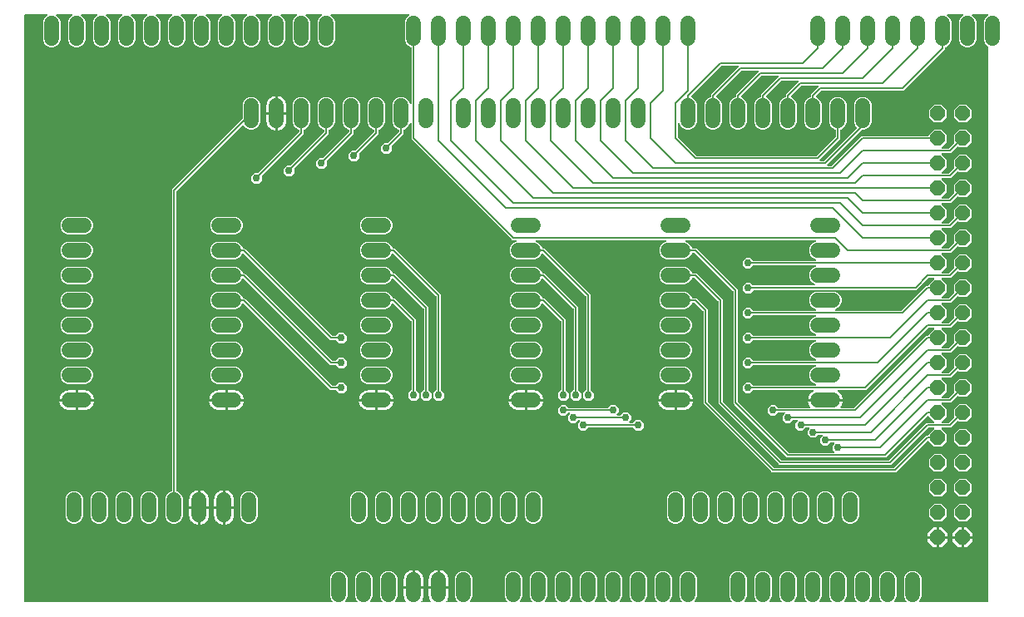
<source format=gbr>
G04 EAGLE Gerber RS-274X export*
G75*
%MOMM*%
%FSLAX34Y34*%
%LPD*%
%INBottom Copper*%
%IPPOS*%
%AMOC8*
5,1,8,0,0,1.08239X$1,22.5*%
G01*
%ADD10C,1.524000*%
%ADD11P,1.649562X8X292.500000*%
%ADD12C,0.152400*%
%ADD13C,0.756400*%

G36*
X386620Y10172D02*
X386620Y10172D01*
X386691Y10174D01*
X386740Y10192D01*
X386792Y10200D01*
X386855Y10234D01*
X386922Y10259D01*
X386963Y10291D01*
X387009Y10316D01*
X387058Y10368D01*
X387114Y10412D01*
X387143Y10456D01*
X387178Y10494D01*
X387209Y10559D01*
X387247Y10619D01*
X387260Y10670D01*
X387282Y10717D01*
X387290Y10788D01*
X387307Y10858D01*
X387303Y10910D01*
X387309Y10961D01*
X387294Y11032D01*
X387288Y11103D01*
X387268Y11151D01*
X387257Y11202D01*
X387220Y11263D01*
X387192Y11329D01*
X387147Y11385D01*
X387131Y11413D01*
X387113Y11428D01*
X387087Y11460D01*
X385947Y12600D01*
X384555Y15961D01*
X384555Y34839D01*
X385947Y38200D01*
X388520Y40773D01*
X391881Y42165D01*
X395519Y42165D01*
X398880Y40773D01*
X401453Y38200D01*
X402845Y34839D01*
X402845Y15961D01*
X401453Y12600D01*
X400313Y11460D01*
X400271Y11402D01*
X400222Y11350D01*
X400200Y11303D01*
X400169Y11261D01*
X400148Y11192D01*
X400118Y11127D01*
X400112Y11075D01*
X400097Y11025D01*
X400099Y10954D01*
X400091Y10883D01*
X400102Y10832D01*
X400103Y10780D01*
X400128Y10712D01*
X400143Y10642D01*
X400170Y10597D01*
X400188Y10549D01*
X400233Y10493D01*
X400269Y10431D01*
X400309Y10397D01*
X400341Y10357D01*
X400402Y10318D01*
X400456Y10271D01*
X400505Y10252D01*
X400548Y10224D01*
X400618Y10206D01*
X400684Y10179D01*
X400756Y10171D01*
X400787Y10163D01*
X400810Y10165D01*
X400851Y10161D01*
X411949Y10161D01*
X412020Y10172D01*
X412091Y10174D01*
X412140Y10192D01*
X412192Y10200D01*
X412255Y10234D01*
X412322Y10259D01*
X412363Y10291D01*
X412409Y10316D01*
X412458Y10368D01*
X412514Y10412D01*
X412543Y10456D01*
X412578Y10494D01*
X412609Y10559D01*
X412647Y10619D01*
X412660Y10670D01*
X412682Y10717D01*
X412690Y10788D01*
X412707Y10858D01*
X412703Y10910D01*
X412709Y10961D01*
X412694Y11032D01*
X412688Y11103D01*
X412668Y11151D01*
X412657Y11202D01*
X412620Y11263D01*
X412592Y11329D01*
X412547Y11385D01*
X412531Y11413D01*
X412513Y11428D01*
X412487Y11460D01*
X411347Y12600D01*
X409955Y15961D01*
X409955Y34839D01*
X411347Y38200D01*
X413920Y40773D01*
X417281Y42165D01*
X420919Y42165D01*
X424280Y40773D01*
X426853Y38200D01*
X428245Y34839D01*
X428245Y15961D01*
X426853Y12600D01*
X425713Y11460D01*
X425671Y11402D01*
X425622Y11350D01*
X425600Y11303D01*
X425569Y11261D01*
X425548Y11192D01*
X425518Y11127D01*
X425512Y11075D01*
X425497Y11025D01*
X425499Y10954D01*
X425491Y10883D01*
X425502Y10832D01*
X425503Y10780D01*
X425528Y10712D01*
X425543Y10642D01*
X425570Y10597D01*
X425588Y10549D01*
X425633Y10493D01*
X425669Y10431D01*
X425709Y10397D01*
X425741Y10357D01*
X425802Y10318D01*
X425856Y10271D01*
X425905Y10252D01*
X425948Y10224D01*
X426018Y10206D01*
X426084Y10179D01*
X426156Y10171D01*
X426187Y10163D01*
X426210Y10165D01*
X426251Y10161D01*
X437349Y10161D01*
X437420Y10172D01*
X437491Y10174D01*
X437540Y10192D01*
X437592Y10200D01*
X437655Y10234D01*
X437722Y10259D01*
X437763Y10291D01*
X437809Y10316D01*
X437858Y10368D01*
X437914Y10412D01*
X437943Y10456D01*
X437978Y10494D01*
X438009Y10559D01*
X438047Y10619D01*
X438060Y10670D01*
X438082Y10717D01*
X438090Y10788D01*
X438107Y10858D01*
X438103Y10910D01*
X438109Y10961D01*
X438094Y11032D01*
X438088Y11103D01*
X438068Y11151D01*
X438057Y11202D01*
X438020Y11263D01*
X437992Y11329D01*
X437947Y11385D01*
X437931Y11413D01*
X437913Y11428D01*
X437887Y11460D01*
X436747Y12600D01*
X435355Y15961D01*
X435355Y34839D01*
X436747Y38200D01*
X439320Y40773D01*
X442681Y42165D01*
X446319Y42165D01*
X449680Y40773D01*
X452253Y38200D01*
X453645Y34839D01*
X453645Y15961D01*
X452253Y12600D01*
X451113Y11460D01*
X451071Y11402D01*
X451022Y11350D01*
X451000Y11303D01*
X450969Y11261D01*
X450948Y11192D01*
X450918Y11127D01*
X450912Y11075D01*
X450897Y11025D01*
X450899Y10954D01*
X450891Y10883D01*
X450902Y10832D01*
X450903Y10780D01*
X450928Y10712D01*
X450943Y10642D01*
X450970Y10597D01*
X450988Y10549D01*
X451033Y10493D01*
X451069Y10431D01*
X451109Y10397D01*
X451141Y10357D01*
X451202Y10318D01*
X451256Y10271D01*
X451305Y10252D01*
X451348Y10224D01*
X451418Y10206D01*
X451484Y10179D01*
X451556Y10171D01*
X451587Y10163D01*
X451610Y10165D01*
X451651Y10161D01*
X461382Y10161D01*
X461394Y10163D01*
X461406Y10161D01*
X461515Y10182D01*
X461625Y10200D01*
X461636Y10206D01*
X461647Y10208D01*
X461744Y10264D01*
X461842Y10316D01*
X461851Y10324D01*
X461861Y10330D01*
X461935Y10413D01*
X462012Y10494D01*
X462017Y10505D01*
X462025Y10514D01*
X462069Y10616D01*
X462115Y10717D01*
X462117Y10729D01*
X462122Y10740D01*
X462130Y10851D01*
X462143Y10961D01*
X462140Y10973D01*
X462141Y10985D01*
X462114Y11093D01*
X462090Y11202D01*
X462084Y11212D01*
X462081Y11224D01*
X461998Y11369D01*
X461210Y12455D01*
X460484Y13880D01*
X459989Y15401D01*
X459739Y16980D01*
X459739Y23877D01*
X469138Y23877D01*
X469158Y23880D01*
X469177Y23878D01*
X469279Y23900D01*
X469381Y23917D01*
X469398Y23926D01*
X469418Y23930D01*
X469507Y23983D01*
X469598Y24032D01*
X469612Y24046D01*
X469629Y24056D01*
X469696Y24135D01*
X469767Y24210D01*
X469776Y24228D01*
X469789Y24243D01*
X469827Y24339D01*
X469871Y24433D01*
X469873Y24453D01*
X469881Y24471D01*
X469899Y24638D01*
X469899Y25401D01*
X469901Y25401D01*
X469901Y24638D01*
X469904Y24618D01*
X469902Y24599D01*
X469924Y24497D01*
X469941Y24395D01*
X469950Y24378D01*
X469954Y24358D01*
X470007Y24269D01*
X470056Y24178D01*
X470070Y24164D01*
X470080Y24147D01*
X470159Y24080D01*
X470234Y24009D01*
X470252Y24000D01*
X470267Y23987D01*
X470363Y23948D01*
X470457Y23905D01*
X470477Y23903D01*
X470495Y23895D01*
X470662Y23877D01*
X480061Y23877D01*
X480061Y16980D01*
X479811Y15401D01*
X479316Y13880D01*
X478590Y12455D01*
X477802Y11369D01*
X477796Y11359D01*
X477788Y11350D01*
X477741Y11249D01*
X477691Y11150D01*
X477690Y11138D01*
X477685Y11127D01*
X477672Y11016D01*
X477657Y10906D01*
X477659Y10894D01*
X477657Y10883D01*
X477681Y10774D01*
X477701Y10664D01*
X477707Y10654D01*
X477710Y10642D01*
X477767Y10546D01*
X477821Y10449D01*
X477830Y10441D01*
X477836Y10431D01*
X477921Y10359D01*
X478003Y10284D01*
X478014Y10279D01*
X478023Y10271D01*
X478126Y10229D01*
X478228Y10185D01*
X478240Y10184D01*
X478251Y10179D01*
X478418Y10161D01*
X486782Y10161D01*
X486794Y10163D01*
X486806Y10161D01*
X486915Y10182D01*
X487025Y10200D01*
X487036Y10206D01*
X487047Y10208D01*
X487144Y10264D01*
X487242Y10316D01*
X487251Y10324D01*
X487261Y10330D01*
X487335Y10413D01*
X487412Y10494D01*
X487417Y10505D01*
X487425Y10514D01*
X487469Y10616D01*
X487515Y10717D01*
X487517Y10729D01*
X487522Y10740D01*
X487530Y10851D01*
X487543Y10961D01*
X487540Y10973D01*
X487541Y10985D01*
X487514Y11093D01*
X487490Y11202D01*
X487484Y11212D01*
X487481Y11224D01*
X487398Y11369D01*
X486610Y12455D01*
X485884Y13880D01*
X485389Y15401D01*
X485139Y16980D01*
X485139Y23877D01*
X494538Y23877D01*
X494558Y23880D01*
X494577Y23878D01*
X494679Y23900D01*
X494781Y23917D01*
X494798Y23926D01*
X494818Y23930D01*
X494907Y23983D01*
X494998Y24032D01*
X495012Y24046D01*
X495029Y24056D01*
X495096Y24135D01*
X495167Y24210D01*
X495176Y24228D01*
X495189Y24243D01*
X495227Y24339D01*
X495271Y24433D01*
X495273Y24453D01*
X495281Y24471D01*
X495299Y24638D01*
X495299Y25401D01*
X495301Y25401D01*
X495301Y24638D01*
X495304Y24618D01*
X495302Y24599D01*
X495324Y24497D01*
X495341Y24395D01*
X495350Y24378D01*
X495354Y24358D01*
X495407Y24269D01*
X495456Y24178D01*
X495470Y24164D01*
X495480Y24147D01*
X495559Y24080D01*
X495634Y24009D01*
X495652Y24000D01*
X495667Y23987D01*
X495763Y23948D01*
X495857Y23905D01*
X495877Y23903D01*
X495895Y23895D01*
X496062Y23877D01*
X505461Y23877D01*
X505461Y16980D01*
X505211Y15401D01*
X504716Y13880D01*
X503990Y12455D01*
X503202Y11369D01*
X503196Y11359D01*
X503188Y11350D01*
X503141Y11249D01*
X503091Y11150D01*
X503090Y11138D01*
X503085Y11127D01*
X503072Y11016D01*
X503057Y10906D01*
X503059Y10894D01*
X503057Y10883D01*
X503081Y10774D01*
X503101Y10664D01*
X503107Y10654D01*
X503110Y10642D01*
X503167Y10546D01*
X503221Y10449D01*
X503230Y10441D01*
X503236Y10431D01*
X503321Y10359D01*
X503403Y10284D01*
X503414Y10279D01*
X503423Y10271D01*
X503526Y10229D01*
X503628Y10185D01*
X503640Y10184D01*
X503651Y10179D01*
X503818Y10161D01*
X513549Y10161D01*
X513620Y10172D01*
X513691Y10174D01*
X513740Y10192D01*
X513792Y10200D01*
X513855Y10234D01*
X513922Y10259D01*
X513963Y10291D01*
X514009Y10316D01*
X514058Y10368D01*
X514114Y10412D01*
X514143Y10456D01*
X514178Y10494D01*
X514209Y10559D01*
X514247Y10619D01*
X514260Y10670D01*
X514282Y10717D01*
X514290Y10788D01*
X514307Y10858D01*
X514303Y10910D01*
X514309Y10961D01*
X514294Y11032D01*
X514288Y11103D01*
X514268Y11151D01*
X514257Y11202D01*
X514220Y11263D01*
X514192Y11329D01*
X514147Y11385D01*
X514131Y11413D01*
X514113Y11428D01*
X514087Y11460D01*
X512947Y12600D01*
X511555Y15961D01*
X511555Y34839D01*
X512947Y38200D01*
X515520Y40773D01*
X518881Y42165D01*
X522519Y42165D01*
X525880Y40773D01*
X528453Y38200D01*
X529845Y34839D01*
X529845Y15961D01*
X528453Y12600D01*
X527313Y11460D01*
X527271Y11402D01*
X527222Y11350D01*
X527200Y11303D01*
X527169Y11261D01*
X527148Y11192D01*
X527118Y11127D01*
X527112Y11075D01*
X527097Y11025D01*
X527099Y10954D01*
X527091Y10883D01*
X527102Y10832D01*
X527103Y10780D01*
X527128Y10712D01*
X527143Y10642D01*
X527170Y10597D01*
X527188Y10549D01*
X527233Y10493D01*
X527269Y10431D01*
X527309Y10397D01*
X527341Y10357D01*
X527402Y10318D01*
X527456Y10271D01*
X527505Y10252D01*
X527548Y10224D01*
X527618Y10206D01*
X527684Y10179D01*
X527756Y10171D01*
X527787Y10163D01*
X527810Y10165D01*
X527851Y10161D01*
X564349Y10161D01*
X564420Y10172D01*
X564491Y10174D01*
X564540Y10192D01*
X564592Y10200D01*
X564655Y10234D01*
X564722Y10259D01*
X564763Y10291D01*
X564809Y10316D01*
X564858Y10368D01*
X564914Y10412D01*
X564943Y10456D01*
X564978Y10494D01*
X565009Y10559D01*
X565047Y10619D01*
X565060Y10670D01*
X565082Y10717D01*
X565090Y10788D01*
X565107Y10858D01*
X565103Y10910D01*
X565109Y10961D01*
X565094Y11032D01*
X565088Y11103D01*
X565068Y11151D01*
X565057Y11202D01*
X565020Y11263D01*
X564992Y11329D01*
X564947Y11385D01*
X564931Y11413D01*
X564913Y11428D01*
X564887Y11460D01*
X563747Y12600D01*
X562355Y15961D01*
X562355Y34839D01*
X563747Y38200D01*
X566320Y40773D01*
X569681Y42165D01*
X573319Y42165D01*
X576680Y40773D01*
X579253Y38200D01*
X580645Y34839D01*
X580645Y15961D01*
X579253Y12600D01*
X578113Y11460D01*
X578071Y11402D01*
X578022Y11350D01*
X578000Y11303D01*
X577969Y11261D01*
X577948Y11192D01*
X577918Y11127D01*
X577912Y11075D01*
X577897Y11025D01*
X577899Y10954D01*
X577891Y10883D01*
X577902Y10832D01*
X577903Y10780D01*
X577928Y10712D01*
X577943Y10642D01*
X577970Y10597D01*
X577988Y10549D01*
X578033Y10493D01*
X578069Y10431D01*
X578109Y10397D01*
X578141Y10357D01*
X578202Y10318D01*
X578256Y10271D01*
X578305Y10252D01*
X578348Y10224D01*
X578418Y10206D01*
X578484Y10179D01*
X578556Y10171D01*
X578587Y10163D01*
X578610Y10165D01*
X578651Y10161D01*
X589749Y10161D01*
X589820Y10172D01*
X589891Y10174D01*
X589940Y10192D01*
X589992Y10200D01*
X590055Y10234D01*
X590122Y10259D01*
X590163Y10291D01*
X590209Y10316D01*
X590258Y10368D01*
X590314Y10412D01*
X590343Y10456D01*
X590378Y10494D01*
X590409Y10559D01*
X590447Y10619D01*
X590460Y10670D01*
X590482Y10717D01*
X590490Y10788D01*
X590507Y10858D01*
X590503Y10910D01*
X590509Y10961D01*
X590494Y11032D01*
X590488Y11103D01*
X590468Y11151D01*
X590457Y11202D01*
X590420Y11263D01*
X590392Y11329D01*
X590347Y11385D01*
X590331Y11413D01*
X590313Y11428D01*
X590287Y11460D01*
X589147Y12600D01*
X587755Y15961D01*
X587755Y34839D01*
X589147Y38200D01*
X591720Y40773D01*
X595081Y42165D01*
X598719Y42165D01*
X602080Y40773D01*
X604653Y38200D01*
X606045Y34839D01*
X606045Y15961D01*
X604653Y12600D01*
X603513Y11460D01*
X603471Y11402D01*
X603422Y11350D01*
X603400Y11303D01*
X603369Y11261D01*
X603348Y11192D01*
X603318Y11127D01*
X603312Y11075D01*
X603297Y11025D01*
X603299Y10954D01*
X603291Y10883D01*
X603302Y10832D01*
X603303Y10780D01*
X603328Y10712D01*
X603343Y10642D01*
X603370Y10597D01*
X603388Y10549D01*
X603433Y10493D01*
X603469Y10431D01*
X603509Y10397D01*
X603541Y10357D01*
X603602Y10318D01*
X603656Y10271D01*
X603705Y10252D01*
X603748Y10224D01*
X603818Y10206D01*
X603884Y10179D01*
X603956Y10171D01*
X603987Y10163D01*
X604010Y10165D01*
X604051Y10161D01*
X615149Y10161D01*
X615220Y10172D01*
X615291Y10174D01*
X615340Y10192D01*
X615392Y10200D01*
X615455Y10234D01*
X615522Y10259D01*
X615563Y10291D01*
X615609Y10316D01*
X615658Y10368D01*
X615714Y10412D01*
X615743Y10456D01*
X615778Y10494D01*
X615809Y10559D01*
X615847Y10619D01*
X615860Y10670D01*
X615882Y10717D01*
X615890Y10788D01*
X615907Y10858D01*
X615903Y10910D01*
X615909Y10961D01*
X615894Y11032D01*
X615888Y11103D01*
X615868Y11151D01*
X615857Y11202D01*
X615820Y11263D01*
X615792Y11329D01*
X615747Y11385D01*
X615731Y11413D01*
X615713Y11428D01*
X615687Y11460D01*
X614547Y12600D01*
X613155Y15961D01*
X613155Y34839D01*
X614547Y38200D01*
X617120Y40773D01*
X620481Y42165D01*
X624119Y42165D01*
X627480Y40773D01*
X630053Y38200D01*
X631445Y34839D01*
X631445Y15961D01*
X630053Y12600D01*
X628913Y11460D01*
X628871Y11402D01*
X628822Y11350D01*
X628800Y11303D01*
X628769Y11261D01*
X628748Y11192D01*
X628718Y11127D01*
X628712Y11075D01*
X628697Y11025D01*
X628699Y10954D01*
X628691Y10883D01*
X628702Y10832D01*
X628703Y10780D01*
X628728Y10712D01*
X628743Y10642D01*
X628770Y10597D01*
X628788Y10549D01*
X628833Y10493D01*
X628869Y10431D01*
X628909Y10397D01*
X628941Y10357D01*
X629002Y10318D01*
X629056Y10271D01*
X629105Y10252D01*
X629148Y10224D01*
X629218Y10206D01*
X629284Y10179D01*
X629356Y10171D01*
X629387Y10163D01*
X629410Y10165D01*
X629451Y10161D01*
X640549Y10161D01*
X640620Y10172D01*
X640691Y10174D01*
X640740Y10192D01*
X640792Y10200D01*
X640855Y10234D01*
X640922Y10259D01*
X640963Y10291D01*
X641009Y10316D01*
X641058Y10368D01*
X641114Y10412D01*
X641143Y10456D01*
X641178Y10494D01*
X641209Y10559D01*
X641247Y10619D01*
X641260Y10670D01*
X641282Y10717D01*
X641290Y10788D01*
X641307Y10858D01*
X641303Y10910D01*
X641309Y10961D01*
X641294Y11032D01*
X641288Y11103D01*
X641268Y11151D01*
X641257Y11202D01*
X641220Y11263D01*
X641192Y11329D01*
X641147Y11385D01*
X641131Y11413D01*
X641113Y11428D01*
X641087Y11460D01*
X639947Y12600D01*
X638555Y15961D01*
X638555Y34839D01*
X639947Y38200D01*
X642520Y40773D01*
X645881Y42165D01*
X649519Y42165D01*
X652880Y40773D01*
X655453Y38200D01*
X656845Y34839D01*
X656845Y15961D01*
X655453Y12600D01*
X654313Y11460D01*
X654271Y11402D01*
X654222Y11350D01*
X654200Y11303D01*
X654169Y11261D01*
X654148Y11192D01*
X654118Y11127D01*
X654112Y11075D01*
X654097Y11025D01*
X654099Y10954D01*
X654091Y10883D01*
X654102Y10832D01*
X654103Y10780D01*
X654128Y10712D01*
X654143Y10642D01*
X654170Y10597D01*
X654188Y10549D01*
X654233Y10493D01*
X654269Y10431D01*
X654309Y10397D01*
X654341Y10357D01*
X654402Y10318D01*
X654456Y10271D01*
X654505Y10252D01*
X654548Y10224D01*
X654618Y10206D01*
X654684Y10179D01*
X654756Y10171D01*
X654787Y10163D01*
X654810Y10165D01*
X654851Y10161D01*
X665949Y10161D01*
X666020Y10172D01*
X666091Y10174D01*
X666140Y10192D01*
X666192Y10200D01*
X666255Y10234D01*
X666322Y10259D01*
X666363Y10291D01*
X666409Y10316D01*
X666458Y10368D01*
X666514Y10412D01*
X666543Y10456D01*
X666578Y10494D01*
X666609Y10559D01*
X666647Y10619D01*
X666660Y10670D01*
X666682Y10717D01*
X666690Y10788D01*
X666707Y10858D01*
X666703Y10910D01*
X666709Y10961D01*
X666694Y11032D01*
X666688Y11103D01*
X666668Y11151D01*
X666657Y11202D01*
X666620Y11263D01*
X666592Y11329D01*
X666547Y11385D01*
X666531Y11413D01*
X666513Y11428D01*
X666487Y11460D01*
X665347Y12600D01*
X663955Y15961D01*
X663955Y34839D01*
X665347Y38200D01*
X667920Y40773D01*
X671281Y42165D01*
X674919Y42165D01*
X678280Y40773D01*
X680853Y38200D01*
X682245Y34839D01*
X682245Y15961D01*
X680853Y12600D01*
X679713Y11460D01*
X679671Y11402D01*
X679622Y11350D01*
X679600Y11303D01*
X679569Y11261D01*
X679548Y11192D01*
X679518Y11127D01*
X679512Y11075D01*
X679497Y11025D01*
X679499Y10954D01*
X679491Y10883D01*
X679502Y10832D01*
X679503Y10780D01*
X679528Y10712D01*
X679543Y10642D01*
X679570Y10597D01*
X679588Y10549D01*
X679633Y10493D01*
X679669Y10431D01*
X679709Y10397D01*
X679741Y10357D01*
X679802Y10318D01*
X679856Y10271D01*
X679905Y10252D01*
X679948Y10224D01*
X680018Y10206D01*
X680084Y10179D01*
X680156Y10171D01*
X680187Y10163D01*
X680210Y10165D01*
X680251Y10161D01*
X691349Y10161D01*
X691420Y10172D01*
X691491Y10174D01*
X691540Y10192D01*
X691592Y10200D01*
X691655Y10234D01*
X691722Y10259D01*
X691763Y10291D01*
X691809Y10316D01*
X691858Y10368D01*
X691914Y10412D01*
X691943Y10456D01*
X691978Y10494D01*
X692009Y10559D01*
X692047Y10619D01*
X692060Y10670D01*
X692082Y10717D01*
X692090Y10788D01*
X692107Y10858D01*
X692103Y10910D01*
X692109Y10961D01*
X692094Y11032D01*
X692088Y11103D01*
X692068Y11151D01*
X692057Y11202D01*
X692020Y11263D01*
X691992Y11329D01*
X691947Y11385D01*
X691931Y11413D01*
X691913Y11428D01*
X691887Y11460D01*
X690747Y12600D01*
X689355Y15961D01*
X689355Y34839D01*
X690747Y38200D01*
X693320Y40773D01*
X696681Y42165D01*
X700319Y42165D01*
X703680Y40773D01*
X706253Y38200D01*
X707645Y34839D01*
X707645Y15961D01*
X706253Y12600D01*
X705113Y11460D01*
X705071Y11402D01*
X705022Y11350D01*
X705000Y11303D01*
X704969Y11261D01*
X704948Y11192D01*
X704918Y11127D01*
X704912Y11075D01*
X704897Y11025D01*
X704899Y10954D01*
X704891Y10883D01*
X704902Y10832D01*
X704903Y10780D01*
X704928Y10712D01*
X704943Y10642D01*
X704970Y10597D01*
X704988Y10549D01*
X705033Y10493D01*
X705069Y10431D01*
X705109Y10397D01*
X705141Y10357D01*
X705202Y10318D01*
X705256Y10271D01*
X705305Y10252D01*
X705348Y10224D01*
X705418Y10206D01*
X705484Y10179D01*
X705556Y10171D01*
X705587Y10163D01*
X705610Y10165D01*
X705651Y10161D01*
X716749Y10161D01*
X716820Y10172D01*
X716891Y10174D01*
X716940Y10192D01*
X716992Y10200D01*
X717055Y10234D01*
X717122Y10259D01*
X717163Y10291D01*
X717209Y10316D01*
X717258Y10368D01*
X717314Y10412D01*
X717343Y10456D01*
X717378Y10494D01*
X717409Y10559D01*
X717447Y10619D01*
X717460Y10670D01*
X717482Y10717D01*
X717490Y10788D01*
X717507Y10858D01*
X717503Y10910D01*
X717509Y10961D01*
X717494Y11032D01*
X717488Y11103D01*
X717468Y11151D01*
X717457Y11202D01*
X717420Y11263D01*
X717392Y11329D01*
X717347Y11385D01*
X717331Y11413D01*
X717313Y11428D01*
X717287Y11460D01*
X716147Y12600D01*
X714755Y15961D01*
X714755Y34839D01*
X716147Y38200D01*
X718720Y40773D01*
X722081Y42165D01*
X725719Y42165D01*
X729080Y40773D01*
X731653Y38200D01*
X733045Y34839D01*
X733045Y15961D01*
X731653Y12600D01*
X730513Y11460D01*
X730471Y11402D01*
X730422Y11350D01*
X730400Y11303D01*
X730369Y11261D01*
X730348Y11192D01*
X730318Y11127D01*
X730312Y11075D01*
X730297Y11025D01*
X730299Y10954D01*
X730291Y10883D01*
X730302Y10832D01*
X730303Y10780D01*
X730328Y10712D01*
X730343Y10642D01*
X730370Y10597D01*
X730388Y10549D01*
X730433Y10493D01*
X730469Y10431D01*
X730509Y10397D01*
X730541Y10357D01*
X730602Y10318D01*
X730656Y10271D01*
X730705Y10252D01*
X730748Y10224D01*
X730818Y10206D01*
X730884Y10179D01*
X730956Y10171D01*
X730987Y10163D01*
X731010Y10165D01*
X731051Y10161D01*
X742149Y10161D01*
X742220Y10172D01*
X742291Y10174D01*
X742340Y10192D01*
X742392Y10200D01*
X742455Y10234D01*
X742522Y10259D01*
X742563Y10291D01*
X742609Y10316D01*
X742658Y10368D01*
X742714Y10412D01*
X742743Y10456D01*
X742778Y10494D01*
X742809Y10559D01*
X742847Y10619D01*
X742860Y10670D01*
X742882Y10717D01*
X742890Y10788D01*
X742907Y10858D01*
X742903Y10910D01*
X742909Y10961D01*
X742894Y11032D01*
X742888Y11103D01*
X742868Y11151D01*
X742857Y11202D01*
X742820Y11263D01*
X742792Y11329D01*
X742747Y11385D01*
X742731Y11413D01*
X742713Y11428D01*
X742687Y11460D01*
X741547Y12600D01*
X740155Y15961D01*
X740155Y34839D01*
X741547Y38200D01*
X744120Y40773D01*
X747481Y42165D01*
X751119Y42165D01*
X754480Y40773D01*
X757053Y38200D01*
X758445Y34839D01*
X758445Y15961D01*
X757053Y12600D01*
X755913Y11460D01*
X755871Y11402D01*
X755822Y11350D01*
X755800Y11303D01*
X755769Y11261D01*
X755748Y11192D01*
X755718Y11127D01*
X755712Y11075D01*
X755697Y11025D01*
X755699Y10954D01*
X755691Y10883D01*
X755702Y10832D01*
X755703Y10780D01*
X755728Y10712D01*
X755743Y10642D01*
X755770Y10597D01*
X755788Y10549D01*
X755833Y10493D01*
X755869Y10431D01*
X755909Y10397D01*
X755941Y10357D01*
X756002Y10318D01*
X756056Y10271D01*
X756105Y10252D01*
X756148Y10224D01*
X756218Y10206D01*
X756284Y10179D01*
X756356Y10171D01*
X756387Y10163D01*
X756410Y10165D01*
X756451Y10161D01*
X792949Y10161D01*
X793020Y10172D01*
X793091Y10174D01*
X793140Y10192D01*
X793192Y10200D01*
X793255Y10234D01*
X793322Y10259D01*
X793363Y10291D01*
X793409Y10316D01*
X793458Y10368D01*
X793514Y10412D01*
X793543Y10456D01*
X793578Y10494D01*
X793609Y10559D01*
X793647Y10619D01*
X793660Y10670D01*
X793682Y10717D01*
X793690Y10788D01*
X793707Y10858D01*
X793703Y10910D01*
X793709Y10961D01*
X793694Y11032D01*
X793688Y11103D01*
X793668Y11151D01*
X793657Y11202D01*
X793620Y11263D01*
X793592Y11329D01*
X793547Y11385D01*
X793531Y11413D01*
X793513Y11428D01*
X793487Y11460D01*
X792347Y12600D01*
X790955Y15961D01*
X790955Y34839D01*
X792347Y38200D01*
X794920Y40773D01*
X798281Y42165D01*
X801919Y42165D01*
X805280Y40773D01*
X807853Y38200D01*
X809245Y34839D01*
X809245Y15961D01*
X807853Y12600D01*
X806713Y11460D01*
X806671Y11402D01*
X806622Y11350D01*
X806600Y11303D01*
X806569Y11261D01*
X806548Y11192D01*
X806518Y11127D01*
X806512Y11075D01*
X806497Y11025D01*
X806499Y10954D01*
X806491Y10883D01*
X806502Y10832D01*
X806503Y10780D01*
X806528Y10712D01*
X806543Y10642D01*
X806570Y10597D01*
X806588Y10549D01*
X806633Y10493D01*
X806669Y10431D01*
X806709Y10397D01*
X806741Y10357D01*
X806802Y10318D01*
X806856Y10271D01*
X806905Y10252D01*
X806948Y10224D01*
X807018Y10206D01*
X807084Y10179D01*
X807156Y10171D01*
X807187Y10163D01*
X807210Y10165D01*
X807251Y10161D01*
X818349Y10161D01*
X818420Y10172D01*
X818491Y10174D01*
X818540Y10192D01*
X818592Y10200D01*
X818655Y10234D01*
X818722Y10259D01*
X818763Y10291D01*
X818809Y10316D01*
X818858Y10368D01*
X818914Y10412D01*
X818943Y10456D01*
X818978Y10494D01*
X819009Y10559D01*
X819047Y10619D01*
X819060Y10670D01*
X819082Y10717D01*
X819090Y10788D01*
X819107Y10858D01*
X819103Y10910D01*
X819109Y10961D01*
X819094Y11032D01*
X819088Y11103D01*
X819068Y11151D01*
X819057Y11202D01*
X819020Y11263D01*
X818992Y11329D01*
X818947Y11385D01*
X818931Y11413D01*
X818913Y11428D01*
X818887Y11460D01*
X817747Y12600D01*
X816355Y15961D01*
X816355Y34839D01*
X817747Y38200D01*
X820320Y40773D01*
X823681Y42165D01*
X827319Y42165D01*
X830680Y40773D01*
X833253Y38200D01*
X834645Y34839D01*
X834645Y15961D01*
X833253Y12600D01*
X832113Y11460D01*
X832071Y11402D01*
X832022Y11350D01*
X832000Y11303D01*
X831969Y11261D01*
X831948Y11192D01*
X831918Y11127D01*
X831912Y11075D01*
X831897Y11025D01*
X831899Y10954D01*
X831891Y10883D01*
X831902Y10832D01*
X831903Y10780D01*
X831928Y10712D01*
X831943Y10642D01*
X831970Y10597D01*
X831988Y10549D01*
X832033Y10493D01*
X832069Y10431D01*
X832109Y10397D01*
X832141Y10357D01*
X832202Y10318D01*
X832256Y10271D01*
X832305Y10252D01*
X832348Y10224D01*
X832418Y10206D01*
X832484Y10179D01*
X832556Y10171D01*
X832587Y10163D01*
X832610Y10165D01*
X832651Y10161D01*
X843749Y10161D01*
X843820Y10172D01*
X843891Y10174D01*
X843940Y10192D01*
X843992Y10200D01*
X844055Y10234D01*
X844122Y10259D01*
X844163Y10291D01*
X844209Y10316D01*
X844258Y10368D01*
X844314Y10412D01*
X844343Y10456D01*
X844378Y10494D01*
X844409Y10559D01*
X844447Y10619D01*
X844460Y10670D01*
X844482Y10717D01*
X844490Y10788D01*
X844507Y10858D01*
X844503Y10910D01*
X844509Y10961D01*
X844494Y11032D01*
X844488Y11103D01*
X844468Y11151D01*
X844457Y11202D01*
X844420Y11263D01*
X844392Y11329D01*
X844347Y11385D01*
X844331Y11413D01*
X844313Y11428D01*
X844287Y11460D01*
X843147Y12600D01*
X841755Y15961D01*
X841755Y34839D01*
X843147Y38200D01*
X845720Y40773D01*
X849081Y42165D01*
X852719Y42165D01*
X856080Y40773D01*
X858653Y38200D01*
X860045Y34839D01*
X860045Y15961D01*
X858653Y12600D01*
X857513Y11460D01*
X857471Y11402D01*
X857422Y11350D01*
X857400Y11303D01*
X857369Y11261D01*
X857348Y11192D01*
X857318Y11127D01*
X857312Y11075D01*
X857297Y11025D01*
X857299Y10954D01*
X857291Y10883D01*
X857302Y10832D01*
X857303Y10780D01*
X857328Y10712D01*
X857343Y10642D01*
X857370Y10597D01*
X857388Y10549D01*
X857433Y10493D01*
X857469Y10431D01*
X857509Y10397D01*
X857541Y10357D01*
X857602Y10318D01*
X857656Y10271D01*
X857705Y10252D01*
X857748Y10224D01*
X857818Y10206D01*
X857884Y10179D01*
X857956Y10171D01*
X857987Y10163D01*
X858010Y10165D01*
X858051Y10161D01*
X869149Y10161D01*
X869220Y10172D01*
X869291Y10174D01*
X869340Y10192D01*
X869392Y10200D01*
X869455Y10234D01*
X869522Y10259D01*
X869563Y10291D01*
X869609Y10316D01*
X869658Y10368D01*
X869714Y10412D01*
X869743Y10456D01*
X869778Y10494D01*
X869809Y10559D01*
X869847Y10619D01*
X869860Y10670D01*
X869882Y10717D01*
X869890Y10788D01*
X869907Y10858D01*
X869903Y10910D01*
X869909Y10961D01*
X869894Y11032D01*
X869888Y11103D01*
X869868Y11151D01*
X869857Y11202D01*
X869820Y11263D01*
X869792Y11329D01*
X869747Y11385D01*
X869731Y11413D01*
X869713Y11428D01*
X869687Y11460D01*
X868547Y12600D01*
X867155Y15961D01*
X867155Y34839D01*
X868547Y38200D01*
X871120Y40773D01*
X874481Y42165D01*
X878119Y42165D01*
X881480Y40773D01*
X884053Y38200D01*
X885445Y34839D01*
X885445Y15961D01*
X884053Y12600D01*
X882913Y11460D01*
X882871Y11402D01*
X882822Y11350D01*
X882800Y11303D01*
X882769Y11261D01*
X882748Y11192D01*
X882718Y11127D01*
X882712Y11075D01*
X882697Y11025D01*
X882699Y10954D01*
X882691Y10883D01*
X882702Y10832D01*
X882703Y10780D01*
X882728Y10712D01*
X882743Y10642D01*
X882770Y10597D01*
X882788Y10549D01*
X882833Y10493D01*
X882869Y10431D01*
X882909Y10397D01*
X882941Y10357D01*
X883002Y10318D01*
X883056Y10271D01*
X883105Y10252D01*
X883148Y10224D01*
X883218Y10206D01*
X883284Y10179D01*
X883356Y10171D01*
X883387Y10163D01*
X883410Y10165D01*
X883451Y10161D01*
X894549Y10161D01*
X894620Y10172D01*
X894691Y10174D01*
X894740Y10192D01*
X894792Y10200D01*
X894855Y10234D01*
X894922Y10259D01*
X894963Y10291D01*
X895009Y10316D01*
X895058Y10368D01*
X895114Y10412D01*
X895143Y10456D01*
X895178Y10494D01*
X895209Y10559D01*
X895247Y10619D01*
X895260Y10670D01*
X895282Y10717D01*
X895290Y10788D01*
X895307Y10858D01*
X895303Y10910D01*
X895309Y10961D01*
X895294Y11032D01*
X895288Y11103D01*
X895268Y11151D01*
X895257Y11202D01*
X895220Y11263D01*
X895192Y11329D01*
X895147Y11385D01*
X895131Y11413D01*
X895113Y11428D01*
X895087Y11460D01*
X893947Y12600D01*
X892555Y15961D01*
X892555Y34839D01*
X893947Y38200D01*
X896520Y40773D01*
X899881Y42165D01*
X903519Y42165D01*
X906880Y40773D01*
X909453Y38200D01*
X910845Y34839D01*
X910845Y15961D01*
X909453Y12600D01*
X908313Y11460D01*
X908271Y11402D01*
X908222Y11350D01*
X908200Y11303D01*
X908169Y11261D01*
X908148Y11192D01*
X908118Y11127D01*
X908112Y11075D01*
X908097Y11025D01*
X908099Y10954D01*
X908091Y10883D01*
X908102Y10832D01*
X908103Y10780D01*
X908128Y10712D01*
X908143Y10642D01*
X908170Y10597D01*
X908188Y10549D01*
X908233Y10493D01*
X908269Y10431D01*
X908309Y10397D01*
X908341Y10357D01*
X908402Y10318D01*
X908456Y10271D01*
X908505Y10252D01*
X908548Y10224D01*
X908618Y10206D01*
X908684Y10179D01*
X908756Y10171D01*
X908787Y10163D01*
X908810Y10165D01*
X908851Y10161D01*
X919949Y10161D01*
X920020Y10172D01*
X920091Y10174D01*
X920140Y10192D01*
X920192Y10200D01*
X920255Y10234D01*
X920322Y10259D01*
X920363Y10291D01*
X920409Y10316D01*
X920458Y10368D01*
X920514Y10412D01*
X920543Y10456D01*
X920578Y10494D01*
X920609Y10559D01*
X920647Y10619D01*
X920660Y10670D01*
X920682Y10717D01*
X920690Y10788D01*
X920707Y10858D01*
X920703Y10910D01*
X920709Y10961D01*
X920694Y11032D01*
X920688Y11103D01*
X920668Y11151D01*
X920657Y11202D01*
X920620Y11263D01*
X920592Y11329D01*
X920547Y11385D01*
X920531Y11413D01*
X920513Y11428D01*
X920487Y11460D01*
X919347Y12600D01*
X917955Y15961D01*
X917955Y34839D01*
X919347Y38200D01*
X921920Y40773D01*
X925281Y42165D01*
X928919Y42165D01*
X932280Y40773D01*
X934853Y38200D01*
X936245Y34839D01*
X936245Y15961D01*
X934853Y12600D01*
X933713Y11460D01*
X933671Y11402D01*
X933622Y11350D01*
X933600Y11303D01*
X933569Y11261D01*
X933548Y11192D01*
X933518Y11127D01*
X933512Y11075D01*
X933497Y11025D01*
X933499Y10954D01*
X933491Y10883D01*
X933502Y10832D01*
X933503Y10780D01*
X933528Y10712D01*
X933543Y10642D01*
X933570Y10597D01*
X933588Y10549D01*
X933633Y10493D01*
X933669Y10431D01*
X933709Y10397D01*
X933741Y10357D01*
X933802Y10318D01*
X933856Y10271D01*
X933905Y10252D01*
X933948Y10224D01*
X934018Y10206D01*
X934084Y10179D01*
X934156Y10171D01*
X934187Y10163D01*
X934210Y10165D01*
X934251Y10161D01*
X945349Y10161D01*
X945420Y10172D01*
X945491Y10174D01*
X945540Y10192D01*
X945592Y10200D01*
X945655Y10234D01*
X945722Y10259D01*
X945763Y10291D01*
X945809Y10316D01*
X945858Y10368D01*
X945914Y10412D01*
X945943Y10456D01*
X945978Y10494D01*
X946009Y10559D01*
X946047Y10619D01*
X946060Y10670D01*
X946082Y10717D01*
X946090Y10788D01*
X946107Y10858D01*
X946103Y10910D01*
X946109Y10961D01*
X946094Y11032D01*
X946088Y11103D01*
X946068Y11151D01*
X946057Y11202D01*
X946020Y11263D01*
X945992Y11329D01*
X945947Y11385D01*
X945931Y11413D01*
X945913Y11428D01*
X945887Y11460D01*
X944747Y12600D01*
X943355Y15961D01*
X943355Y34839D01*
X944747Y38200D01*
X947320Y40773D01*
X950681Y42165D01*
X954319Y42165D01*
X957680Y40773D01*
X960253Y38200D01*
X961645Y34839D01*
X961645Y15961D01*
X960253Y12600D01*
X959113Y11460D01*
X959071Y11402D01*
X959022Y11350D01*
X959000Y11303D01*
X958969Y11261D01*
X958948Y11192D01*
X958918Y11127D01*
X958912Y11075D01*
X958897Y11025D01*
X958899Y10954D01*
X958891Y10883D01*
X958902Y10832D01*
X958903Y10780D01*
X958928Y10712D01*
X958943Y10642D01*
X958970Y10597D01*
X958988Y10549D01*
X959033Y10493D01*
X959069Y10431D01*
X959109Y10397D01*
X959141Y10357D01*
X959202Y10318D01*
X959256Y10271D01*
X959305Y10252D01*
X959348Y10224D01*
X959418Y10206D01*
X959484Y10179D01*
X959556Y10171D01*
X959587Y10163D01*
X959610Y10165D01*
X959651Y10161D01*
X970749Y10161D01*
X970820Y10172D01*
X970891Y10174D01*
X970940Y10192D01*
X970992Y10200D01*
X971055Y10234D01*
X971122Y10259D01*
X971163Y10291D01*
X971209Y10316D01*
X971258Y10368D01*
X971314Y10412D01*
X971343Y10456D01*
X971378Y10494D01*
X971409Y10559D01*
X971447Y10619D01*
X971460Y10670D01*
X971482Y10717D01*
X971490Y10788D01*
X971507Y10858D01*
X971503Y10910D01*
X971509Y10961D01*
X971494Y11032D01*
X971488Y11103D01*
X971468Y11151D01*
X971457Y11202D01*
X971420Y11263D01*
X971392Y11329D01*
X971347Y11385D01*
X971331Y11413D01*
X971313Y11428D01*
X971287Y11460D01*
X970147Y12600D01*
X968755Y15961D01*
X968755Y34839D01*
X970147Y38200D01*
X972720Y40773D01*
X976081Y42165D01*
X979719Y42165D01*
X983080Y40773D01*
X985653Y38200D01*
X987045Y34839D01*
X987045Y15961D01*
X985653Y12600D01*
X984513Y11460D01*
X984471Y11402D01*
X984422Y11350D01*
X984400Y11303D01*
X984369Y11261D01*
X984348Y11192D01*
X984318Y11127D01*
X984312Y11075D01*
X984297Y11025D01*
X984299Y10954D01*
X984291Y10883D01*
X984302Y10832D01*
X984303Y10780D01*
X984328Y10712D01*
X984343Y10642D01*
X984370Y10597D01*
X984388Y10549D01*
X984433Y10493D01*
X984469Y10431D01*
X984509Y10397D01*
X984541Y10357D01*
X984602Y10318D01*
X984656Y10271D01*
X984705Y10252D01*
X984748Y10224D01*
X984818Y10206D01*
X984884Y10179D01*
X984956Y10171D01*
X984987Y10163D01*
X985010Y10165D01*
X985051Y10161D01*
X1054100Y10161D01*
X1054120Y10164D01*
X1054139Y10162D01*
X1054241Y10184D01*
X1054343Y10200D01*
X1054360Y10210D01*
X1054380Y10214D01*
X1054469Y10267D01*
X1054560Y10316D01*
X1054574Y10330D01*
X1054591Y10340D01*
X1054658Y10419D01*
X1054730Y10494D01*
X1054738Y10512D01*
X1054751Y10527D01*
X1054790Y10623D01*
X1054833Y10717D01*
X1054835Y10737D01*
X1054843Y10755D01*
X1054861Y10922D01*
X1054861Y575582D01*
X1054842Y575697D01*
X1054825Y575813D01*
X1054823Y575819D01*
X1054822Y575825D01*
X1054767Y575928D01*
X1054714Y576032D01*
X1054709Y576037D01*
X1054706Y576042D01*
X1054621Y576123D01*
X1054538Y576204D01*
X1054532Y576208D01*
X1054528Y576212D01*
X1054511Y576219D01*
X1054391Y576285D01*
X1054000Y576447D01*
X1051427Y579020D01*
X1050035Y582381D01*
X1050035Y601259D01*
X1051427Y604620D01*
X1054000Y607193D01*
X1054391Y607355D01*
X1054491Y607416D01*
X1054591Y607476D01*
X1054595Y607481D01*
X1054600Y607484D01*
X1054675Y607574D01*
X1054751Y607663D01*
X1054753Y607669D01*
X1054757Y607674D01*
X1054799Y607782D01*
X1054843Y607891D01*
X1054844Y607899D01*
X1054845Y607903D01*
X1054846Y607922D01*
X1054861Y608058D01*
X1054861Y608078D01*
X1054858Y608098D01*
X1054860Y608117D01*
X1054855Y608140D01*
X1054856Y608149D01*
X1054846Y608183D01*
X1054838Y608219D01*
X1054822Y608321D01*
X1054812Y608338D01*
X1054808Y608358D01*
X1054755Y608447D01*
X1054706Y608538D01*
X1054692Y608552D01*
X1054682Y608569D01*
X1054603Y608636D01*
X1054528Y608708D01*
X1054510Y608716D01*
X1054495Y608729D01*
X1054399Y608768D01*
X1054305Y608811D01*
X1054285Y608813D01*
X1054267Y608821D01*
X1054100Y608839D01*
X1038812Y608839D01*
X1038715Y608824D01*
X1038618Y608814D01*
X1038594Y608804D01*
X1038569Y608800D01*
X1038483Y608754D01*
X1038394Y608714D01*
X1038374Y608697D01*
X1038351Y608684D01*
X1038284Y608614D01*
X1038213Y608548D01*
X1038200Y608525D01*
X1038182Y608506D01*
X1038141Y608418D01*
X1038094Y608332D01*
X1038089Y608307D01*
X1038078Y608283D01*
X1038068Y608186D01*
X1038050Y608090D01*
X1038054Y608064D01*
X1038051Y608039D01*
X1038072Y607944D01*
X1038086Y607847D01*
X1038098Y607824D01*
X1038104Y607798D01*
X1038154Y607715D01*
X1038198Y607628D01*
X1038216Y607609D01*
X1038230Y607587D01*
X1038304Y607524D01*
X1038373Y607456D01*
X1038402Y607440D01*
X1038417Y607427D01*
X1038447Y607415D01*
X1038520Y607375D01*
X1038960Y607193D01*
X1041533Y604620D01*
X1042925Y601259D01*
X1042925Y582381D01*
X1041533Y579020D01*
X1038960Y576447D01*
X1035599Y575055D01*
X1031961Y575055D01*
X1028600Y576447D01*
X1026027Y579020D01*
X1024635Y582381D01*
X1024635Y601259D01*
X1026027Y604620D01*
X1028600Y607193D01*
X1029040Y607375D01*
X1029123Y607426D01*
X1029209Y607472D01*
X1029227Y607491D01*
X1029249Y607504D01*
X1029311Y607579D01*
X1029378Y607650D01*
X1029389Y607674D01*
X1029406Y607694D01*
X1029441Y607785D01*
X1029482Y607873D01*
X1029484Y607899D01*
X1029494Y607923D01*
X1029498Y608021D01*
X1029509Y608117D01*
X1029503Y608143D01*
X1029504Y608169D01*
X1029477Y608263D01*
X1029456Y608358D01*
X1029443Y608380D01*
X1029436Y608405D01*
X1029380Y608485D01*
X1029330Y608569D01*
X1029310Y608586D01*
X1029295Y608607D01*
X1029217Y608665D01*
X1029143Y608729D01*
X1029119Y608739D01*
X1029098Y608754D01*
X1029005Y608784D01*
X1028915Y608821D01*
X1028883Y608824D01*
X1028864Y608830D01*
X1028831Y608830D01*
X1028748Y608839D01*
X1013412Y608839D01*
X1013315Y608824D01*
X1013218Y608814D01*
X1013194Y608804D01*
X1013169Y608800D01*
X1013083Y608754D01*
X1012994Y608714D01*
X1012974Y608697D01*
X1012951Y608684D01*
X1012884Y608614D01*
X1012813Y608548D01*
X1012800Y608525D01*
X1012782Y608506D01*
X1012741Y608418D01*
X1012694Y608332D01*
X1012689Y608307D01*
X1012678Y608283D01*
X1012668Y608186D01*
X1012650Y608090D01*
X1012654Y608064D01*
X1012651Y608039D01*
X1012672Y607944D01*
X1012686Y607847D01*
X1012698Y607824D01*
X1012704Y607798D01*
X1012754Y607715D01*
X1012798Y607628D01*
X1012816Y607609D01*
X1012830Y607587D01*
X1012904Y607524D01*
X1012973Y607456D01*
X1013002Y607440D01*
X1013017Y607427D01*
X1013047Y607415D01*
X1013120Y607375D01*
X1013560Y607193D01*
X1016133Y604620D01*
X1017525Y601259D01*
X1017525Y582381D01*
X1016133Y579020D01*
X1013560Y576447D01*
X1011137Y575444D01*
X1011037Y575382D01*
X1010937Y575322D01*
X1010933Y575317D01*
X1010928Y575314D01*
X1010853Y575224D01*
X1010777Y575135D01*
X1010775Y575129D01*
X1010771Y575125D01*
X1010729Y575016D01*
X1010685Y574907D01*
X1010684Y574900D01*
X1010683Y574895D01*
X1010682Y574877D01*
X1010667Y574740D01*
X1010667Y573093D01*
X968687Y531113D01*
X885182Y531113D01*
X885092Y531099D01*
X885001Y531091D01*
X884972Y531079D01*
X884940Y531074D01*
X884859Y531031D01*
X884775Y530995D01*
X884743Y530969D01*
X884722Y530958D01*
X884700Y530935D01*
X884644Y530890D01*
X879207Y525453D01*
X879180Y525416D01*
X879147Y525385D01*
X879109Y525317D01*
X879064Y525254D01*
X879050Y525210D01*
X879028Y525169D01*
X879014Y525093D01*
X878991Y525018D01*
X878992Y524973D01*
X878984Y524927D01*
X878996Y524850D01*
X878998Y524773D01*
X879013Y524729D01*
X879020Y524684D01*
X879055Y524615D01*
X879082Y524542D01*
X879111Y524506D01*
X879132Y524465D01*
X879187Y524410D01*
X879236Y524350D01*
X879274Y524325D01*
X879307Y524293D01*
X879427Y524227D01*
X879443Y524217D01*
X879448Y524215D01*
X879454Y524212D01*
X881480Y523373D01*
X884053Y520800D01*
X885445Y517439D01*
X885445Y498561D01*
X884053Y495200D01*
X881480Y492627D01*
X878119Y491235D01*
X874481Y491235D01*
X871120Y492627D01*
X868547Y495200D01*
X867155Y498561D01*
X867155Y517439D01*
X868547Y520800D01*
X871120Y523373D01*
X873543Y524376D01*
X873643Y524438D01*
X873743Y524498D01*
X873747Y524503D01*
X873752Y524506D01*
X873827Y524596D01*
X873903Y524685D01*
X873905Y524691D01*
X873909Y524695D01*
X873951Y524804D01*
X873995Y524913D01*
X873996Y524920D01*
X873997Y524925D01*
X873998Y524943D01*
X874013Y525080D01*
X874013Y526727D01*
X881410Y534124D01*
X882180Y534894D01*
X882222Y534952D01*
X882271Y535004D01*
X882293Y535051D01*
X882323Y535093D01*
X882344Y535162D01*
X882375Y535227D01*
X882380Y535279D01*
X882396Y535329D01*
X882394Y535400D01*
X882402Y535471D01*
X882391Y535522D01*
X882389Y535574D01*
X882365Y535642D01*
X882350Y535712D01*
X882323Y535757D01*
X882305Y535805D01*
X882260Y535861D01*
X882223Y535923D01*
X882184Y535957D01*
X882151Y535997D01*
X882091Y536036D01*
X882036Y536083D01*
X881988Y536102D01*
X881944Y536130D01*
X881875Y536148D01*
X881808Y536175D01*
X881737Y536183D01*
X881706Y536191D01*
X881682Y536189D01*
X881642Y536193D01*
X864862Y536193D01*
X864772Y536179D01*
X864681Y536171D01*
X864652Y536159D01*
X864620Y536154D01*
X864539Y536111D01*
X864455Y536075D01*
X864423Y536049D01*
X864402Y536038D01*
X864394Y536030D01*
X864378Y536014D01*
X864324Y535970D01*
X853807Y525453D01*
X853780Y525416D01*
X853747Y525385D01*
X853709Y525317D01*
X853664Y525254D01*
X853650Y525210D01*
X853628Y525169D01*
X853614Y525093D01*
X853591Y525018D01*
X853592Y524973D01*
X853584Y524927D01*
X853596Y524850D01*
X853598Y524773D01*
X853613Y524729D01*
X853620Y524684D01*
X853655Y524615D01*
X853682Y524542D01*
X853711Y524506D01*
X853732Y524465D01*
X853787Y524410D01*
X853836Y524350D01*
X853874Y524325D01*
X853907Y524293D01*
X854027Y524227D01*
X854043Y524217D01*
X854048Y524215D01*
X854054Y524212D01*
X856080Y523373D01*
X858653Y520800D01*
X860045Y517439D01*
X860045Y498561D01*
X858653Y495200D01*
X856080Y492627D01*
X852719Y491235D01*
X849081Y491235D01*
X845720Y492627D01*
X843147Y495200D01*
X841755Y498561D01*
X841755Y517439D01*
X843147Y520800D01*
X845720Y523373D01*
X848143Y524376D01*
X848243Y524438D01*
X848343Y524498D01*
X848347Y524503D01*
X848352Y524506D01*
X848427Y524596D01*
X848503Y524685D01*
X848505Y524691D01*
X848509Y524695D01*
X848551Y524804D01*
X848595Y524913D01*
X848596Y524920D01*
X848597Y524925D01*
X848598Y524943D01*
X848613Y525080D01*
X848613Y526727D01*
X850176Y528290D01*
X861090Y539204D01*
X861860Y539974D01*
X861902Y540032D01*
X861951Y540084D01*
X861973Y540131D01*
X862003Y540173D01*
X862024Y540242D01*
X862055Y540307D01*
X862060Y540359D01*
X862076Y540409D01*
X862074Y540480D01*
X862082Y540551D01*
X862071Y540602D01*
X862069Y540654D01*
X862045Y540722D01*
X862030Y540792D01*
X862003Y540837D01*
X861985Y540885D01*
X861940Y540941D01*
X861903Y541003D01*
X861864Y541037D01*
X861831Y541077D01*
X861771Y541116D01*
X861716Y541163D01*
X861668Y541182D01*
X861624Y541210D01*
X861555Y541228D01*
X861488Y541255D01*
X861417Y541263D01*
X861386Y541271D01*
X861362Y541269D01*
X861322Y541273D01*
X844543Y541273D01*
X844452Y541259D01*
X844362Y541251D01*
X844332Y541239D01*
X844300Y541234D01*
X844219Y541191D01*
X844135Y541155D01*
X844103Y541129D01*
X844082Y541118D01*
X844060Y541095D01*
X844004Y541050D01*
X828407Y525453D01*
X828380Y525416D01*
X828347Y525385D01*
X828309Y525317D01*
X828264Y525254D01*
X828250Y525210D01*
X828228Y525169D01*
X828214Y525093D01*
X828191Y525018D01*
X828192Y524973D01*
X828184Y524927D01*
X828196Y524850D01*
X828198Y524773D01*
X828213Y524729D01*
X828220Y524684D01*
X828255Y524615D01*
X828282Y524542D01*
X828311Y524506D01*
X828332Y524465D01*
X828387Y524410D01*
X828436Y524350D01*
X828474Y524325D01*
X828507Y524293D01*
X828627Y524227D01*
X828643Y524217D01*
X828648Y524215D01*
X828654Y524212D01*
X830680Y523373D01*
X833253Y520800D01*
X834645Y517439D01*
X834645Y498561D01*
X833253Y495200D01*
X830680Y492627D01*
X827319Y491235D01*
X823681Y491235D01*
X820320Y492627D01*
X817747Y495200D01*
X816355Y498561D01*
X816355Y517439D01*
X817747Y520800D01*
X820320Y523373D01*
X822743Y524376D01*
X822843Y524438D01*
X822943Y524498D01*
X822947Y524503D01*
X822952Y524506D01*
X823027Y524596D01*
X823103Y524685D01*
X823105Y524691D01*
X823109Y524695D01*
X823151Y524804D01*
X823195Y524913D01*
X823196Y524920D01*
X823197Y524925D01*
X823198Y524943D01*
X823213Y525080D01*
X823213Y526727D01*
X840770Y544284D01*
X841540Y545054D01*
X841582Y545112D01*
X841631Y545164D01*
X841653Y545211D01*
X841683Y545253D01*
X841704Y545322D01*
X841735Y545387D01*
X841740Y545439D01*
X841756Y545489D01*
X841754Y545560D01*
X841762Y545631D01*
X841751Y545682D01*
X841749Y545734D01*
X841725Y545802D01*
X841710Y545872D01*
X841683Y545917D01*
X841665Y545965D01*
X841620Y546021D01*
X841583Y546083D01*
X841544Y546117D01*
X841511Y546157D01*
X841451Y546196D01*
X841396Y546243D01*
X841348Y546262D01*
X841304Y546290D01*
X841235Y546308D01*
X841168Y546335D01*
X841097Y546343D01*
X841066Y546351D01*
X841042Y546349D01*
X841002Y546353D01*
X824223Y546353D01*
X824132Y546339D01*
X824042Y546331D01*
X824012Y546319D01*
X823980Y546314D01*
X823899Y546271D01*
X823815Y546235D01*
X823783Y546209D01*
X823762Y546198D01*
X823740Y546175D01*
X823684Y546130D01*
X803007Y525453D01*
X802980Y525416D01*
X802947Y525385D01*
X802909Y525317D01*
X802864Y525254D01*
X802850Y525210D01*
X802828Y525169D01*
X802814Y525093D01*
X802791Y525018D01*
X802792Y524973D01*
X802784Y524927D01*
X802796Y524850D01*
X802798Y524773D01*
X802813Y524729D01*
X802820Y524684D01*
X802855Y524615D01*
X802882Y524542D01*
X802911Y524506D01*
X802932Y524465D01*
X802987Y524410D01*
X803036Y524350D01*
X803074Y524325D01*
X803107Y524293D01*
X803227Y524227D01*
X803243Y524217D01*
X803248Y524215D01*
X803254Y524212D01*
X805280Y523373D01*
X807853Y520800D01*
X809245Y517439D01*
X809245Y498561D01*
X807853Y495200D01*
X805280Y492627D01*
X801919Y491235D01*
X798281Y491235D01*
X794920Y492627D01*
X792347Y495200D01*
X790955Y498561D01*
X790955Y517439D01*
X792347Y520800D01*
X794920Y523373D01*
X797343Y524376D01*
X797443Y524438D01*
X797543Y524498D01*
X797547Y524503D01*
X797552Y524506D01*
X797627Y524596D01*
X797703Y524685D01*
X797705Y524691D01*
X797709Y524695D01*
X797751Y524804D01*
X797795Y524913D01*
X797796Y524920D01*
X797797Y524925D01*
X797798Y524943D01*
X797813Y525080D01*
X797813Y526727D01*
X820450Y549364D01*
X821220Y550134D01*
X821262Y550192D01*
X821311Y550244D01*
X821333Y550291D01*
X821363Y550333D01*
X821384Y550402D01*
X821415Y550467D01*
X821420Y550519D01*
X821436Y550569D01*
X821434Y550640D01*
X821442Y550711D01*
X821431Y550762D01*
X821429Y550814D01*
X821405Y550882D01*
X821390Y550952D01*
X821363Y550997D01*
X821345Y551045D01*
X821300Y551101D01*
X821263Y551163D01*
X821224Y551197D01*
X821191Y551237D01*
X821131Y551276D01*
X821076Y551323D01*
X821028Y551342D01*
X820984Y551370D01*
X820915Y551388D01*
X820848Y551415D01*
X820777Y551423D01*
X820746Y551431D01*
X820722Y551429D01*
X820682Y551433D01*
X803903Y551433D01*
X803812Y551419D01*
X803722Y551411D01*
X803692Y551399D01*
X803660Y551394D01*
X803579Y551351D01*
X803495Y551315D01*
X803463Y551289D01*
X803442Y551278D01*
X803421Y551256D01*
X803419Y551255D01*
X803415Y551251D01*
X803364Y551210D01*
X777607Y525453D01*
X777580Y525416D01*
X777547Y525385D01*
X777509Y525317D01*
X777464Y525254D01*
X777450Y525210D01*
X777428Y525169D01*
X777414Y525093D01*
X777391Y525018D01*
X777392Y524973D01*
X777384Y524927D01*
X777396Y524850D01*
X777398Y524773D01*
X777413Y524729D01*
X777420Y524684D01*
X777455Y524615D01*
X777482Y524542D01*
X777511Y524506D01*
X777532Y524465D01*
X777587Y524410D01*
X777636Y524350D01*
X777674Y524325D01*
X777707Y524293D01*
X777827Y524227D01*
X777843Y524217D01*
X777848Y524215D01*
X777854Y524212D01*
X779880Y523373D01*
X782453Y520800D01*
X783845Y517439D01*
X783845Y498561D01*
X782453Y495200D01*
X779880Y492627D01*
X776519Y491235D01*
X772881Y491235D01*
X769520Y492627D01*
X766947Y495200D01*
X765555Y498561D01*
X765555Y517439D01*
X766947Y520800D01*
X769520Y523373D01*
X771943Y524376D01*
X772043Y524438D01*
X772143Y524498D01*
X772147Y524503D01*
X772152Y524506D01*
X772227Y524596D01*
X772303Y524685D01*
X772305Y524691D01*
X772309Y524695D01*
X772351Y524804D01*
X772395Y524913D01*
X772396Y524920D01*
X772397Y524925D01*
X772398Y524943D01*
X772413Y525080D01*
X772413Y526727D01*
X800130Y554444D01*
X800900Y555214D01*
X800942Y555272D01*
X800991Y555324D01*
X801013Y555371D01*
X801043Y555413D01*
X801064Y555482D01*
X801095Y555547D01*
X801100Y555599D01*
X801116Y555649D01*
X801114Y555720D01*
X801122Y555791D01*
X801111Y555842D01*
X801109Y555894D01*
X801085Y555962D01*
X801070Y556032D01*
X801043Y556077D01*
X801025Y556125D01*
X800980Y556181D01*
X800943Y556243D01*
X800904Y556277D01*
X800871Y556317D01*
X800811Y556356D01*
X800756Y556403D01*
X800708Y556422D01*
X800664Y556450D01*
X800595Y556468D01*
X800528Y556495D01*
X800457Y556503D01*
X800426Y556511D01*
X800402Y556509D01*
X800362Y556513D01*
X783583Y556513D01*
X783492Y556499D01*
X783402Y556491D01*
X783372Y556479D01*
X783340Y556474D01*
X783259Y556431D01*
X783175Y556395D01*
X783143Y556369D01*
X783122Y556358D01*
X783100Y556335D01*
X783044Y556290D01*
X752207Y525453D01*
X752180Y525416D01*
X752147Y525385D01*
X752109Y525317D01*
X752064Y525254D01*
X752050Y525210D01*
X752028Y525169D01*
X752014Y525093D01*
X751991Y525018D01*
X751992Y524973D01*
X751984Y524927D01*
X751996Y524850D01*
X751998Y524773D01*
X752013Y524729D01*
X752020Y524684D01*
X752055Y524615D01*
X752082Y524542D01*
X752111Y524506D01*
X752132Y524465D01*
X752187Y524410D01*
X752236Y524350D01*
X752274Y524325D01*
X752307Y524293D01*
X752427Y524227D01*
X752443Y524217D01*
X752448Y524215D01*
X752454Y524212D01*
X754480Y523373D01*
X757053Y520800D01*
X758445Y517439D01*
X758445Y498561D01*
X757053Y495200D01*
X754480Y492627D01*
X751119Y491235D01*
X747481Y491235D01*
X744120Y492627D01*
X741547Y495200D01*
X740351Y498088D01*
X740300Y498171D01*
X740254Y498257D01*
X740236Y498275D01*
X740222Y498297D01*
X740146Y498359D01*
X740076Y498426D01*
X740052Y498437D01*
X740032Y498454D01*
X739941Y498489D01*
X739853Y498530D01*
X739827Y498533D01*
X739803Y498542D01*
X739705Y498546D01*
X739609Y498557D01*
X739583Y498551D01*
X739557Y498552D01*
X739463Y498525D01*
X739368Y498504D01*
X739346Y498491D01*
X739321Y498484D01*
X739241Y498428D01*
X739157Y498378D01*
X739140Y498358D01*
X739119Y498344D01*
X739060Y498265D01*
X738997Y498191D01*
X738987Y498167D01*
X738972Y498146D01*
X738942Y498054D01*
X738905Y497963D01*
X738902Y497931D01*
X738896Y497912D01*
X738896Y497879D01*
X738887Y497797D01*
X738887Y483863D01*
X738901Y483772D01*
X738909Y483682D01*
X738921Y483652D01*
X738926Y483620D01*
X738969Y483539D01*
X739005Y483455D01*
X739031Y483423D01*
X739042Y483402D01*
X739065Y483380D01*
X739110Y483324D01*
X757644Y464790D01*
X757718Y464737D01*
X757788Y464677D01*
X757818Y464665D01*
X757844Y464646D01*
X757931Y464619D01*
X758016Y464585D01*
X758057Y464581D01*
X758079Y464574D01*
X758111Y464575D01*
X758183Y464567D01*
X880117Y464567D01*
X880208Y464581D01*
X880298Y464589D01*
X880328Y464601D01*
X880360Y464606D01*
X880441Y464649D01*
X880525Y464685D01*
X880557Y464711D01*
X880578Y464722D01*
X880600Y464745D01*
X880656Y464790D01*
X899190Y483324D01*
X899243Y483398D01*
X899303Y483468D01*
X899315Y483498D01*
X899334Y483524D01*
X899361Y483611D01*
X899395Y483696D01*
X899399Y483737D01*
X899406Y483759D01*
X899405Y483791D01*
X899413Y483863D01*
X899413Y490920D01*
X899394Y491035D01*
X899377Y491151D01*
X899375Y491157D01*
X899374Y491163D01*
X899319Y491266D01*
X899266Y491371D01*
X899261Y491375D01*
X899258Y491380D01*
X899174Y491460D01*
X899090Y491543D01*
X899084Y491546D01*
X899080Y491550D01*
X899063Y491558D01*
X898943Y491624D01*
X896520Y492627D01*
X893947Y495200D01*
X892555Y498561D01*
X892555Y517439D01*
X893947Y520800D01*
X896520Y523373D01*
X899881Y524765D01*
X903519Y524765D01*
X906880Y523373D01*
X909453Y520800D01*
X910845Y517439D01*
X910845Y498561D01*
X909453Y495200D01*
X906880Y492627D01*
X904457Y491624D01*
X904357Y491562D01*
X904257Y491502D01*
X904253Y491497D01*
X904248Y491494D01*
X904173Y491404D01*
X904097Y491315D01*
X904095Y491309D01*
X904091Y491305D01*
X904049Y491196D01*
X904005Y491087D01*
X904004Y491080D01*
X904003Y491075D01*
X904002Y491057D01*
X903987Y490920D01*
X903987Y481653D01*
X883120Y460786D01*
X883078Y460728D01*
X883029Y460676D01*
X883007Y460629D01*
X882977Y460587D01*
X882956Y460518D01*
X882925Y460453D01*
X882920Y460401D01*
X882904Y460351D01*
X882906Y460280D01*
X882898Y460209D01*
X882909Y460158D01*
X882911Y460106D01*
X882935Y460038D01*
X882950Y459968D01*
X882977Y459923D01*
X882995Y459875D01*
X883040Y459819D01*
X883077Y459757D01*
X883116Y459723D01*
X883149Y459683D01*
X883209Y459644D01*
X883264Y459597D01*
X883312Y459578D01*
X883356Y459550D01*
X883425Y459532D01*
X883492Y459505D01*
X883563Y459497D01*
X883594Y459489D01*
X883618Y459491D01*
X883658Y459487D01*
X887737Y459487D01*
X887828Y459501D01*
X887918Y459509D01*
X887948Y459521D01*
X887980Y459526D01*
X888061Y459569D01*
X888145Y459605D01*
X888177Y459631D01*
X888198Y459642D01*
X888220Y459665D01*
X888276Y459710D01*
X921018Y492452D01*
X921030Y492469D01*
X921046Y492481D01*
X921102Y492568D01*
X921162Y492652D01*
X921168Y492671D01*
X921179Y492688D01*
X921204Y492788D01*
X921234Y492887D01*
X921234Y492907D01*
X921239Y492926D01*
X921231Y493029D01*
X921228Y493133D01*
X921221Y493152D01*
X921220Y493172D01*
X921179Y493266D01*
X921144Y493364D01*
X921131Y493380D01*
X921123Y493398D01*
X921018Y493529D01*
X919347Y495200D01*
X917955Y498561D01*
X917955Y517439D01*
X919347Y520800D01*
X921920Y523373D01*
X925281Y524765D01*
X928919Y524765D01*
X932280Y523373D01*
X934853Y520800D01*
X936245Y517439D01*
X936245Y498561D01*
X934853Y495200D01*
X932280Y492627D01*
X928919Y491235D01*
X926584Y491235D01*
X926494Y491221D01*
X926403Y491213D01*
X926374Y491201D01*
X926342Y491196D01*
X926261Y491153D01*
X926177Y491117D01*
X926145Y491091D01*
X926124Y491080D01*
X926102Y491057D01*
X926046Y491012D01*
X890740Y455706D01*
X890698Y455648D01*
X890649Y455596D01*
X890627Y455549D01*
X890597Y455507D01*
X890576Y455438D01*
X890545Y455373D01*
X890540Y455321D01*
X890524Y455271D01*
X890526Y455200D01*
X890518Y455129D01*
X890529Y455078D01*
X890531Y455026D01*
X890555Y454958D01*
X890570Y454888D01*
X890597Y454844D01*
X890615Y454795D01*
X890660Y454739D01*
X890697Y454677D01*
X890736Y454643D01*
X890769Y454603D01*
X890829Y454564D01*
X890884Y454517D01*
X890932Y454498D01*
X890976Y454470D01*
X891045Y454452D01*
X891112Y454425D01*
X891183Y454417D01*
X891214Y454409D01*
X891238Y454411D01*
X891278Y454407D01*
X895357Y454407D01*
X895448Y454421D01*
X895538Y454429D01*
X895568Y454441D01*
X895600Y454446D01*
X895681Y454489D01*
X895765Y454525D01*
X895797Y454551D01*
X895818Y454562D01*
X895840Y454585D01*
X895896Y454630D01*
X926153Y484887D01*
X993394Y484887D01*
X993414Y484890D01*
X993433Y484888D01*
X993535Y484910D01*
X993637Y484926D01*
X993654Y484936D01*
X993674Y484940D01*
X993763Y484993D01*
X993854Y485042D01*
X993868Y485056D01*
X993885Y485066D01*
X993952Y485145D01*
X994024Y485220D01*
X994032Y485238D01*
X994045Y485253D01*
X994084Y485349D01*
X994127Y485443D01*
X994129Y485463D01*
X994137Y485481D01*
X994155Y485648D01*
X994155Y486388D01*
X999512Y491745D01*
X1007088Y491745D01*
X1012445Y486388D01*
X1012445Y478812D01*
X1007119Y473486D01*
X1007077Y473428D01*
X1007028Y473376D01*
X1007006Y473329D01*
X1006975Y473287D01*
X1006954Y473218D01*
X1006924Y473153D01*
X1006918Y473101D01*
X1006903Y473051D01*
X1006905Y472980D01*
X1006897Y472909D01*
X1006908Y472858D01*
X1006909Y472806D01*
X1006934Y472738D01*
X1006949Y472668D01*
X1006976Y472623D01*
X1006994Y472575D01*
X1007039Y472519D01*
X1007075Y472457D01*
X1007115Y472423D01*
X1007147Y472383D01*
X1007208Y472344D01*
X1007262Y472297D01*
X1007311Y472278D01*
X1007354Y472250D01*
X1007424Y472232D01*
X1007490Y472205D01*
X1007562Y472197D01*
X1007593Y472189D01*
X1007616Y472191D01*
X1007657Y472187D01*
X1014737Y472187D01*
X1014828Y472201D01*
X1014918Y472209D01*
X1014948Y472221D01*
X1014980Y472226D01*
X1015061Y472269D01*
X1015145Y472305D01*
X1015177Y472331D01*
X1015198Y472342D01*
X1015220Y472365D01*
X1015276Y472410D01*
X1020078Y477212D01*
X1020090Y477229D01*
X1020106Y477241D01*
X1020162Y477328D01*
X1020222Y477412D01*
X1020228Y477431D01*
X1020239Y477448D01*
X1020264Y477548D01*
X1020294Y477647D01*
X1020294Y477667D01*
X1020299Y477686D01*
X1020291Y477789D01*
X1020288Y477893D01*
X1020281Y477912D01*
X1020280Y477932D01*
X1020239Y478027D01*
X1020204Y478124D01*
X1020191Y478140D01*
X1020183Y478158D01*
X1020078Y478289D01*
X1019555Y478812D01*
X1019555Y486388D01*
X1024912Y491745D01*
X1032488Y491745D01*
X1037845Y486388D01*
X1037845Y478812D01*
X1032488Y473455D01*
X1024912Y473455D01*
X1024389Y473978D01*
X1024373Y473990D01*
X1024360Y474006D01*
X1024273Y474062D01*
X1024189Y474122D01*
X1024170Y474128D01*
X1024153Y474139D01*
X1024053Y474164D01*
X1023954Y474194D01*
X1023934Y474194D01*
X1023915Y474199D01*
X1023812Y474191D01*
X1023708Y474188D01*
X1023689Y474181D01*
X1023670Y474180D01*
X1023575Y474139D01*
X1023477Y474104D01*
X1023462Y474091D01*
X1023443Y474083D01*
X1023312Y473978D01*
X1016947Y467613D01*
X1007657Y467613D01*
X1007586Y467602D01*
X1007515Y467600D01*
X1007466Y467582D01*
X1007414Y467574D01*
X1007351Y467540D01*
X1007284Y467515D01*
X1007243Y467483D01*
X1007197Y467458D01*
X1007148Y467406D01*
X1007092Y467362D01*
X1007063Y467318D01*
X1007028Y467280D01*
X1006997Y467215D01*
X1006959Y467155D01*
X1006946Y467104D01*
X1006924Y467057D01*
X1006916Y466986D01*
X1006899Y466916D01*
X1006903Y466864D01*
X1006897Y466813D01*
X1006912Y466742D01*
X1006918Y466671D01*
X1006938Y466623D01*
X1006949Y466572D01*
X1006986Y466511D01*
X1007014Y466445D01*
X1007059Y466389D01*
X1007075Y466361D01*
X1007093Y466346D01*
X1007119Y466314D01*
X1012445Y460988D01*
X1012445Y453412D01*
X1007119Y448086D01*
X1007077Y448028D01*
X1007028Y447976D01*
X1007006Y447929D01*
X1006975Y447887D01*
X1006954Y447818D01*
X1006924Y447753D01*
X1006918Y447701D01*
X1006903Y447651D01*
X1006905Y447580D01*
X1006897Y447509D01*
X1006908Y447458D01*
X1006909Y447406D01*
X1006934Y447338D01*
X1006949Y447268D01*
X1006976Y447223D01*
X1006994Y447175D01*
X1007039Y447119D01*
X1007075Y447057D01*
X1007115Y447023D01*
X1007147Y446983D01*
X1007208Y446944D01*
X1007262Y446897D01*
X1007311Y446878D01*
X1007354Y446850D01*
X1007424Y446832D01*
X1007490Y446805D01*
X1007562Y446797D01*
X1007593Y446789D01*
X1007616Y446791D01*
X1007657Y446787D01*
X1014737Y446787D01*
X1014828Y446801D01*
X1014918Y446809D01*
X1014948Y446821D01*
X1014980Y446826D01*
X1015061Y446869D01*
X1015145Y446905D01*
X1015177Y446931D01*
X1015198Y446942D01*
X1015220Y446965D01*
X1015276Y447010D01*
X1020078Y451812D01*
X1020090Y451829D01*
X1020106Y451841D01*
X1020162Y451928D01*
X1020222Y452012D01*
X1020228Y452031D01*
X1020239Y452048D01*
X1020264Y452148D01*
X1020294Y452247D01*
X1020294Y452267D01*
X1020299Y452286D01*
X1020291Y452389D01*
X1020288Y452493D01*
X1020281Y452512D01*
X1020280Y452532D01*
X1020239Y452627D01*
X1020204Y452724D01*
X1020191Y452740D01*
X1020183Y452758D01*
X1020078Y452889D01*
X1019555Y453412D01*
X1019555Y460988D01*
X1024912Y466345D01*
X1032488Y466345D01*
X1037845Y460988D01*
X1037845Y453412D01*
X1032488Y448055D01*
X1024912Y448055D01*
X1024389Y448578D01*
X1024373Y448590D01*
X1024360Y448606D01*
X1024273Y448662D01*
X1024189Y448722D01*
X1024170Y448728D01*
X1024153Y448739D01*
X1024053Y448764D01*
X1023954Y448794D01*
X1023934Y448794D01*
X1023915Y448799D01*
X1023812Y448791D01*
X1023708Y448788D01*
X1023689Y448781D01*
X1023670Y448780D01*
X1023575Y448739D01*
X1023477Y448704D01*
X1023462Y448691D01*
X1023443Y448683D01*
X1023312Y448578D01*
X1018510Y443776D01*
X1016947Y442213D01*
X1007657Y442213D01*
X1007586Y442202D01*
X1007515Y442200D01*
X1007466Y442182D01*
X1007414Y442174D01*
X1007351Y442140D01*
X1007284Y442115D01*
X1007243Y442083D01*
X1007197Y442058D01*
X1007148Y442006D01*
X1007092Y441962D01*
X1007063Y441918D01*
X1007028Y441880D01*
X1006997Y441815D01*
X1006959Y441755D01*
X1006946Y441704D01*
X1006924Y441657D01*
X1006916Y441586D01*
X1006899Y441516D01*
X1006903Y441464D01*
X1006897Y441413D01*
X1006912Y441342D01*
X1006918Y441271D01*
X1006938Y441223D01*
X1006949Y441172D01*
X1006986Y441111D01*
X1007014Y441045D01*
X1007059Y440989D01*
X1007075Y440961D01*
X1007093Y440946D01*
X1007119Y440914D01*
X1012445Y435588D01*
X1012445Y428012D01*
X1007119Y422686D01*
X1007077Y422628D01*
X1007028Y422576D01*
X1007006Y422529D01*
X1006975Y422487D01*
X1006954Y422418D01*
X1006924Y422353D01*
X1006918Y422301D01*
X1006903Y422251D01*
X1006905Y422180D01*
X1006897Y422109D01*
X1006908Y422058D01*
X1006909Y422006D01*
X1006934Y421938D01*
X1006949Y421868D01*
X1006976Y421823D01*
X1006994Y421775D01*
X1007039Y421719D01*
X1007075Y421657D01*
X1007115Y421623D01*
X1007147Y421583D01*
X1007208Y421544D01*
X1007262Y421497D01*
X1007311Y421478D01*
X1007354Y421450D01*
X1007424Y421432D01*
X1007490Y421405D01*
X1007562Y421397D01*
X1007593Y421389D01*
X1007616Y421391D01*
X1007657Y421387D01*
X1014737Y421387D01*
X1014828Y421401D01*
X1014918Y421409D01*
X1014948Y421421D01*
X1014980Y421426D01*
X1015061Y421469D01*
X1015145Y421505D01*
X1015177Y421531D01*
X1015198Y421542D01*
X1015220Y421565D01*
X1015276Y421610D01*
X1020078Y426412D01*
X1020090Y426429D01*
X1020106Y426441D01*
X1020162Y426528D01*
X1020222Y426612D01*
X1020228Y426631D01*
X1020239Y426648D01*
X1020264Y426748D01*
X1020294Y426847D01*
X1020294Y426867D01*
X1020299Y426886D01*
X1020291Y426989D01*
X1020288Y427093D01*
X1020281Y427112D01*
X1020280Y427132D01*
X1020239Y427227D01*
X1020204Y427324D01*
X1020191Y427340D01*
X1020183Y427358D01*
X1020078Y427489D01*
X1019555Y428012D01*
X1019555Y435588D01*
X1024912Y440945D01*
X1032488Y440945D01*
X1037845Y435588D01*
X1037845Y428012D01*
X1032488Y422655D01*
X1024912Y422655D01*
X1024389Y423178D01*
X1024373Y423190D01*
X1024360Y423206D01*
X1024273Y423262D01*
X1024189Y423322D01*
X1024170Y423328D01*
X1024153Y423339D01*
X1024053Y423364D01*
X1023954Y423394D01*
X1023934Y423394D01*
X1023915Y423399D01*
X1023812Y423391D01*
X1023708Y423388D01*
X1023689Y423381D01*
X1023670Y423380D01*
X1023575Y423339D01*
X1023477Y423304D01*
X1023462Y423291D01*
X1023443Y423283D01*
X1023312Y423178D01*
X1018510Y418376D01*
X1016947Y416813D01*
X1007657Y416813D01*
X1007586Y416802D01*
X1007515Y416800D01*
X1007466Y416782D01*
X1007414Y416774D01*
X1007351Y416740D01*
X1007284Y416715D01*
X1007243Y416683D01*
X1007197Y416658D01*
X1007148Y416606D01*
X1007092Y416562D01*
X1007063Y416518D01*
X1007028Y416480D01*
X1006997Y416415D01*
X1006959Y416355D01*
X1006946Y416304D01*
X1006924Y416257D01*
X1006916Y416186D01*
X1006899Y416116D01*
X1006903Y416064D01*
X1006897Y416013D01*
X1006912Y415942D01*
X1006918Y415871D01*
X1006938Y415823D01*
X1006949Y415772D01*
X1006986Y415711D01*
X1007014Y415645D01*
X1007059Y415589D01*
X1007075Y415561D01*
X1007093Y415546D01*
X1007119Y415514D01*
X1012445Y410188D01*
X1012445Y402612D01*
X1007119Y397286D01*
X1007077Y397228D01*
X1007028Y397176D01*
X1007006Y397129D01*
X1006975Y397087D01*
X1006954Y397018D01*
X1006924Y396953D01*
X1006918Y396901D01*
X1006903Y396851D01*
X1006905Y396780D01*
X1006897Y396709D01*
X1006908Y396658D01*
X1006909Y396606D01*
X1006934Y396538D01*
X1006949Y396468D01*
X1006976Y396423D01*
X1006994Y396375D01*
X1007039Y396319D01*
X1007075Y396257D01*
X1007115Y396223D01*
X1007147Y396183D01*
X1007208Y396144D01*
X1007262Y396097D01*
X1007311Y396078D01*
X1007354Y396050D01*
X1007424Y396032D01*
X1007490Y396005D01*
X1007562Y395997D01*
X1007593Y395989D01*
X1007616Y395991D01*
X1007657Y395987D01*
X1014737Y395987D01*
X1014828Y396001D01*
X1014918Y396009D01*
X1014948Y396021D01*
X1014980Y396026D01*
X1015061Y396069D01*
X1015145Y396105D01*
X1015177Y396131D01*
X1015198Y396142D01*
X1015220Y396165D01*
X1015276Y396210D01*
X1020078Y401012D01*
X1020090Y401029D01*
X1020106Y401041D01*
X1020162Y401128D01*
X1020222Y401212D01*
X1020228Y401231D01*
X1020239Y401248D01*
X1020264Y401348D01*
X1020294Y401447D01*
X1020294Y401467D01*
X1020299Y401486D01*
X1020291Y401589D01*
X1020288Y401693D01*
X1020281Y401712D01*
X1020280Y401732D01*
X1020239Y401827D01*
X1020204Y401924D01*
X1020191Y401940D01*
X1020183Y401958D01*
X1020078Y402089D01*
X1019555Y402612D01*
X1019555Y410188D01*
X1024912Y415545D01*
X1032488Y415545D01*
X1037845Y410188D01*
X1037845Y402612D01*
X1032488Y397255D01*
X1024912Y397255D01*
X1024389Y397778D01*
X1024373Y397790D01*
X1024360Y397806D01*
X1024273Y397862D01*
X1024189Y397922D01*
X1024170Y397928D01*
X1024153Y397939D01*
X1024053Y397964D01*
X1023954Y397994D01*
X1023934Y397994D01*
X1023915Y397999D01*
X1023812Y397991D01*
X1023708Y397988D01*
X1023689Y397981D01*
X1023670Y397980D01*
X1023575Y397939D01*
X1023477Y397904D01*
X1023462Y397891D01*
X1023443Y397883D01*
X1023312Y397778D01*
X1018510Y392976D01*
X1016947Y391413D01*
X1007657Y391413D01*
X1007586Y391402D01*
X1007515Y391400D01*
X1007466Y391382D01*
X1007414Y391374D01*
X1007351Y391340D01*
X1007284Y391315D01*
X1007243Y391283D01*
X1007197Y391258D01*
X1007148Y391206D01*
X1007092Y391162D01*
X1007063Y391118D01*
X1007028Y391080D01*
X1006997Y391015D01*
X1006959Y390955D01*
X1006946Y390904D01*
X1006924Y390857D01*
X1006916Y390786D01*
X1006899Y390716D01*
X1006903Y390664D01*
X1006897Y390613D01*
X1006912Y390542D01*
X1006918Y390471D01*
X1006938Y390423D01*
X1006949Y390372D01*
X1006986Y390311D01*
X1007014Y390245D01*
X1007059Y390189D01*
X1007075Y390161D01*
X1007093Y390146D01*
X1007119Y390114D01*
X1012445Y384788D01*
X1012445Y377212D01*
X1007119Y371886D01*
X1007077Y371828D01*
X1007028Y371776D01*
X1007006Y371729D01*
X1006975Y371687D01*
X1006954Y371618D01*
X1006924Y371553D01*
X1006918Y371501D01*
X1006903Y371451D01*
X1006905Y371380D01*
X1006897Y371309D01*
X1006908Y371258D01*
X1006909Y371206D01*
X1006934Y371138D01*
X1006949Y371068D01*
X1006976Y371023D01*
X1006994Y370975D01*
X1007039Y370919D01*
X1007075Y370857D01*
X1007115Y370823D01*
X1007147Y370783D01*
X1007208Y370744D01*
X1007262Y370697D01*
X1007311Y370678D01*
X1007354Y370650D01*
X1007424Y370632D01*
X1007490Y370605D01*
X1007562Y370597D01*
X1007593Y370589D01*
X1007616Y370591D01*
X1007657Y370587D01*
X1014738Y370587D01*
X1014828Y370601D01*
X1014919Y370609D01*
X1014948Y370621D01*
X1014980Y370626D01*
X1015061Y370669D01*
X1015145Y370705D01*
X1015177Y370731D01*
X1015198Y370742D01*
X1015220Y370765D01*
X1015276Y370810D01*
X1020078Y375612D01*
X1020090Y375629D01*
X1020106Y375641D01*
X1020162Y375728D01*
X1020222Y375812D01*
X1020228Y375831D01*
X1020239Y375848D01*
X1020264Y375948D01*
X1020294Y376047D01*
X1020294Y376067D01*
X1020299Y376086D01*
X1020291Y376189D01*
X1020288Y376293D01*
X1020281Y376312D01*
X1020280Y376332D01*
X1020239Y376427D01*
X1020204Y376524D01*
X1020191Y376540D01*
X1020183Y376558D01*
X1020078Y376689D01*
X1019555Y377212D01*
X1019555Y384788D01*
X1024912Y390145D01*
X1032488Y390145D01*
X1037845Y384788D01*
X1037845Y377212D01*
X1032488Y371855D01*
X1024912Y371855D01*
X1024389Y372378D01*
X1024373Y372390D01*
X1024360Y372406D01*
X1024273Y372462D01*
X1024189Y372522D01*
X1024170Y372528D01*
X1024153Y372539D01*
X1024053Y372564D01*
X1023954Y372594D01*
X1023934Y372594D01*
X1023915Y372599D01*
X1023812Y372591D01*
X1023708Y372588D01*
X1023689Y372581D01*
X1023670Y372580D01*
X1023575Y372539D01*
X1023477Y372504D01*
X1023462Y372491D01*
X1023443Y372483D01*
X1023312Y372378D01*
X1018510Y367576D01*
X1016947Y366013D01*
X1007657Y366013D01*
X1007586Y366002D01*
X1007515Y366000D01*
X1007466Y365982D01*
X1007414Y365974D01*
X1007351Y365940D01*
X1007284Y365915D01*
X1007243Y365883D01*
X1007197Y365858D01*
X1007148Y365806D01*
X1007092Y365762D01*
X1007063Y365718D01*
X1007028Y365680D01*
X1006997Y365615D01*
X1006959Y365555D01*
X1006946Y365504D01*
X1006924Y365457D01*
X1006916Y365386D01*
X1006899Y365316D01*
X1006903Y365264D01*
X1006897Y365213D01*
X1006912Y365142D01*
X1006918Y365071D01*
X1006938Y365023D01*
X1006949Y364972D01*
X1006986Y364911D01*
X1007014Y364845D01*
X1007059Y364789D01*
X1007075Y364761D01*
X1007093Y364746D01*
X1007119Y364714D01*
X1012445Y359388D01*
X1012445Y351812D01*
X1007119Y346486D01*
X1007077Y346428D01*
X1007028Y346376D01*
X1007006Y346329D01*
X1006975Y346287D01*
X1006954Y346218D01*
X1006924Y346153D01*
X1006918Y346101D01*
X1006903Y346051D01*
X1006905Y345980D01*
X1006897Y345909D01*
X1006908Y345858D01*
X1006909Y345806D01*
X1006934Y345738D01*
X1006949Y345668D01*
X1006976Y345623D01*
X1006994Y345575D01*
X1007039Y345519D01*
X1007075Y345457D01*
X1007115Y345423D01*
X1007147Y345383D01*
X1007208Y345344D01*
X1007262Y345297D01*
X1007311Y345278D01*
X1007354Y345250D01*
X1007424Y345232D01*
X1007490Y345205D01*
X1007562Y345197D01*
X1007593Y345189D01*
X1007616Y345191D01*
X1007657Y345187D01*
X1014737Y345187D01*
X1014828Y345201D01*
X1014918Y345209D01*
X1014948Y345221D01*
X1014980Y345226D01*
X1015061Y345269D01*
X1015145Y345305D01*
X1015177Y345331D01*
X1015198Y345342D01*
X1015220Y345365D01*
X1015276Y345410D01*
X1020078Y350212D01*
X1020090Y350229D01*
X1020106Y350241D01*
X1020162Y350328D01*
X1020222Y350412D01*
X1020228Y350431D01*
X1020239Y350448D01*
X1020264Y350548D01*
X1020294Y350647D01*
X1020294Y350667D01*
X1020299Y350686D01*
X1020291Y350789D01*
X1020288Y350893D01*
X1020281Y350912D01*
X1020280Y350932D01*
X1020239Y351027D01*
X1020204Y351124D01*
X1020191Y351140D01*
X1020183Y351158D01*
X1020078Y351289D01*
X1019555Y351812D01*
X1019555Y359388D01*
X1024912Y364745D01*
X1032488Y364745D01*
X1037845Y359388D01*
X1037845Y351812D01*
X1032488Y346455D01*
X1024912Y346455D01*
X1024389Y346978D01*
X1024373Y346990D01*
X1024360Y347006D01*
X1024273Y347062D01*
X1024189Y347122D01*
X1024170Y347128D01*
X1024153Y347139D01*
X1024053Y347164D01*
X1023954Y347194D01*
X1023934Y347194D01*
X1023915Y347199D01*
X1023812Y347191D01*
X1023708Y347188D01*
X1023689Y347181D01*
X1023670Y347180D01*
X1023575Y347139D01*
X1023477Y347104D01*
X1023462Y347091D01*
X1023443Y347083D01*
X1023312Y346978D01*
X1018510Y342176D01*
X1016947Y340613D01*
X1007657Y340613D01*
X1007586Y340602D01*
X1007515Y340600D01*
X1007466Y340582D01*
X1007414Y340574D01*
X1007351Y340540D01*
X1007284Y340515D01*
X1007243Y340483D01*
X1007197Y340458D01*
X1007148Y340406D01*
X1007092Y340362D01*
X1007063Y340318D01*
X1007028Y340280D01*
X1006997Y340215D01*
X1006959Y340155D01*
X1006946Y340104D01*
X1006924Y340057D01*
X1006916Y339986D01*
X1006899Y339916D01*
X1006903Y339864D01*
X1006897Y339813D01*
X1006912Y339742D01*
X1006918Y339671D01*
X1006938Y339623D01*
X1006949Y339572D01*
X1006986Y339511D01*
X1007014Y339445D01*
X1007059Y339389D01*
X1007075Y339361D01*
X1007093Y339346D01*
X1007119Y339314D01*
X1012445Y333988D01*
X1012445Y326412D01*
X1007119Y321086D01*
X1007077Y321028D01*
X1007028Y320976D01*
X1007006Y320929D01*
X1006975Y320887D01*
X1006954Y320818D01*
X1006924Y320753D01*
X1006918Y320701D01*
X1006903Y320651D01*
X1006905Y320580D01*
X1006897Y320509D01*
X1006908Y320458D01*
X1006909Y320406D01*
X1006934Y320338D01*
X1006949Y320268D01*
X1006976Y320223D01*
X1006994Y320175D01*
X1007039Y320119D01*
X1007075Y320057D01*
X1007115Y320023D01*
X1007147Y319983D01*
X1007208Y319944D01*
X1007262Y319897D01*
X1007311Y319878D01*
X1007354Y319850D01*
X1007424Y319832D01*
X1007490Y319805D01*
X1007562Y319797D01*
X1007593Y319789D01*
X1007616Y319791D01*
X1007657Y319787D01*
X1014737Y319787D01*
X1014828Y319801D01*
X1014918Y319809D01*
X1014948Y319821D01*
X1014980Y319826D01*
X1015061Y319869D01*
X1015145Y319905D01*
X1015177Y319931D01*
X1015198Y319942D01*
X1015220Y319965D01*
X1015276Y320010D01*
X1020078Y324812D01*
X1020090Y324829D01*
X1020106Y324841D01*
X1020162Y324928D01*
X1020222Y325012D01*
X1020228Y325031D01*
X1020239Y325048D01*
X1020264Y325148D01*
X1020294Y325247D01*
X1020294Y325267D01*
X1020299Y325286D01*
X1020291Y325389D01*
X1020288Y325493D01*
X1020281Y325512D01*
X1020280Y325532D01*
X1020239Y325627D01*
X1020204Y325724D01*
X1020191Y325740D01*
X1020183Y325758D01*
X1020078Y325889D01*
X1019555Y326412D01*
X1019555Y333988D01*
X1024912Y339345D01*
X1032488Y339345D01*
X1037845Y333988D01*
X1037845Y326412D01*
X1032488Y321055D01*
X1024912Y321055D01*
X1024389Y321578D01*
X1024373Y321590D01*
X1024360Y321606D01*
X1024273Y321662D01*
X1024189Y321722D01*
X1024170Y321728D01*
X1024153Y321739D01*
X1024053Y321764D01*
X1023954Y321794D01*
X1023934Y321794D01*
X1023915Y321799D01*
X1023812Y321791D01*
X1023708Y321788D01*
X1023689Y321781D01*
X1023670Y321780D01*
X1023575Y321739D01*
X1023477Y321704D01*
X1023462Y321691D01*
X1023443Y321683D01*
X1023312Y321578D01*
X1016947Y315213D01*
X1007657Y315213D01*
X1007586Y315202D01*
X1007515Y315200D01*
X1007466Y315182D01*
X1007414Y315174D01*
X1007351Y315140D01*
X1007284Y315115D01*
X1007243Y315083D01*
X1007197Y315058D01*
X1007148Y315006D01*
X1007092Y314962D01*
X1007063Y314918D01*
X1007028Y314880D01*
X1006997Y314815D01*
X1006959Y314755D01*
X1006946Y314704D01*
X1006924Y314657D01*
X1006916Y314586D01*
X1006899Y314516D01*
X1006903Y314464D01*
X1006897Y314413D01*
X1006912Y314342D01*
X1006918Y314271D01*
X1006938Y314223D01*
X1006949Y314172D01*
X1006986Y314111D01*
X1007014Y314045D01*
X1007059Y313989D01*
X1007075Y313961D01*
X1007093Y313946D01*
X1007119Y313914D01*
X1012445Y308588D01*
X1012445Y301012D01*
X1007119Y295686D01*
X1007077Y295628D01*
X1007028Y295576D01*
X1007006Y295529D01*
X1006975Y295487D01*
X1006954Y295418D01*
X1006924Y295353D01*
X1006918Y295301D01*
X1006903Y295251D01*
X1006905Y295180D01*
X1006897Y295109D01*
X1006908Y295058D01*
X1006909Y295006D01*
X1006934Y294938D01*
X1006949Y294868D01*
X1006976Y294823D01*
X1006994Y294775D01*
X1007039Y294719D01*
X1007075Y294657D01*
X1007115Y294623D01*
X1007147Y294583D01*
X1007208Y294544D01*
X1007262Y294497D01*
X1007311Y294478D01*
X1007354Y294450D01*
X1007424Y294432D01*
X1007490Y294405D01*
X1007562Y294397D01*
X1007593Y294389D01*
X1007616Y294391D01*
X1007657Y294387D01*
X1014738Y294387D01*
X1014828Y294401D01*
X1014919Y294409D01*
X1014948Y294421D01*
X1014980Y294426D01*
X1015061Y294469D01*
X1015145Y294505D01*
X1015177Y294531D01*
X1015198Y294542D01*
X1015220Y294565D01*
X1015276Y294610D01*
X1020078Y299412D01*
X1020090Y299429D01*
X1020106Y299441D01*
X1020162Y299528D01*
X1020222Y299612D01*
X1020228Y299631D01*
X1020239Y299648D01*
X1020264Y299748D01*
X1020294Y299847D01*
X1020294Y299867D01*
X1020299Y299886D01*
X1020291Y299989D01*
X1020288Y300093D01*
X1020281Y300112D01*
X1020280Y300132D01*
X1020239Y300227D01*
X1020204Y300324D01*
X1020191Y300340D01*
X1020183Y300358D01*
X1020078Y300489D01*
X1019555Y301012D01*
X1019555Y308588D01*
X1024912Y313945D01*
X1032488Y313945D01*
X1037845Y308588D01*
X1037845Y301012D01*
X1032488Y295655D01*
X1024912Y295655D01*
X1024389Y296178D01*
X1024373Y296190D01*
X1024360Y296206D01*
X1024293Y296249D01*
X1024256Y296280D01*
X1024236Y296289D01*
X1024189Y296322D01*
X1024170Y296328D01*
X1024153Y296339D01*
X1024053Y296364D01*
X1024035Y296370D01*
X1024028Y296372D01*
X1024025Y296373D01*
X1023954Y296394D01*
X1023934Y296394D01*
X1023915Y296399D01*
X1023812Y296391D01*
X1023708Y296388D01*
X1023689Y296381D01*
X1023670Y296380D01*
X1023606Y296352D01*
X1023597Y296351D01*
X1023576Y296340D01*
X1023575Y296339D01*
X1023477Y296304D01*
X1023462Y296291D01*
X1023443Y296283D01*
X1023393Y296243D01*
X1023380Y296236D01*
X1023366Y296221D01*
X1023312Y296178D01*
X1018510Y291376D01*
X1016947Y289813D01*
X1007657Y289813D01*
X1007586Y289802D01*
X1007515Y289800D01*
X1007466Y289782D01*
X1007414Y289774D01*
X1007351Y289740D01*
X1007284Y289715D01*
X1007243Y289683D01*
X1007197Y289658D01*
X1007148Y289606D01*
X1007092Y289562D01*
X1007063Y289518D01*
X1007028Y289480D01*
X1006997Y289415D01*
X1006959Y289355D01*
X1006946Y289304D01*
X1006924Y289257D01*
X1006916Y289186D01*
X1006899Y289116D01*
X1006903Y289064D01*
X1006897Y289013D01*
X1006912Y288942D01*
X1006918Y288871D01*
X1006938Y288823D01*
X1006949Y288772D01*
X1006986Y288711D01*
X1007014Y288645D01*
X1007059Y288589D01*
X1007075Y288561D01*
X1007093Y288546D01*
X1007119Y288514D01*
X1012445Y283188D01*
X1012445Y275612D01*
X1007119Y270286D01*
X1007077Y270228D01*
X1007028Y270176D01*
X1007006Y270129D01*
X1006975Y270087D01*
X1006954Y270018D01*
X1006924Y269953D01*
X1006918Y269901D01*
X1006903Y269851D01*
X1006905Y269780D01*
X1006897Y269709D01*
X1006908Y269658D01*
X1006909Y269606D01*
X1006934Y269538D01*
X1006949Y269468D01*
X1006976Y269423D01*
X1006994Y269375D01*
X1007039Y269319D01*
X1007075Y269257D01*
X1007115Y269223D01*
X1007147Y269183D01*
X1007208Y269144D01*
X1007262Y269097D01*
X1007311Y269078D01*
X1007354Y269050D01*
X1007424Y269032D01*
X1007490Y269005D01*
X1007562Y268997D01*
X1007593Y268989D01*
X1007616Y268991D01*
X1007657Y268987D01*
X1014737Y268987D01*
X1014828Y269001D01*
X1014918Y269009D01*
X1014948Y269021D01*
X1014980Y269026D01*
X1015061Y269069D01*
X1015145Y269105D01*
X1015177Y269131D01*
X1015198Y269142D01*
X1015220Y269165D01*
X1015276Y269210D01*
X1020078Y274012D01*
X1020090Y274029D01*
X1020106Y274041D01*
X1020162Y274128D01*
X1020222Y274212D01*
X1020228Y274231D01*
X1020239Y274248D01*
X1020264Y274348D01*
X1020294Y274447D01*
X1020294Y274467D01*
X1020299Y274486D01*
X1020291Y274589D01*
X1020288Y274693D01*
X1020281Y274712D01*
X1020280Y274732D01*
X1020239Y274827D01*
X1020204Y274924D01*
X1020191Y274940D01*
X1020183Y274958D01*
X1020078Y275089D01*
X1019555Y275612D01*
X1019555Y283188D01*
X1024912Y288545D01*
X1032488Y288545D01*
X1037845Y283188D01*
X1037845Y275612D01*
X1032488Y270255D01*
X1024912Y270255D01*
X1024389Y270778D01*
X1024373Y270790D01*
X1024360Y270806D01*
X1024273Y270862D01*
X1024189Y270922D01*
X1024170Y270928D01*
X1024153Y270939D01*
X1024053Y270964D01*
X1023954Y270994D01*
X1023934Y270994D01*
X1023915Y270999D01*
X1023812Y270991D01*
X1023708Y270988D01*
X1023689Y270981D01*
X1023670Y270980D01*
X1023575Y270939D01*
X1023477Y270904D01*
X1023462Y270891D01*
X1023443Y270883D01*
X1023312Y270778D01*
X1016947Y264413D01*
X1007657Y264413D01*
X1007586Y264402D01*
X1007515Y264400D01*
X1007466Y264382D01*
X1007414Y264374D01*
X1007351Y264340D01*
X1007284Y264315D01*
X1007243Y264283D01*
X1007197Y264258D01*
X1007148Y264206D01*
X1007092Y264162D01*
X1007063Y264118D01*
X1007028Y264080D01*
X1006997Y264015D01*
X1006959Y263955D01*
X1006946Y263904D01*
X1006924Y263857D01*
X1006916Y263786D01*
X1006899Y263716D01*
X1006903Y263664D01*
X1006897Y263613D01*
X1006912Y263542D01*
X1006918Y263471D01*
X1006938Y263423D01*
X1006949Y263372D01*
X1006986Y263311D01*
X1007014Y263245D01*
X1007059Y263189D01*
X1007075Y263161D01*
X1007093Y263146D01*
X1007119Y263114D01*
X1012445Y257788D01*
X1012445Y250212D01*
X1007119Y244886D01*
X1007077Y244828D01*
X1007028Y244776D01*
X1007006Y244729D01*
X1006975Y244687D01*
X1006954Y244618D01*
X1006924Y244553D01*
X1006918Y244501D01*
X1006903Y244451D01*
X1006905Y244380D01*
X1006897Y244309D01*
X1006908Y244258D01*
X1006909Y244206D01*
X1006934Y244138D01*
X1006949Y244068D01*
X1006976Y244023D01*
X1006994Y243975D01*
X1007039Y243919D01*
X1007075Y243857D01*
X1007115Y243823D01*
X1007147Y243783D01*
X1007208Y243744D01*
X1007262Y243697D01*
X1007311Y243678D01*
X1007354Y243650D01*
X1007424Y243632D01*
X1007490Y243605D01*
X1007562Y243597D01*
X1007593Y243589D01*
X1007616Y243591D01*
X1007657Y243587D01*
X1014737Y243587D01*
X1014828Y243601D01*
X1014918Y243609D01*
X1014948Y243621D01*
X1014980Y243626D01*
X1015061Y243669D01*
X1015145Y243705D01*
X1015177Y243731D01*
X1015198Y243742D01*
X1015220Y243765D01*
X1015276Y243810D01*
X1020078Y248612D01*
X1020090Y248629D01*
X1020106Y248641D01*
X1020162Y248728D01*
X1020222Y248812D01*
X1020228Y248831D01*
X1020239Y248848D01*
X1020264Y248948D01*
X1020294Y249047D01*
X1020294Y249067D01*
X1020299Y249086D01*
X1020291Y249189D01*
X1020288Y249293D01*
X1020281Y249312D01*
X1020280Y249332D01*
X1020239Y249427D01*
X1020204Y249524D01*
X1020191Y249540D01*
X1020183Y249558D01*
X1020078Y249689D01*
X1019555Y250212D01*
X1019555Y257788D01*
X1024912Y263145D01*
X1032488Y263145D01*
X1037845Y257788D01*
X1037845Y250212D01*
X1032488Y244855D01*
X1024912Y244855D01*
X1024389Y245378D01*
X1024373Y245390D01*
X1024360Y245406D01*
X1024273Y245462D01*
X1024189Y245522D01*
X1024170Y245528D01*
X1024153Y245539D01*
X1024053Y245564D01*
X1023954Y245594D01*
X1023934Y245594D01*
X1023915Y245599D01*
X1023812Y245591D01*
X1023708Y245588D01*
X1023689Y245581D01*
X1023670Y245580D01*
X1023575Y245539D01*
X1023477Y245504D01*
X1023462Y245491D01*
X1023443Y245483D01*
X1023312Y245378D01*
X1016947Y239013D01*
X1007657Y239013D01*
X1007586Y239002D01*
X1007515Y239000D01*
X1007466Y238982D01*
X1007414Y238974D01*
X1007351Y238940D01*
X1007284Y238915D01*
X1007243Y238883D01*
X1007197Y238858D01*
X1007148Y238806D01*
X1007092Y238762D01*
X1007063Y238718D01*
X1007028Y238680D01*
X1006997Y238615D01*
X1006959Y238555D01*
X1006946Y238504D01*
X1006924Y238457D01*
X1006916Y238386D01*
X1006899Y238316D01*
X1006903Y238264D01*
X1006897Y238213D01*
X1006912Y238142D01*
X1006918Y238071D01*
X1006938Y238023D01*
X1006949Y237972D01*
X1006986Y237911D01*
X1007014Y237845D01*
X1007059Y237789D01*
X1007075Y237761D01*
X1007093Y237746D01*
X1007119Y237714D01*
X1012445Y232388D01*
X1012445Y224812D01*
X1007119Y219486D01*
X1007077Y219428D01*
X1007028Y219376D01*
X1007006Y219329D01*
X1006975Y219287D01*
X1006954Y219218D01*
X1006924Y219153D01*
X1006918Y219101D01*
X1006903Y219051D01*
X1006905Y218980D01*
X1006897Y218909D01*
X1006908Y218858D01*
X1006909Y218806D01*
X1006934Y218738D01*
X1006949Y218668D01*
X1006976Y218623D01*
X1006994Y218575D01*
X1007039Y218519D01*
X1007075Y218457D01*
X1007115Y218423D01*
X1007147Y218383D01*
X1007208Y218344D01*
X1007262Y218297D01*
X1007311Y218278D01*
X1007354Y218250D01*
X1007424Y218232D01*
X1007490Y218205D01*
X1007562Y218197D01*
X1007593Y218189D01*
X1007616Y218191D01*
X1007657Y218187D01*
X1014737Y218187D01*
X1014828Y218201D01*
X1014918Y218209D01*
X1014948Y218221D01*
X1014980Y218226D01*
X1015061Y218269D01*
X1015145Y218305D01*
X1015177Y218331D01*
X1015198Y218342D01*
X1015220Y218365D01*
X1015276Y218410D01*
X1020078Y223212D01*
X1020090Y223229D01*
X1020106Y223241D01*
X1020162Y223328D01*
X1020222Y223412D01*
X1020228Y223431D01*
X1020239Y223448D01*
X1020264Y223548D01*
X1020294Y223647D01*
X1020294Y223667D01*
X1020299Y223686D01*
X1020291Y223789D01*
X1020288Y223893D01*
X1020281Y223912D01*
X1020280Y223932D01*
X1020239Y224027D01*
X1020204Y224124D01*
X1020191Y224140D01*
X1020183Y224158D01*
X1020078Y224289D01*
X1019555Y224812D01*
X1019555Y232388D01*
X1024912Y237745D01*
X1032488Y237745D01*
X1037845Y232388D01*
X1037845Y224812D01*
X1032488Y219455D01*
X1024912Y219455D01*
X1024389Y219978D01*
X1024373Y219990D01*
X1024360Y220006D01*
X1024273Y220062D01*
X1024189Y220122D01*
X1024170Y220128D01*
X1024153Y220139D01*
X1024053Y220164D01*
X1023954Y220194D01*
X1023934Y220194D01*
X1023915Y220199D01*
X1023812Y220191D01*
X1023708Y220188D01*
X1023689Y220181D01*
X1023670Y220180D01*
X1023575Y220139D01*
X1023477Y220104D01*
X1023462Y220091D01*
X1023443Y220083D01*
X1023312Y219978D01*
X1018510Y215176D01*
X1016947Y213613D01*
X1007657Y213613D01*
X1007586Y213602D01*
X1007515Y213600D01*
X1007466Y213582D01*
X1007414Y213574D01*
X1007351Y213540D01*
X1007284Y213515D01*
X1007243Y213483D01*
X1007197Y213458D01*
X1007148Y213406D01*
X1007092Y213362D01*
X1007063Y213318D01*
X1007028Y213280D01*
X1006997Y213215D01*
X1006959Y213155D01*
X1006946Y213104D01*
X1006924Y213057D01*
X1006916Y212986D01*
X1006899Y212916D01*
X1006903Y212864D01*
X1006897Y212813D01*
X1006912Y212742D01*
X1006918Y212671D01*
X1006938Y212623D01*
X1006949Y212572D01*
X1006986Y212511D01*
X1007014Y212445D01*
X1007059Y212389D01*
X1007075Y212361D01*
X1007093Y212346D01*
X1007119Y212314D01*
X1012445Y206988D01*
X1012445Y199412D01*
X1007119Y194086D01*
X1007077Y194028D01*
X1007028Y193976D01*
X1007006Y193929D01*
X1006975Y193887D01*
X1006954Y193818D01*
X1006924Y193753D01*
X1006918Y193701D01*
X1006903Y193651D01*
X1006905Y193580D01*
X1006897Y193509D01*
X1006908Y193458D01*
X1006909Y193406D01*
X1006934Y193338D01*
X1006949Y193268D01*
X1006976Y193223D01*
X1006994Y193175D01*
X1007039Y193119D01*
X1007075Y193057D01*
X1007115Y193023D01*
X1007147Y192983D01*
X1007208Y192944D01*
X1007262Y192897D01*
X1007311Y192878D01*
X1007354Y192850D01*
X1007424Y192832D01*
X1007490Y192805D01*
X1007562Y192797D01*
X1007593Y192789D01*
X1007616Y192791D01*
X1007657Y192787D01*
X1014738Y192787D01*
X1014828Y192801D01*
X1014919Y192809D01*
X1014948Y192821D01*
X1014980Y192826D01*
X1015061Y192869D01*
X1015145Y192905D01*
X1015177Y192931D01*
X1015198Y192942D01*
X1015220Y192965D01*
X1015276Y193010D01*
X1020078Y197812D01*
X1020090Y197829D01*
X1020106Y197841D01*
X1020162Y197928D01*
X1020222Y198012D01*
X1020228Y198031D01*
X1020239Y198048D01*
X1020264Y198148D01*
X1020294Y198247D01*
X1020294Y198267D01*
X1020299Y198286D01*
X1020291Y198389D01*
X1020288Y198493D01*
X1020281Y198512D01*
X1020280Y198532D01*
X1020239Y198627D01*
X1020204Y198724D01*
X1020191Y198740D01*
X1020183Y198758D01*
X1020078Y198889D01*
X1019555Y199412D01*
X1019555Y206988D01*
X1024912Y212345D01*
X1032488Y212345D01*
X1037845Y206988D01*
X1037845Y199412D01*
X1032488Y194055D01*
X1024912Y194055D01*
X1024389Y194578D01*
X1024373Y194590D01*
X1024360Y194606D01*
X1024273Y194662D01*
X1024189Y194722D01*
X1024170Y194728D01*
X1024153Y194739D01*
X1024053Y194764D01*
X1023954Y194794D01*
X1023934Y194794D01*
X1023915Y194799D01*
X1023812Y194791D01*
X1023708Y194788D01*
X1023689Y194781D01*
X1023670Y194780D01*
X1023575Y194739D01*
X1023477Y194704D01*
X1023462Y194691D01*
X1023443Y194683D01*
X1023312Y194578D01*
X1018510Y189776D01*
X1016947Y188213D01*
X1007657Y188213D01*
X1007586Y188202D01*
X1007515Y188200D01*
X1007466Y188182D01*
X1007414Y188174D01*
X1007351Y188140D01*
X1007284Y188115D01*
X1007243Y188083D01*
X1007197Y188058D01*
X1007148Y188006D01*
X1007092Y187962D01*
X1007063Y187918D01*
X1007028Y187880D01*
X1006997Y187815D01*
X1006959Y187755D01*
X1006946Y187704D01*
X1006924Y187657D01*
X1006916Y187586D01*
X1006899Y187516D01*
X1006903Y187464D01*
X1006897Y187413D01*
X1006912Y187342D01*
X1006918Y187271D01*
X1006938Y187223D01*
X1006949Y187172D01*
X1006986Y187111D01*
X1007014Y187045D01*
X1007059Y186989D01*
X1007075Y186961D01*
X1007093Y186946D01*
X1007119Y186914D01*
X1012445Y181588D01*
X1012445Y174012D01*
X1007088Y168655D01*
X999512Y168655D01*
X994061Y174106D01*
X994057Y174117D01*
X994025Y174158D01*
X994000Y174204D01*
X993948Y174253D01*
X993904Y174309D01*
X993860Y174337D01*
X993822Y174373D01*
X993757Y174403D01*
X993697Y174442D01*
X993646Y174455D01*
X993599Y174477D01*
X993528Y174485D01*
X993458Y174502D01*
X993406Y174498D01*
X993355Y174504D01*
X993284Y174489D01*
X993213Y174483D01*
X993165Y174463D01*
X993114Y174452D01*
X993053Y174415D01*
X992987Y174387D01*
X992931Y174342D01*
X992903Y174325D01*
X992888Y174308D01*
X992856Y174282D01*
X961067Y142493D01*
X834713Y142493D01*
X764793Y212413D01*
X764793Y306077D01*
X764779Y306168D01*
X764771Y306258D01*
X764759Y306288D01*
X764754Y306320D01*
X764711Y306401D01*
X764675Y306485D01*
X764649Y306517D01*
X764638Y306538D01*
X764615Y306560D01*
X764570Y306616D01*
X756196Y314990D01*
X756122Y315043D01*
X756052Y315103D01*
X756022Y315115D01*
X755996Y315134D01*
X755909Y315161D01*
X755824Y315195D01*
X755783Y315199D01*
X755761Y315206D01*
X755729Y315205D01*
X755657Y315213D01*
X753680Y315213D01*
X753565Y315194D01*
X753449Y315177D01*
X753443Y315175D01*
X753437Y315174D01*
X753334Y315119D01*
X753229Y315066D01*
X753225Y315061D01*
X753220Y315058D01*
X753140Y314974D01*
X753057Y314890D01*
X753054Y314884D01*
X753050Y314880D01*
X753042Y314863D01*
X752976Y314743D01*
X751973Y312320D01*
X749400Y309747D01*
X746039Y308355D01*
X727161Y308355D01*
X723800Y309747D01*
X721227Y312320D01*
X719835Y315681D01*
X719835Y319319D01*
X721227Y322680D01*
X723800Y325253D01*
X727161Y326645D01*
X746039Y326645D01*
X749400Y325253D01*
X751973Y322680D01*
X752976Y320257D01*
X753038Y320157D01*
X753098Y320057D01*
X753103Y320053D01*
X753106Y320048D01*
X753196Y319973D01*
X753285Y319897D01*
X753291Y319895D01*
X753295Y319891D01*
X753404Y319849D01*
X753513Y319805D01*
X753520Y319804D01*
X753525Y319803D01*
X753543Y319802D01*
X753680Y319787D01*
X757867Y319787D01*
X769367Y308287D01*
X769367Y214623D01*
X769381Y214532D01*
X769389Y214442D01*
X769401Y214412D01*
X769406Y214380D01*
X769449Y214299D01*
X769485Y214215D01*
X769511Y214183D01*
X769522Y214162D01*
X769545Y214140D01*
X769590Y214084D01*
X836384Y147290D01*
X836458Y147237D01*
X836528Y147177D01*
X836558Y147165D01*
X836584Y147146D01*
X836671Y147119D01*
X836756Y147085D01*
X836797Y147081D01*
X836819Y147074D01*
X836851Y147075D01*
X836923Y147067D01*
X958857Y147067D01*
X958948Y147081D01*
X959038Y147089D01*
X959068Y147101D01*
X959100Y147106D01*
X959181Y147149D01*
X959265Y147185D01*
X959297Y147211D01*
X959318Y147222D01*
X959340Y147245D01*
X959396Y147290D01*
X992193Y180087D01*
X993394Y180087D01*
X993414Y180090D01*
X993433Y180088D01*
X993535Y180110D01*
X993637Y180126D01*
X993654Y180136D01*
X993674Y180140D01*
X993763Y180193D01*
X993854Y180242D01*
X993868Y180256D01*
X993885Y180266D01*
X993952Y180345D01*
X994024Y180420D01*
X994032Y180438D01*
X994045Y180453D01*
X994084Y180549D01*
X994127Y180643D01*
X994129Y180663D01*
X994137Y180681D01*
X994155Y180848D01*
X994155Y181588D01*
X999481Y186914D01*
X999523Y186972D01*
X999572Y187024D01*
X999594Y187071D01*
X999625Y187113D01*
X999646Y187182D01*
X999676Y187247D01*
X999682Y187299D01*
X999697Y187349D01*
X999695Y187420D01*
X999703Y187491D01*
X999692Y187542D01*
X999691Y187594D01*
X999666Y187662D01*
X999651Y187732D01*
X999624Y187777D01*
X999606Y187825D01*
X999561Y187881D01*
X999525Y187943D01*
X999485Y187977D01*
X999453Y188017D01*
X999392Y188056D01*
X999338Y188103D01*
X999289Y188122D01*
X999246Y188150D01*
X999176Y188168D01*
X999110Y188195D01*
X999038Y188203D01*
X999007Y188211D01*
X998984Y188209D01*
X998943Y188213D01*
X994403Y188213D01*
X994312Y188199D01*
X994222Y188191D01*
X994192Y188179D01*
X994160Y188174D01*
X994079Y188131D01*
X993995Y188095D01*
X993963Y188069D01*
X993942Y188058D01*
X993920Y188035D01*
X993864Y187990D01*
X955987Y150113D01*
X842333Y150113D01*
X780033Y212413D01*
X780033Y316237D01*
X780019Y316328D01*
X780011Y316418D01*
X779999Y316448D01*
X779994Y316480D01*
X779951Y316561D01*
X779915Y316645D01*
X779889Y316677D01*
X779878Y316698D01*
X779855Y316720D01*
X779810Y316776D01*
X756196Y340390D01*
X756122Y340443D01*
X756052Y340503D01*
X756022Y340515D01*
X755996Y340534D01*
X755909Y340561D01*
X755824Y340595D01*
X755783Y340599D01*
X755761Y340606D01*
X755729Y340605D01*
X755657Y340613D01*
X753680Y340613D01*
X753565Y340594D01*
X753449Y340577D01*
X753443Y340575D01*
X753437Y340574D01*
X753334Y340519D01*
X753229Y340466D01*
X753225Y340461D01*
X753220Y340458D01*
X753140Y340374D01*
X753057Y340290D01*
X753054Y340284D01*
X753050Y340280D01*
X753042Y340263D01*
X752976Y340143D01*
X751973Y337720D01*
X749400Y335147D01*
X746039Y333755D01*
X727161Y333755D01*
X723800Y335147D01*
X721227Y337720D01*
X719835Y341081D01*
X719835Y344719D01*
X721227Y348080D01*
X723800Y350653D01*
X727161Y352045D01*
X746039Y352045D01*
X749400Y350653D01*
X751973Y348080D01*
X752976Y345657D01*
X753038Y345557D01*
X753098Y345457D01*
X753103Y345453D01*
X753106Y345448D01*
X753196Y345373D01*
X753285Y345297D01*
X753291Y345295D01*
X753295Y345291D01*
X753404Y345249D01*
X753513Y345205D01*
X753520Y345204D01*
X753525Y345203D01*
X753543Y345202D01*
X753680Y345187D01*
X757867Y345187D01*
X784607Y318447D01*
X784607Y214623D01*
X784621Y214532D01*
X784629Y214442D01*
X784641Y214412D01*
X784646Y214380D01*
X784689Y214299D01*
X784725Y214215D01*
X784751Y214183D01*
X784762Y214162D01*
X784785Y214140D01*
X784830Y214084D01*
X844004Y154910D01*
X844078Y154857D01*
X844148Y154797D01*
X844178Y154785D01*
X844204Y154766D01*
X844291Y154739D01*
X844376Y154705D01*
X844417Y154701D01*
X844439Y154694D01*
X844471Y154695D01*
X844543Y154687D01*
X953777Y154687D01*
X953868Y154701D01*
X953958Y154709D01*
X953988Y154721D01*
X954020Y154726D01*
X954101Y154769D01*
X954185Y154805D01*
X954217Y154831D01*
X954238Y154842D01*
X954260Y154865D01*
X954316Y154910D01*
X992193Y192787D01*
X998943Y192787D01*
X999014Y192798D01*
X999085Y192800D01*
X999134Y192818D01*
X999186Y192826D01*
X999249Y192860D01*
X999316Y192885D01*
X999357Y192917D01*
X999403Y192942D01*
X999452Y192994D01*
X999508Y193038D01*
X999537Y193082D01*
X999572Y193120D01*
X999603Y193185D01*
X999641Y193245D01*
X999654Y193296D01*
X999676Y193343D01*
X999684Y193414D01*
X999701Y193484D01*
X999697Y193536D01*
X999703Y193587D01*
X999688Y193658D01*
X999682Y193729D01*
X999662Y193777D01*
X999651Y193828D01*
X999614Y193889D01*
X999586Y193955D01*
X999541Y194011D01*
X999525Y194039D01*
X999507Y194054D01*
X999481Y194086D01*
X994061Y199506D01*
X994057Y199517D01*
X994025Y199558D01*
X994000Y199604D01*
X993948Y199653D01*
X993904Y199709D01*
X993860Y199737D01*
X993822Y199773D01*
X993757Y199803D01*
X993697Y199842D01*
X993646Y199855D01*
X993599Y199877D01*
X993528Y199885D01*
X993458Y199902D01*
X993406Y199898D01*
X993355Y199904D01*
X993284Y199889D01*
X993213Y199883D01*
X993165Y199863D01*
X993114Y199852D01*
X993053Y199815D01*
X992987Y199787D01*
X992931Y199742D01*
X992903Y199725D01*
X992888Y199708D01*
X992856Y199682D01*
X952470Y159296D01*
X950907Y157733D01*
X849953Y157733D01*
X848390Y159296D01*
X796836Y210850D01*
X795273Y212413D01*
X795273Y326397D01*
X795259Y326488D01*
X795251Y326578D01*
X795239Y326608D01*
X795234Y326640D01*
X795191Y326721D01*
X795155Y326805D01*
X795129Y326837D01*
X795118Y326858D01*
X795095Y326880D01*
X795050Y326936D01*
X756196Y365790D01*
X756122Y365843D01*
X756052Y365903D01*
X756022Y365915D01*
X755996Y365934D01*
X755909Y365961D01*
X755824Y365995D01*
X755783Y365999D01*
X755761Y366006D01*
X755729Y366005D01*
X755657Y366013D01*
X753680Y366013D01*
X753565Y365994D01*
X753449Y365977D01*
X753443Y365975D01*
X753437Y365974D01*
X753334Y365919D01*
X753229Y365866D01*
X753225Y365861D01*
X753220Y365858D01*
X753140Y365774D01*
X753057Y365690D01*
X753054Y365684D01*
X753050Y365680D01*
X753042Y365663D01*
X752976Y365543D01*
X751973Y363120D01*
X749400Y360547D01*
X746039Y359155D01*
X727161Y359155D01*
X723800Y360547D01*
X721227Y363120D01*
X719835Y366481D01*
X719835Y370119D01*
X721227Y373480D01*
X723800Y376053D01*
X726688Y377249D01*
X726771Y377300D01*
X726857Y377346D01*
X726875Y377364D01*
X726897Y377378D01*
X726959Y377454D01*
X727026Y377524D01*
X727037Y377548D01*
X727054Y377568D01*
X727089Y377659D01*
X727130Y377747D01*
X727133Y377773D01*
X727142Y377797D01*
X727146Y377895D01*
X727157Y377991D01*
X727151Y378017D01*
X727152Y378043D01*
X727125Y378137D01*
X727104Y378232D01*
X727091Y378254D01*
X727084Y378279D01*
X727028Y378359D01*
X726978Y378443D01*
X726958Y378460D01*
X726944Y378481D01*
X726865Y378540D01*
X726791Y378603D01*
X726767Y378613D01*
X726746Y378628D01*
X726654Y378658D01*
X726563Y378695D01*
X726531Y378698D01*
X726512Y378704D01*
X726479Y378704D01*
X726397Y378713D01*
X594404Y378713D01*
X594307Y378698D01*
X594210Y378688D01*
X594187Y378678D01*
X594161Y378674D01*
X594075Y378628D01*
X593986Y378588D01*
X593966Y378571D01*
X593943Y378558D01*
X593876Y378488D01*
X593805Y378422D01*
X593792Y378399D01*
X593774Y378380D01*
X593733Y378292D01*
X593686Y378206D01*
X593681Y378181D01*
X593670Y378157D01*
X593660Y378060D01*
X593642Y377964D01*
X593646Y377938D01*
X593643Y377913D01*
X593664Y377817D01*
X593678Y377721D01*
X593690Y377698D01*
X593696Y377672D01*
X593745Y377589D01*
X593790Y377502D01*
X593808Y377483D01*
X593822Y377461D01*
X593896Y377398D01*
X593965Y377330D01*
X593994Y377314D01*
X594009Y377301D01*
X594039Y377289D01*
X594112Y377249D01*
X597000Y376053D01*
X599573Y373480D01*
X600576Y371057D01*
X600638Y370957D01*
X600698Y370857D01*
X600703Y370853D01*
X600706Y370848D01*
X600796Y370773D01*
X600885Y370697D01*
X600891Y370695D01*
X600895Y370691D01*
X601004Y370649D01*
X601113Y370605D01*
X601120Y370604D01*
X601125Y370603D01*
X601143Y370602D01*
X601280Y370587D01*
X602927Y370587D01*
X649987Y323527D01*
X649987Y226513D01*
X650001Y226423D01*
X650009Y226332D01*
X650021Y226303D01*
X650026Y226271D01*
X650069Y226190D01*
X650105Y226106D01*
X650131Y226074D01*
X650142Y226053D01*
X650165Y226031D01*
X650210Y225975D01*
X653007Y223178D01*
X653007Y218782D01*
X649898Y215673D01*
X645502Y215673D01*
X642393Y218782D01*
X642393Y223178D01*
X645190Y225975D01*
X645243Y226049D01*
X645303Y226119D01*
X645315Y226149D01*
X645334Y226175D01*
X645361Y226262D01*
X645395Y226347D01*
X645399Y226388D01*
X645406Y226410D01*
X645405Y226442D01*
X645413Y226513D01*
X645413Y321317D01*
X645399Y321408D01*
X645391Y321498D01*
X645379Y321528D01*
X645374Y321560D01*
X645331Y321641D01*
X645295Y321725D01*
X645269Y321757D01*
X645258Y321778D01*
X645235Y321800D01*
X645190Y321856D01*
X601653Y365393D01*
X601616Y365420D01*
X601585Y365453D01*
X601517Y365491D01*
X601454Y365536D01*
X601410Y365550D01*
X601369Y365572D01*
X601293Y365586D01*
X601218Y365609D01*
X601173Y365608D01*
X601127Y365616D01*
X601050Y365604D01*
X600973Y365602D01*
X600929Y365587D01*
X600884Y365580D01*
X600815Y365545D01*
X600742Y365518D01*
X600706Y365489D01*
X600665Y365468D01*
X600610Y365413D01*
X600550Y365364D01*
X600525Y365326D01*
X600493Y365293D01*
X600427Y365173D01*
X600417Y365157D01*
X600415Y365152D01*
X600412Y365146D01*
X599573Y363120D01*
X597000Y360547D01*
X593639Y359155D01*
X574761Y359155D01*
X571400Y360547D01*
X568827Y363120D01*
X567435Y366481D01*
X567435Y370119D01*
X568827Y373480D01*
X571400Y376053D01*
X574288Y377249D01*
X574371Y377300D01*
X574457Y377346D01*
X574475Y377365D01*
X574497Y377378D01*
X574559Y377453D01*
X574626Y377524D01*
X574637Y377548D01*
X574654Y377568D01*
X574689Y377659D01*
X574730Y377747D01*
X574732Y377773D01*
X574742Y377797D01*
X574746Y377895D01*
X574757Y377991D01*
X574751Y378017D01*
X574752Y378043D01*
X574725Y378137D01*
X574704Y378232D01*
X574691Y378254D01*
X574684Y378279D01*
X574628Y378359D01*
X574578Y378443D01*
X574558Y378460D01*
X574543Y378481D01*
X574465Y378540D01*
X574391Y378603D01*
X574367Y378613D01*
X574346Y378628D01*
X574254Y378658D01*
X574163Y378695D01*
X574131Y378698D01*
X574112Y378704D01*
X574079Y378704D01*
X573996Y378713D01*
X570553Y378713D01*
X467613Y481653D01*
X467613Y497797D01*
X467598Y497893D01*
X467588Y497990D01*
X467578Y498013D01*
X467574Y498039D01*
X467528Y498125D01*
X467488Y498214D01*
X467471Y498234D01*
X467458Y498257D01*
X467388Y498324D01*
X467322Y498395D01*
X467299Y498408D01*
X467280Y498426D01*
X467192Y498467D01*
X467106Y498514D01*
X467081Y498519D01*
X467057Y498530D01*
X466960Y498540D01*
X466864Y498558D01*
X466838Y498554D01*
X466813Y498557D01*
X466717Y498536D01*
X466621Y498522D01*
X466598Y498510D01*
X466572Y498504D01*
X466489Y498455D01*
X466402Y498410D01*
X466383Y498392D01*
X466361Y498378D01*
X466298Y498304D01*
X466230Y498235D01*
X466214Y498206D01*
X466201Y498191D01*
X466189Y498161D01*
X466149Y498088D01*
X464953Y495200D01*
X462380Y492627D01*
X459957Y491624D01*
X459857Y491562D01*
X459757Y491502D01*
X459753Y491497D01*
X459748Y491494D01*
X459673Y491404D01*
X459597Y491315D01*
X459595Y491309D01*
X459591Y491305D01*
X459549Y491196D01*
X459505Y491087D01*
X459504Y491080D01*
X459503Y491075D01*
X459502Y491057D01*
X459487Y490920D01*
X459487Y486733D01*
X447490Y474736D01*
X447437Y474662D01*
X447377Y474592D01*
X447365Y474562D01*
X447346Y474536D01*
X447319Y474449D01*
X447285Y474364D01*
X447281Y474323D01*
X447274Y474301D01*
X447275Y474269D01*
X447267Y474197D01*
X447267Y470242D01*
X444158Y467133D01*
X439762Y467133D01*
X436653Y470242D01*
X436653Y474638D01*
X439762Y477747D01*
X443717Y477747D01*
X443808Y477761D01*
X443898Y477769D01*
X443928Y477781D01*
X443960Y477786D01*
X444041Y477829D01*
X444125Y477865D01*
X444157Y477891D01*
X444178Y477902D01*
X444200Y477925D01*
X444256Y477970D01*
X454690Y488404D01*
X454743Y488478D01*
X454803Y488548D01*
X454815Y488578D01*
X454834Y488604D01*
X454861Y488691D01*
X454895Y488776D01*
X454899Y488817D01*
X454906Y488839D01*
X454905Y488871D01*
X454913Y488943D01*
X454913Y490920D01*
X454894Y491035D01*
X454877Y491151D01*
X454875Y491157D01*
X454874Y491163D01*
X454819Y491266D01*
X454766Y491371D01*
X454761Y491375D01*
X454758Y491380D01*
X454674Y491460D01*
X454590Y491543D01*
X454584Y491546D01*
X454580Y491550D01*
X454563Y491558D01*
X454443Y491624D01*
X452020Y492627D01*
X449447Y495200D01*
X448055Y498561D01*
X448055Y517439D01*
X449447Y520800D01*
X452020Y523373D01*
X455381Y524765D01*
X459019Y524765D01*
X462380Y523373D01*
X464953Y520800D01*
X466149Y517912D01*
X466200Y517829D01*
X466246Y517743D01*
X466264Y517725D01*
X466278Y517703D01*
X466354Y517641D01*
X466424Y517574D01*
X466448Y517563D01*
X466468Y517546D01*
X466559Y517511D01*
X466647Y517470D01*
X466673Y517467D01*
X466697Y517458D01*
X466795Y517454D01*
X466891Y517443D01*
X466917Y517449D01*
X466943Y517448D01*
X467037Y517475D01*
X467132Y517496D01*
X467154Y517509D01*
X467179Y517516D01*
X467259Y517572D01*
X467343Y517622D01*
X467360Y517642D01*
X467381Y517656D01*
X467440Y517735D01*
X467503Y517809D01*
X467513Y517833D01*
X467528Y517854D01*
X467558Y517946D01*
X467595Y518037D01*
X467598Y518069D01*
X467604Y518088D01*
X467604Y518121D01*
X467613Y518203D01*
X467613Y574740D01*
X467594Y574855D01*
X467577Y574971D01*
X467575Y574977D01*
X467574Y574983D01*
X467519Y575086D01*
X467466Y575191D01*
X467461Y575195D01*
X467458Y575200D01*
X467374Y575280D01*
X467290Y575363D01*
X467284Y575366D01*
X467280Y575370D01*
X467263Y575378D01*
X467143Y575444D01*
X464720Y576447D01*
X462147Y579020D01*
X460755Y582381D01*
X460755Y601259D01*
X462147Y604620D01*
X464720Y607193D01*
X465160Y607375D01*
X465243Y607426D01*
X465329Y607472D01*
X465347Y607491D01*
X465369Y607504D01*
X465431Y607579D01*
X465498Y607650D01*
X465509Y607674D01*
X465526Y607694D01*
X465561Y607785D01*
X465602Y607873D01*
X465604Y607899D01*
X465614Y607923D01*
X465618Y608021D01*
X465629Y608117D01*
X465623Y608143D01*
X465624Y608169D01*
X465597Y608263D01*
X465576Y608358D01*
X465563Y608380D01*
X465556Y608405D01*
X465500Y608485D01*
X465450Y608569D01*
X465430Y608586D01*
X465415Y608607D01*
X465337Y608665D01*
X465263Y608729D01*
X465239Y608739D01*
X465218Y608754D01*
X465125Y608784D01*
X465035Y608821D01*
X465003Y608824D01*
X464984Y608830D01*
X464951Y608830D01*
X464868Y608839D01*
X386032Y608839D01*
X385935Y608824D01*
X385838Y608814D01*
X385814Y608804D01*
X385789Y608800D01*
X385703Y608754D01*
X385614Y608714D01*
X385594Y608697D01*
X385571Y608684D01*
X385504Y608614D01*
X385433Y608548D01*
X385420Y608525D01*
X385402Y608506D01*
X385361Y608418D01*
X385314Y608332D01*
X385309Y608307D01*
X385298Y608283D01*
X385288Y608186D01*
X385270Y608090D01*
X385274Y608064D01*
X385271Y608039D01*
X385292Y607944D01*
X385306Y607847D01*
X385318Y607824D01*
X385324Y607798D01*
X385374Y607715D01*
X385418Y607628D01*
X385436Y607609D01*
X385450Y607587D01*
X385524Y607524D01*
X385593Y607456D01*
X385622Y607440D01*
X385637Y607427D01*
X385667Y607415D01*
X385740Y607375D01*
X386180Y607193D01*
X388753Y604620D01*
X390145Y601259D01*
X390145Y582381D01*
X388753Y579020D01*
X386180Y576447D01*
X382819Y575055D01*
X379181Y575055D01*
X375820Y576447D01*
X373247Y579020D01*
X371855Y582381D01*
X371855Y601259D01*
X373247Y604620D01*
X375820Y607193D01*
X376260Y607375D01*
X376343Y607426D01*
X376429Y607472D01*
X376447Y607491D01*
X376469Y607504D01*
X376531Y607579D01*
X376598Y607650D01*
X376609Y607674D01*
X376626Y607694D01*
X376661Y607785D01*
X376702Y607873D01*
X376704Y607899D01*
X376714Y607923D01*
X376718Y608021D01*
X376729Y608117D01*
X376723Y608143D01*
X376724Y608169D01*
X376697Y608263D01*
X376676Y608358D01*
X376663Y608380D01*
X376656Y608405D01*
X376600Y608485D01*
X376550Y608569D01*
X376530Y608586D01*
X376515Y608607D01*
X376437Y608665D01*
X376363Y608729D01*
X376339Y608739D01*
X376318Y608754D01*
X376225Y608784D01*
X376135Y608821D01*
X376103Y608824D01*
X376084Y608830D01*
X376051Y608830D01*
X375968Y608839D01*
X360632Y608839D01*
X360535Y608824D01*
X360438Y608814D01*
X360414Y608804D01*
X360389Y608800D01*
X360303Y608754D01*
X360214Y608714D01*
X360194Y608697D01*
X360171Y608684D01*
X360104Y608614D01*
X360033Y608548D01*
X360020Y608525D01*
X360002Y608506D01*
X359961Y608418D01*
X359914Y608332D01*
X359909Y608307D01*
X359898Y608283D01*
X359888Y608186D01*
X359870Y608090D01*
X359874Y608064D01*
X359871Y608039D01*
X359892Y607944D01*
X359906Y607847D01*
X359918Y607824D01*
X359924Y607798D01*
X359974Y607715D01*
X360018Y607628D01*
X360036Y607609D01*
X360050Y607587D01*
X360124Y607524D01*
X360193Y607456D01*
X360222Y607440D01*
X360237Y607427D01*
X360267Y607415D01*
X360340Y607375D01*
X360780Y607193D01*
X363353Y604620D01*
X364745Y601259D01*
X364745Y582381D01*
X363353Y579020D01*
X360780Y576447D01*
X357419Y575055D01*
X353781Y575055D01*
X350420Y576447D01*
X347847Y579020D01*
X346455Y582381D01*
X346455Y601259D01*
X347847Y604620D01*
X350420Y607193D01*
X350860Y607375D01*
X350943Y607426D01*
X351029Y607472D01*
X351047Y607491D01*
X351069Y607504D01*
X351131Y607579D01*
X351198Y607650D01*
X351209Y607674D01*
X351226Y607694D01*
X351261Y607785D01*
X351302Y607873D01*
X351304Y607899D01*
X351314Y607923D01*
X351318Y608021D01*
X351329Y608117D01*
X351323Y608143D01*
X351324Y608169D01*
X351297Y608263D01*
X351276Y608358D01*
X351263Y608380D01*
X351256Y608405D01*
X351200Y608485D01*
X351150Y608569D01*
X351130Y608586D01*
X351115Y608607D01*
X351037Y608665D01*
X350963Y608729D01*
X350939Y608739D01*
X350918Y608754D01*
X350825Y608784D01*
X350735Y608821D01*
X350703Y608824D01*
X350684Y608830D01*
X350651Y608830D01*
X350568Y608839D01*
X335232Y608839D01*
X335135Y608824D01*
X335038Y608814D01*
X335014Y608804D01*
X334989Y608800D01*
X334903Y608754D01*
X334814Y608714D01*
X334794Y608697D01*
X334771Y608684D01*
X334704Y608614D01*
X334633Y608548D01*
X334620Y608525D01*
X334602Y608506D01*
X334561Y608418D01*
X334514Y608332D01*
X334509Y608307D01*
X334498Y608283D01*
X334488Y608186D01*
X334470Y608090D01*
X334474Y608064D01*
X334471Y608039D01*
X334492Y607944D01*
X334506Y607847D01*
X334518Y607824D01*
X334524Y607798D01*
X334574Y607715D01*
X334618Y607628D01*
X334636Y607609D01*
X334650Y607587D01*
X334724Y607524D01*
X334793Y607456D01*
X334822Y607440D01*
X334837Y607427D01*
X334867Y607415D01*
X334940Y607375D01*
X335380Y607193D01*
X337953Y604620D01*
X339345Y601259D01*
X339345Y582381D01*
X337953Y579020D01*
X335380Y576447D01*
X332019Y575055D01*
X328381Y575055D01*
X325020Y576447D01*
X322447Y579020D01*
X321055Y582381D01*
X321055Y601259D01*
X322447Y604620D01*
X325020Y607193D01*
X325460Y607375D01*
X325543Y607426D01*
X325629Y607472D01*
X325647Y607491D01*
X325669Y607504D01*
X325731Y607579D01*
X325798Y607650D01*
X325809Y607674D01*
X325826Y607694D01*
X325861Y607785D01*
X325902Y607873D01*
X325904Y607899D01*
X325914Y607923D01*
X325918Y608021D01*
X325929Y608117D01*
X325923Y608143D01*
X325924Y608169D01*
X325897Y608263D01*
X325876Y608358D01*
X325863Y608380D01*
X325856Y608405D01*
X325800Y608485D01*
X325750Y608569D01*
X325730Y608586D01*
X325715Y608607D01*
X325637Y608665D01*
X325563Y608729D01*
X325539Y608739D01*
X325518Y608754D01*
X325425Y608784D01*
X325335Y608821D01*
X325303Y608824D01*
X325284Y608830D01*
X325251Y608830D01*
X325168Y608839D01*
X309832Y608839D01*
X309735Y608824D01*
X309638Y608814D01*
X309614Y608804D01*
X309589Y608800D01*
X309503Y608754D01*
X309414Y608714D01*
X309394Y608697D01*
X309371Y608684D01*
X309304Y608614D01*
X309233Y608548D01*
X309220Y608525D01*
X309202Y608506D01*
X309161Y608418D01*
X309114Y608332D01*
X309109Y608307D01*
X309098Y608283D01*
X309088Y608186D01*
X309070Y608090D01*
X309074Y608064D01*
X309071Y608039D01*
X309092Y607944D01*
X309106Y607847D01*
X309118Y607824D01*
X309124Y607798D01*
X309174Y607715D01*
X309218Y607628D01*
X309236Y607609D01*
X309250Y607587D01*
X309324Y607524D01*
X309393Y607456D01*
X309422Y607440D01*
X309437Y607427D01*
X309467Y607415D01*
X309540Y607375D01*
X309980Y607193D01*
X312553Y604620D01*
X313945Y601259D01*
X313945Y582381D01*
X312553Y579020D01*
X309980Y576447D01*
X306619Y575055D01*
X302981Y575055D01*
X299620Y576447D01*
X297047Y579020D01*
X295655Y582381D01*
X295655Y601259D01*
X297047Y604620D01*
X299620Y607193D01*
X300060Y607375D01*
X300143Y607426D01*
X300229Y607472D01*
X300247Y607491D01*
X300269Y607504D01*
X300331Y607579D01*
X300398Y607650D01*
X300409Y607674D01*
X300426Y607694D01*
X300461Y607785D01*
X300502Y607873D01*
X300504Y607899D01*
X300514Y607923D01*
X300518Y608021D01*
X300529Y608117D01*
X300523Y608143D01*
X300524Y608169D01*
X300497Y608263D01*
X300476Y608358D01*
X300463Y608380D01*
X300456Y608405D01*
X300400Y608485D01*
X300350Y608569D01*
X300330Y608586D01*
X300315Y608607D01*
X300237Y608665D01*
X300163Y608729D01*
X300139Y608739D01*
X300118Y608754D01*
X300025Y608784D01*
X299935Y608821D01*
X299903Y608824D01*
X299884Y608830D01*
X299851Y608830D01*
X299768Y608839D01*
X284432Y608839D01*
X284335Y608824D01*
X284238Y608814D01*
X284214Y608804D01*
X284189Y608800D01*
X284103Y608754D01*
X284014Y608714D01*
X283994Y608697D01*
X283971Y608684D01*
X283904Y608614D01*
X283833Y608548D01*
X283820Y608525D01*
X283802Y608506D01*
X283761Y608418D01*
X283714Y608332D01*
X283709Y608307D01*
X283698Y608283D01*
X283688Y608186D01*
X283670Y608090D01*
X283674Y608064D01*
X283671Y608039D01*
X283692Y607944D01*
X283706Y607847D01*
X283718Y607824D01*
X283724Y607798D01*
X283774Y607715D01*
X283818Y607628D01*
X283836Y607609D01*
X283850Y607587D01*
X283924Y607524D01*
X283993Y607456D01*
X284022Y607440D01*
X284037Y607427D01*
X284067Y607415D01*
X284140Y607375D01*
X284580Y607193D01*
X287153Y604620D01*
X288545Y601259D01*
X288545Y582381D01*
X287153Y579020D01*
X284580Y576447D01*
X281219Y575055D01*
X277581Y575055D01*
X274220Y576447D01*
X271647Y579020D01*
X270255Y582381D01*
X270255Y601259D01*
X271647Y604620D01*
X274220Y607193D01*
X274660Y607375D01*
X274743Y607426D01*
X274829Y607472D01*
X274847Y607491D01*
X274869Y607504D01*
X274931Y607579D01*
X274998Y607650D01*
X275009Y607674D01*
X275026Y607694D01*
X275061Y607785D01*
X275102Y607873D01*
X275104Y607899D01*
X275114Y607923D01*
X275118Y608021D01*
X275129Y608117D01*
X275123Y608143D01*
X275124Y608169D01*
X275097Y608263D01*
X275076Y608358D01*
X275063Y608380D01*
X275056Y608405D01*
X275000Y608485D01*
X274950Y608569D01*
X274930Y608586D01*
X274915Y608607D01*
X274837Y608665D01*
X274763Y608729D01*
X274739Y608739D01*
X274718Y608754D01*
X274625Y608784D01*
X274535Y608821D01*
X274503Y608824D01*
X274484Y608830D01*
X274451Y608830D01*
X274368Y608839D01*
X259032Y608839D01*
X258935Y608824D01*
X258838Y608814D01*
X258814Y608804D01*
X258789Y608800D01*
X258703Y608754D01*
X258614Y608714D01*
X258594Y608697D01*
X258571Y608684D01*
X258504Y608614D01*
X258433Y608548D01*
X258420Y608525D01*
X258402Y608506D01*
X258361Y608418D01*
X258314Y608332D01*
X258309Y608307D01*
X258298Y608283D01*
X258288Y608186D01*
X258270Y608090D01*
X258274Y608064D01*
X258271Y608039D01*
X258292Y607944D01*
X258306Y607847D01*
X258318Y607824D01*
X258324Y607798D01*
X258374Y607715D01*
X258418Y607628D01*
X258436Y607609D01*
X258450Y607587D01*
X258524Y607524D01*
X258593Y607456D01*
X258622Y607440D01*
X258637Y607427D01*
X258667Y607415D01*
X258740Y607375D01*
X259180Y607193D01*
X261753Y604620D01*
X263145Y601259D01*
X263145Y582381D01*
X261753Y579020D01*
X259180Y576447D01*
X255819Y575055D01*
X252181Y575055D01*
X248820Y576447D01*
X246247Y579020D01*
X244855Y582381D01*
X244855Y601259D01*
X246247Y604620D01*
X248820Y607193D01*
X249260Y607375D01*
X249343Y607426D01*
X249429Y607472D01*
X249447Y607491D01*
X249469Y607504D01*
X249531Y607579D01*
X249598Y607650D01*
X249609Y607674D01*
X249626Y607694D01*
X249661Y607785D01*
X249702Y607873D01*
X249704Y607899D01*
X249714Y607923D01*
X249718Y608021D01*
X249729Y608117D01*
X249723Y608143D01*
X249724Y608169D01*
X249697Y608263D01*
X249676Y608358D01*
X249663Y608380D01*
X249656Y608405D01*
X249600Y608485D01*
X249550Y608569D01*
X249530Y608586D01*
X249515Y608607D01*
X249437Y608665D01*
X249363Y608729D01*
X249339Y608739D01*
X249318Y608754D01*
X249225Y608784D01*
X249135Y608821D01*
X249103Y608824D01*
X249084Y608830D01*
X249051Y608830D01*
X248968Y608839D01*
X233632Y608839D01*
X233535Y608824D01*
X233438Y608814D01*
X233414Y608804D01*
X233389Y608800D01*
X233303Y608754D01*
X233214Y608714D01*
X233194Y608697D01*
X233171Y608684D01*
X233104Y608614D01*
X233033Y608548D01*
X233020Y608525D01*
X233002Y608506D01*
X232961Y608418D01*
X232914Y608332D01*
X232909Y608307D01*
X232898Y608283D01*
X232888Y608186D01*
X232870Y608090D01*
X232874Y608064D01*
X232871Y608039D01*
X232892Y607944D01*
X232906Y607847D01*
X232918Y607824D01*
X232924Y607798D01*
X232974Y607715D01*
X233018Y607628D01*
X233036Y607609D01*
X233050Y607587D01*
X233124Y607524D01*
X233193Y607456D01*
X233222Y607440D01*
X233237Y607427D01*
X233267Y607415D01*
X233340Y607375D01*
X233780Y607193D01*
X236353Y604620D01*
X237745Y601259D01*
X237745Y582381D01*
X236353Y579020D01*
X233780Y576447D01*
X230419Y575055D01*
X226781Y575055D01*
X223420Y576447D01*
X220847Y579020D01*
X219455Y582381D01*
X219455Y601259D01*
X220847Y604620D01*
X223420Y607193D01*
X223860Y607375D01*
X223943Y607426D01*
X224029Y607472D01*
X224047Y607491D01*
X224069Y607504D01*
X224131Y607579D01*
X224198Y607650D01*
X224209Y607674D01*
X224226Y607694D01*
X224261Y607785D01*
X224302Y607873D01*
X224304Y607899D01*
X224314Y607923D01*
X224318Y608021D01*
X224329Y608117D01*
X224323Y608143D01*
X224324Y608169D01*
X224297Y608263D01*
X224276Y608358D01*
X224263Y608380D01*
X224256Y608405D01*
X224200Y608485D01*
X224150Y608569D01*
X224130Y608586D01*
X224115Y608607D01*
X224037Y608665D01*
X223963Y608729D01*
X223939Y608739D01*
X223918Y608754D01*
X223825Y608784D01*
X223735Y608821D01*
X223703Y608824D01*
X223684Y608830D01*
X223651Y608830D01*
X223568Y608839D01*
X208232Y608839D01*
X208135Y608824D01*
X208038Y608814D01*
X208014Y608804D01*
X207989Y608800D01*
X207903Y608754D01*
X207814Y608714D01*
X207794Y608697D01*
X207771Y608684D01*
X207704Y608614D01*
X207633Y608548D01*
X207620Y608525D01*
X207602Y608506D01*
X207561Y608418D01*
X207514Y608332D01*
X207509Y608307D01*
X207498Y608283D01*
X207488Y608186D01*
X207470Y608090D01*
X207474Y608064D01*
X207471Y608039D01*
X207492Y607944D01*
X207506Y607847D01*
X207518Y607824D01*
X207524Y607798D01*
X207574Y607715D01*
X207618Y607628D01*
X207636Y607609D01*
X207650Y607587D01*
X207724Y607524D01*
X207793Y607456D01*
X207822Y607440D01*
X207837Y607427D01*
X207867Y607415D01*
X207940Y607375D01*
X208380Y607193D01*
X210953Y604620D01*
X212345Y601259D01*
X212345Y582381D01*
X210953Y579020D01*
X208380Y576447D01*
X205019Y575055D01*
X201381Y575055D01*
X198020Y576447D01*
X195447Y579020D01*
X194055Y582381D01*
X194055Y601259D01*
X195447Y604620D01*
X198020Y607193D01*
X198460Y607375D01*
X198543Y607426D01*
X198629Y607472D01*
X198647Y607491D01*
X198669Y607504D01*
X198731Y607579D01*
X198798Y607650D01*
X198809Y607674D01*
X198826Y607694D01*
X198861Y607785D01*
X198902Y607873D01*
X198904Y607899D01*
X198914Y607923D01*
X198918Y608021D01*
X198929Y608117D01*
X198923Y608143D01*
X198924Y608169D01*
X198897Y608263D01*
X198876Y608358D01*
X198863Y608380D01*
X198856Y608405D01*
X198800Y608485D01*
X198750Y608569D01*
X198730Y608586D01*
X198715Y608607D01*
X198637Y608665D01*
X198563Y608729D01*
X198539Y608739D01*
X198518Y608754D01*
X198425Y608784D01*
X198335Y608821D01*
X198303Y608824D01*
X198284Y608830D01*
X198251Y608830D01*
X198168Y608839D01*
X182832Y608839D01*
X182735Y608824D01*
X182638Y608814D01*
X182614Y608804D01*
X182589Y608800D01*
X182503Y608754D01*
X182414Y608714D01*
X182394Y608697D01*
X182371Y608684D01*
X182304Y608614D01*
X182233Y608548D01*
X182220Y608525D01*
X182202Y608506D01*
X182161Y608418D01*
X182114Y608332D01*
X182109Y608307D01*
X182098Y608283D01*
X182088Y608186D01*
X182070Y608090D01*
X182074Y608064D01*
X182071Y608039D01*
X182092Y607944D01*
X182106Y607847D01*
X182118Y607824D01*
X182124Y607798D01*
X182174Y607715D01*
X182218Y607628D01*
X182236Y607609D01*
X182250Y607587D01*
X182324Y607524D01*
X182393Y607456D01*
X182422Y607440D01*
X182437Y607427D01*
X182467Y607415D01*
X182540Y607375D01*
X182980Y607193D01*
X185553Y604620D01*
X186945Y601259D01*
X186945Y582381D01*
X185553Y579020D01*
X182980Y576447D01*
X179619Y575055D01*
X175981Y575055D01*
X172620Y576447D01*
X170047Y579020D01*
X168655Y582381D01*
X168655Y601259D01*
X170047Y604620D01*
X172620Y607193D01*
X173060Y607375D01*
X173143Y607426D01*
X173229Y607472D01*
X173247Y607491D01*
X173269Y607504D01*
X173331Y607579D01*
X173398Y607650D01*
X173409Y607674D01*
X173426Y607694D01*
X173461Y607785D01*
X173502Y607873D01*
X173504Y607899D01*
X173514Y607923D01*
X173518Y608021D01*
X173529Y608117D01*
X173523Y608143D01*
X173524Y608169D01*
X173497Y608263D01*
X173476Y608358D01*
X173463Y608380D01*
X173456Y608405D01*
X173400Y608485D01*
X173350Y608569D01*
X173330Y608586D01*
X173315Y608607D01*
X173237Y608665D01*
X173163Y608729D01*
X173139Y608739D01*
X173118Y608754D01*
X173025Y608784D01*
X172935Y608821D01*
X172903Y608824D01*
X172884Y608830D01*
X172851Y608830D01*
X172768Y608839D01*
X157432Y608839D01*
X157335Y608824D01*
X157238Y608814D01*
X157214Y608804D01*
X157189Y608800D01*
X157103Y608754D01*
X157014Y608714D01*
X156994Y608697D01*
X156971Y608684D01*
X156904Y608614D01*
X156833Y608548D01*
X156820Y608525D01*
X156802Y608506D01*
X156761Y608418D01*
X156714Y608332D01*
X156709Y608307D01*
X156698Y608283D01*
X156688Y608186D01*
X156670Y608090D01*
X156674Y608064D01*
X156671Y608039D01*
X156692Y607944D01*
X156706Y607847D01*
X156718Y607824D01*
X156724Y607798D01*
X156774Y607715D01*
X156818Y607628D01*
X156836Y607609D01*
X156850Y607587D01*
X156924Y607524D01*
X156993Y607456D01*
X157022Y607440D01*
X157037Y607427D01*
X157067Y607415D01*
X157140Y607375D01*
X157580Y607193D01*
X160153Y604620D01*
X161545Y601259D01*
X161545Y582381D01*
X160153Y579020D01*
X157580Y576447D01*
X154219Y575055D01*
X150581Y575055D01*
X147220Y576447D01*
X144647Y579020D01*
X143255Y582381D01*
X143255Y601259D01*
X144647Y604620D01*
X147220Y607193D01*
X147660Y607375D01*
X147743Y607426D01*
X147829Y607472D01*
X147847Y607491D01*
X147869Y607504D01*
X147931Y607579D01*
X147998Y607650D01*
X148009Y607674D01*
X148026Y607694D01*
X148061Y607785D01*
X148102Y607873D01*
X148104Y607899D01*
X148114Y607923D01*
X148118Y608021D01*
X148129Y608117D01*
X148123Y608143D01*
X148124Y608169D01*
X148097Y608263D01*
X148076Y608358D01*
X148063Y608380D01*
X148056Y608405D01*
X148000Y608485D01*
X147950Y608569D01*
X147930Y608586D01*
X147915Y608607D01*
X147837Y608665D01*
X147763Y608729D01*
X147739Y608739D01*
X147718Y608754D01*
X147625Y608784D01*
X147535Y608821D01*
X147503Y608824D01*
X147484Y608830D01*
X147451Y608830D01*
X147368Y608839D01*
X132032Y608839D01*
X131935Y608824D01*
X131838Y608814D01*
X131814Y608804D01*
X131789Y608800D01*
X131703Y608754D01*
X131614Y608714D01*
X131594Y608697D01*
X131571Y608684D01*
X131504Y608614D01*
X131433Y608548D01*
X131420Y608525D01*
X131402Y608506D01*
X131361Y608418D01*
X131314Y608332D01*
X131309Y608307D01*
X131298Y608283D01*
X131288Y608186D01*
X131270Y608090D01*
X131274Y608064D01*
X131271Y608039D01*
X131292Y607944D01*
X131306Y607847D01*
X131318Y607824D01*
X131324Y607798D01*
X131374Y607715D01*
X131418Y607628D01*
X131436Y607609D01*
X131450Y607587D01*
X131524Y607524D01*
X131593Y607456D01*
X131622Y607440D01*
X131637Y607427D01*
X131667Y607415D01*
X131740Y607375D01*
X132180Y607193D01*
X134753Y604620D01*
X136145Y601259D01*
X136145Y582381D01*
X134753Y579020D01*
X132180Y576447D01*
X128819Y575055D01*
X125181Y575055D01*
X121820Y576447D01*
X119247Y579020D01*
X117855Y582381D01*
X117855Y601259D01*
X119247Y604620D01*
X121820Y607193D01*
X122260Y607375D01*
X122343Y607426D01*
X122429Y607472D01*
X122447Y607491D01*
X122469Y607504D01*
X122531Y607579D01*
X122598Y607650D01*
X122609Y607674D01*
X122626Y607694D01*
X122661Y607785D01*
X122702Y607873D01*
X122704Y607899D01*
X122714Y607923D01*
X122718Y608021D01*
X122729Y608117D01*
X122723Y608143D01*
X122724Y608169D01*
X122697Y608263D01*
X122676Y608358D01*
X122663Y608380D01*
X122656Y608405D01*
X122600Y608485D01*
X122550Y608569D01*
X122530Y608586D01*
X122515Y608607D01*
X122437Y608665D01*
X122363Y608729D01*
X122339Y608739D01*
X122318Y608754D01*
X122225Y608784D01*
X122135Y608821D01*
X122103Y608824D01*
X122084Y608830D01*
X122051Y608830D01*
X121968Y608839D01*
X106632Y608839D01*
X106535Y608824D01*
X106438Y608814D01*
X106414Y608804D01*
X106389Y608800D01*
X106303Y608754D01*
X106214Y608714D01*
X106194Y608697D01*
X106171Y608684D01*
X106104Y608614D01*
X106033Y608548D01*
X106020Y608525D01*
X106002Y608506D01*
X105961Y608418D01*
X105914Y608332D01*
X105909Y608307D01*
X105898Y608283D01*
X105888Y608186D01*
X105870Y608090D01*
X105874Y608064D01*
X105871Y608039D01*
X105892Y607944D01*
X105906Y607847D01*
X105918Y607824D01*
X105924Y607798D01*
X105974Y607715D01*
X106018Y607628D01*
X106036Y607609D01*
X106050Y607587D01*
X106124Y607524D01*
X106193Y607456D01*
X106222Y607440D01*
X106237Y607427D01*
X106267Y607415D01*
X106340Y607375D01*
X106780Y607193D01*
X109353Y604620D01*
X110745Y601259D01*
X110745Y582381D01*
X109353Y579020D01*
X106780Y576447D01*
X103419Y575055D01*
X99781Y575055D01*
X96420Y576447D01*
X93847Y579020D01*
X92455Y582381D01*
X92455Y601259D01*
X93847Y604620D01*
X96420Y607193D01*
X96860Y607375D01*
X96943Y607426D01*
X97029Y607472D01*
X97047Y607491D01*
X97069Y607504D01*
X97131Y607579D01*
X97198Y607650D01*
X97209Y607674D01*
X97226Y607694D01*
X97261Y607785D01*
X97302Y607873D01*
X97304Y607899D01*
X97314Y607923D01*
X97318Y608021D01*
X97329Y608117D01*
X97323Y608143D01*
X97324Y608169D01*
X97297Y608263D01*
X97276Y608358D01*
X97263Y608380D01*
X97256Y608405D01*
X97200Y608485D01*
X97150Y608569D01*
X97130Y608586D01*
X97115Y608607D01*
X97037Y608665D01*
X96963Y608729D01*
X96939Y608739D01*
X96918Y608754D01*
X96825Y608784D01*
X96735Y608821D01*
X96703Y608824D01*
X96684Y608830D01*
X96651Y608830D01*
X96568Y608839D01*
X74422Y608839D01*
X74402Y608836D01*
X74383Y608838D01*
X74281Y608816D01*
X74179Y608800D01*
X74162Y608790D01*
X74142Y608786D01*
X74053Y608733D01*
X73962Y608684D01*
X73948Y608670D01*
X73931Y608660D01*
X73864Y608581D01*
X73792Y608506D01*
X73784Y608488D01*
X73771Y608473D01*
X73732Y608377D01*
X73689Y608283D01*
X73687Y608263D01*
X73679Y608245D01*
X73661Y608078D01*
X73661Y10922D01*
X73664Y10902D01*
X73662Y10883D01*
X73684Y10781D01*
X73700Y10679D01*
X73710Y10662D01*
X73714Y10642D01*
X73767Y10553D01*
X73816Y10462D01*
X73830Y10448D01*
X73840Y10431D01*
X73919Y10364D01*
X73994Y10292D01*
X74012Y10284D01*
X74027Y10271D01*
X74123Y10232D01*
X74217Y10189D01*
X74237Y10187D01*
X74255Y10179D01*
X74422Y10161D01*
X386549Y10161D01*
X386620Y10172D01*
G37*
G36*
X897761Y162318D02*
X897761Y162318D01*
X897833Y162320D01*
X897882Y162338D01*
X897933Y162346D01*
X897997Y162380D01*
X898064Y162405D01*
X898105Y162437D01*
X898151Y162462D01*
X898200Y162514D01*
X898256Y162558D01*
X898284Y162602D01*
X898320Y162640D01*
X898350Y162705D01*
X898389Y162765D01*
X898402Y162816D01*
X898424Y162863D01*
X898432Y162934D01*
X898449Y163004D01*
X898445Y163056D01*
X898451Y163107D01*
X898436Y163178D01*
X898430Y163249D01*
X898410Y163297D01*
X898399Y163348D01*
X898362Y163409D01*
X898334Y163475D01*
X898289Y163531D01*
X898272Y163559D01*
X898255Y163574D01*
X898229Y163606D01*
X896393Y165442D01*
X896393Y169838D01*
X898198Y171642D01*
X898240Y171701D01*
X898289Y171753D01*
X898311Y171800D01*
X898341Y171842D01*
X898362Y171911D01*
X898393Y171976D01*
X898398Y172028D01*
X898413Y172077D01*
X898412Y172149D01*
X898419Y172221D01*
X898408Y172271D01*
X898407Y172323D01*
X898382Y172391D01*
X898367Y172461D01*
X898340Y172505D01*
X898323Y172554D01*
X898278Y172610D01*
X898241Y172672D01*
X898201Y172706D01*
X898169Y172746D01*
X898108Y172785D01*
X898054Y172832D01*
X898006Y172851D01*
X897962Y172879D01*
X897892Y172897D01*
X897825Y172924D01*
X897755Y172931D01*
X897723Y172939D01*
X897700Y172937D01*
X897659Y172942D01*
X894652Y172940D01*
X894562Y172925D01*
X894471Y172918D01*
X894441Y172905D01*
X894409Y172900D01*
X894328Y172857D01*
X894245Y172821D01*
X894213Y172796D01*
X894192Y172784D01*
X894169Y172761D01*
X894114Y172717D01*
X891274Y169877D01*
X886878Y169877D01*
X883769Y172986D01*
X883769Y177382D01*
X885834Y179446D01*
X885875Y179504D01*
X885925Y179556D01*
X885947Y179604D01*
X885977Y179646D01*
X885998Y179714D01*
X886028Y179779D01*
X886034Y179831D01*
X886050Y179881D01*
X886048Y179953D01*
X886056Y180024D01*
X886045Y180075D01*
X886043Y180127D01*
X886019Y180194D01*
X886003Y180264D01*
X885977Y180309D01*
X885959Y180358D01*
X885914Y180414D01*
X885877Y180475D01*
X885838Y180509D01*
X885805Y180550D01*
X885745Y180589D01*
X885690Y180635D01*
X885642Y180655D01*
X885598Y180683D01*
X885529Y180700D01*
X885462Y180727D01*
X885391Y180735D01*
X885360Y180743D01*
X885336Y180741D01*
X885295Y180746D01*
X881681Y180746D01*
X881591Y180731D01*
X881500Y180724D01*
X881470Y180711D01*
X881438Y180706D01*
X881358Y180663D01*
X881274Y180627D01*
X881242Y180602D01*
X881221Y180591D01*
X881199Y180567D01*
X881143Y180523D01*
X878346Y177726D01*
X873949Y177726D01*
X870841Y180834D01*
X870841Y185231D01*
X872372Y186761D01*
X872414Y186820D01*
X872463Y186872D01*
X872485Y186919D01*
X872515Y186961D01*
X872536Y187030D01*
X872567Y187095D01*
X872572Y187146D01*
X872588Y187196D01*
X872586Y187268D01*
X872594Y187339D01*
X872583Y187390D01*
X872581Y187442D01*
X872557Y187509D01*
X872541Y187579D01*
X872515Y187624D01*
X872497Y187673D01*
X872452Y187729D01*
X872415Y187791D01*
X872376Y187824D01*
X872343Y187865D01*
X872283Y187904D01*
X872228Y187950D01*
X872180Y187970D01*
X872136Y187998D01*
X872067Y188016D01*
X872000Y188042D01*
X871929Y188050D01*
X871898Y188058D01*
X871874Y188056D01*
X871833Y188061D01*
X869286Y188061D01*
X869196Y188046D01*
X869105Y188039D01*
X869075Y188026D01*
X869043Y188021D01*
X868962Y187978D01*
X868879Y187943D01*
X868846Y187917D01*
X868826Y187906D01*
X868804Y187883D01*
X868748Y187838D01*
X865951Y185041D01*
X861554Y185041D01*
X858446Y188149D01*
X858446Y192546D01*
X860357Y194458D01*
X860399Y194516D01*
X860449Y194568D01*
X860471Y194615D01*
X860501Y194657D01*
X860522Y194726D01*
X860552Y194791D01*
X860558Y194843D01*
X860573Y194892D01*
X860571Y194964D01*
X860579Y195035D01*
X860568Y195086D01*
X860567Y195138D01*
X860542Y195206D01*
X860527Y195276D01*
X860500Y195320D01*
X860483Y195369D01*
X860438Y195425D01*
X860401Y195487D01*
X860361Y195521D01*
X860329Y195561D01*
X860269Y195600D01*
X860214Y195647D01*
X860166Y195666D01*
X860122Y195694D01*
X860052Y195712D01*
X859986Y195739D01*
X859915Y195747D01*
X859883Y195754D01*
X859860Y195753D01*
X859819Y195757D01*
X856510Y195757D01*
X856420Y195742D01*
X856329Y195735D01*
X856299Y195723D01*
X856267Y195717D01*
X856186Y195675D01*
X856102Y195639D01*
X856070Y195613D01*
X856050Y195602D01*
X856027Y195579D01*
X855971Y195534D01*
X853174Y192737D01*
X848778Y192737D01*
X845669Y195846D01*
X845669Y200242D01*
X847581Y202154D01*
X847623Y202212D01*
X847672Y202264D01*
X847694Y202311D01*
X847725Y202353D01*
X847746Y202422D01*
X847776Y202487D01*
X847782Y202539D01*
X847797Y202589D01*
X847795Y202660D01*
X847803Y202731D01*
X847792Y202782D01*
X847791Y202834D01*
X847766Y202902D01*
X847751Y202972D01*
X847724Y203017D01*
X847706Y203065D01*
X847661Y203121D01*
X847625Y203183D01*
X847585Y203217D01*
X847553Y203257D01*
X847492Y203296D01*
X847438Y203343D01*
X847390Y203362D01*
X847346Y203390D01*
X847276Y203408D01*
X847210Y203435D01*
X847138Y203443D01*
X847107Y203451D01*
X847084Y203449D01*
X847043Y203453D01*
X841193Y203453D01*
X841103Y203439D01*
X841012Y203431D01*
X840983Y203419D01*
X840951Y203414D01*
X840870Y203371D01*
X840786Y203335D01*
X840754Y203309D01*
X840733Y203298D01*
X840711Y203275D01*
X840655Y203230D01*
X837858Y200433D01*
X833462Y200433D01*
X830353Y203542D01*
X830353Y207938D01*
X833462Y211047D01*
X837858Y211047D01*
X840655Y208250D01*
X840729Y208197D01*
X840799Y208137D01*
X840829Y208125D01*
X840855Y208106D01*
X840942Y208079D01*
X841027Y208045D01*
X841068Y208041D01*
X841090Y208034D01*
X841122Y208035D01*
X841193Y208027D01*
X873047Y208027D01*
X873059Y208029D01*
X873071Y208027D01*
X873180Y208049D01*
X873290Y208066D01*
X873300Y208072D01*
X873312Y208074D01*
X873409Y208130D01*
X873507Y208182D01*
X873515Y208190D01*
X873526Y208196D01*
X873600Y208279D01*
X873676Y208360D01*
X873681Y208371D01*
X873689Y208380D01*
X873733Y208482D01*
X873780Y208583D01*
X873781Y208595D01*
X873786Y208606D01*
X873795Y208717D01*
X873807Y208827D01*
X873805Y208839D01*
X873805Y208851D01*
X873779Y208959D01*
X873755Y209068D01*
X873749Y209078D01*
X873746Y209090D01*
X873663Y209235D01*
X872690Y210575D01*
X871964Y212000D01*
X871469Y213521D01*
X871334Y214377D01*
X888238Y214377D01*
X888258Y214380D01*
X888277Y214378D01*
X888379Y214400D01*
X888481Y214417D01*
X888498Y214426D01*
X888518Y214430D01*
X888607Y214483D01*
X888698Y214532D01*
X888712Y214546D01*
X888729Y214556D01*
X888796Y214635D01*
X888867Y214710D01*
X888876Y214728D01*
X888889Y214743D01*
X888927Y214839D01*
X888971Y214933D01*
X888973Y214953D01*
X888981Y214971D01*
X888999Y215138D01*
X888999Y216662D01*
X888996Y216682D01*
X888998Y216701D01*
X888976Y216803D01*
X888959Y216905D01*
X888950Y216922D01*
X888946Y216942D01*
X888893Y217031D01*
X888844Y217122D01*
X888830Y217136D01*
X888820Y217153D01*
X888741Y217220D01*
X888666Y217291D01*
X888648Y217300D01*
X888633Y217313D01*
X888537Y217352D01*
X888443Y217395D01*
X888423Y217397D01*
X888405Y217405D01*
X888238Y217423D01*
X871334Y217423D01*
X871469Y218279D01*
X871964Y219800D01*
X872690Y221225D01*
X873630Y222519D01*
X874761Y223650D01*
X876055Y224590D01*
X876611Y224874D01*
X876666Y224914D01*
X876726Y224946D01*
X876764Y224986D01*
X876809Y225019D01*
X876848Y225075D01*
X876895Y225124D01*
X876919Y225175D01*
X876951Y225221D01*
X876970Y225286D01*
X876999Y225347D01*
X877005Y225403D01*
X877021Y225456D01*
X877018Y225524D01*
X877026Y225591D01*
X877014Y225646D01*
X877012Y225702D01*
X876988Y225766D01*
X876973Y225832D01*
X876945Y225880D01*
X876925Y225932D01*
X876882Y225985D01*
X876847Y226043D01*
X876805Y226079D01*
X876769Y226123D01*
X876712Y226159D01*
X876660Y226203D01*
X876608Y226224D01*
X876561Y226254D01*
X876495Y226269D01*
X876432Y226295D01*
X876354Y226303D01*
X876322Y226311D01*
X876301Y226309D01*
X876265Y226313D01*
X815793Y226313D01*
X815703Y226299D01*
X815612Y226291D01*
X815583Y226279D01*
X815551Y226274D01*
X815470Y226231D01*
X815386Y226195D01*
X815354Y226169D01*
X815333Y226158D01*
X815311Y226135D01*
X815255Y226090D01*
X812458Y223293D01*
X808062Y223293D01*
X804953Y226402D01*
X804953Y230798D01*
X808062Y233907D01*
X812458Y233907D01*
X815255Y231110D01*
X815329Y231057D01*
X815399Y230997D01*
X815429Y230985D01*
X815455Y230966D01*
X815542Y230939D01*
X815627Y230905D01*
X815668Y230901D01*
X815690Y230894D01*
X815722Y230895D01*
X815793Y230887D01*
X878797Y230887D01*
X878893Y230902D01*
X878990Y230912D01*
X879013Y230922D01*
X879039Y230926D01*
X879125Y230972D01*
X879214Y231012D01*
X879234Y231029D01*
X879257Y231042D01*
X879324Y231112D01*
X879395Y231178D01*
X879408Y231201D01*
X879426Y231220D01*
X879467Y231308D01*
X879514Y231394D01*
X879519Y231419D01*
X879530Y231443D01*
X879540Y231540D01*
X879558Y231636D01*
X879554Y231662D01*
X879557Y231687D01*
X879536Y231783D01*
X879522Y231879D01*
X879510Y231902D01*
X879504Y231928D01*
X879455Y232011D01*
X879410Y232098D01*
X879392Y232117D01*
X879378Y232139D01*
X879304Y232202D01*
X879235Y232270D01*
X879206Y232286D01*
X879191Y232299D01*
X879161Y232311D01*
X879088Y232351D01*
X876200Y233547D01*
X873627Y236120D01*
X872235Y239481D01*
X872235Y243119D01*
X873627Y246480D01*
X876200Y249053D01*
X879088Y250249D01*
X879171Y250300D01*
X879257Y250346D01*
X879275Y250364D01*
X879297Y250378D01*
X879359Y250454D01*
X879426Y250524D01*
X879437Y250548D01*
X879454Y250568D01*
X879489Y250659D01*
X879530Y250747D01*
X879533Y250773D01*
X879542Y250797D01*
X879546Y250895D01*
X879557Y250991D01*
X879551Y251017D01*
X879552Y251043D01*
X879525Y251137D01*
X879504Y251232D01*
X879491Y251254D01*
X879484Y251279D01*
X879428Y251359D01*
X879378Y251443D01*
X879358Y251460D01*
X879344Y251481D01*
X879265Y251540D01*
X879191Y251603D01*
X879167Y251613D01*
X879146Y251628D01*
X879054Y251658D01*
X878963Y251695D01*
X878931Y251698D01*
X878912Y251704D01*
X878879Y251704D01*
X878797Y251713D01*
X815793Y251713D01*
X815703Y251699D01*
X815612Y251691D01*
X815583Y251679D01*
X815551Y251674D01*
X815470Y251631D01*
X815386Y251595D01*
X815354Y251569D01*
X815333Y251558D01*
X815311Y251535D01*
X815255Y251490D01*
X812458Y248693D01*
X808062Y248693D01*
X804953Y251802D01*
X804953Y256198D01*
X808062Y259307D01*
X812458Y259307D01*
X815255Y256510D01*
X815329Y256457D01*
X815399Y256397D01*
X815429Y256385D01*
X815455Y256366D01*
X815542Y256339D01*
X815627Y256305D01*
X815668Y256301D01*
X815690Y256294D01*
X815722Y256295D01*
X815793Y256287D01*
X878797Y256287D01*
X878893Y256302D01*
X878990Y256312D01*
X879013Y256322D01*
X879039Y256326D01*
X879125Y256372D01*
X879214Y256412D01*
X879234Y256429D01*
X879257Y256442D01*
X879324Y256512D01*
X879395Y256578D01*
X879408Y256601D01*
X879426Y256620D01*
X879467Y256708D01*
X879514Y256794D01*
X879519Y256819D01*
X879530Y256843D01*
X879540Y256940D01*
X879558Y257036D01*
X879554Y257062D01*
X879557Y257087D01*
X879536Y257183D01*
X879522Y257279D01*
X879510Y257302D01*
X879504Y257328D01*
X879455Y257411D01*
X879410Y257498D01*
X879392Y257517D01*
X879378Y257539D01*
X879304Y257602D01*
X879235Y257670D01*
X879206Y257686D01*
X879191Y257699D01*
X879161Y257711D01*
X879088Y257751D01*
X876200Y258947D01*
X873627Y261520D01*
X872235Y264881D01*
X872235Y268519D01*
X873627Y271880D01*
X876200Y274453D01*
X879088Y275649D01*
X879171Y275700D01*
X879257Y275746D01*
X879275Y275764D01*
X879297Y275778D01*
X879359Y275854D01*
X879426Y275924D01*
X879437Y275948D01*
X879454Y275968D01*
X879489Y276059D01*
X879530Y276147D01*
X879533Y276173D01*
X879542Y276197D01*
X879546Y276295D01*
X879557Y276391D01*
X879551Y276417D01*
X879552Y276443D01*
X879525Y276537D01*
X879504Y276632D01*
X879491Y276654D01*
X879484Y276679D01*
X879428Y276759D01*
X879378Y276843D01*
X879358Y276860D01*
X879344Y276881D01*
X879265Y276940D01*
X879191Y277003D01*
X879167Y277013D01*
X879146Y277028D01*
X879054Y277058D01*
X878963Y277095D01*
X878931Y277098D01*
X878912Y277104D01*
X878879Y277104D01*
X878797Y277113D01*
X815793Y277113D01*
X815703Y277099D01*
X815612Y277091D01*
X815583Y277079D01*
X815551Y277074D01*
X815470Y277031D01*
X815386Y276995D01*
X815354Y276969D01*
X815333Y276958D01*
X815311Y276935D01*
X815255Y276890D01*
X812458Y274093D01*
X808062Y274093D01*
X804953Y277202D01*
X804953Y281598D01*
X808062Y284707D01*
X812458Y284707D01*
X815255Y281910D01*
X815329Y281857D01*
X815399Y281797D01*
X815429Y281785D01*
X815455Y281766D01*
X815542Y281739D01*
X815627Y281705D01*
X815668Y281701D01*
X815690Y281694D01*
X815722Y281695D01*
X815793Y281687D01*
X878797Y281687D01*
X878893Y281702D01*
X878990Y281712D01*
X879013Y281722D01*
X879039Y281726D01*
X879125Y281772D01*
X879214Y281812D01*
X879234Y281829D01*
X879257Y281842D01*
X879324Y281912D01*
X879395Y281978D01*
X879408Y282001D01*
X879426Y282020D01*
X879467Y282108D01*
X879514Y282194D01*
X879519Y282219D01*
X879530Y282243D01*
X879540Y282340D01*
X879558Y282436D01*
X879554Y282462D01*
X879557Y282487D01*
X879536Y282583D01*
X879522Y282679D01*
X879510Y282702D01*
X879504Y282728D01*
X879455Y282811D01*
X879410Y282898D01*
X879392Y282917D01*
X879378Y282939D01*
X879304Y283002D01*
X879235Y283070D01*
X879206Y283086D01*
X879191Y283099D01*
X879161Y283111D01*
X879088Y283151D01*
X876200Y284347D01*
X873627Y286920D01*
X872235Y290281D01*
X872235Y293919D01*
X873627Y297280D01*
X876200Y299853D01*
X879088Y301049D01*
X879171Y301100D01*
X879257Y301146D01*
X879275Y301164D01*
X879297Y301178D01*
X879359Y301254D01*
X879426Y301324D01*
X879437Y301348D01*
X879454Y301368D01*
X879489Y301459D01*
X879530Y301547D01*
X879533Y301573D01*
X879542Y301597D01*
X879546Y301695D01*
X879557Y301791D01*
X879551Y301817D01*
X879552Y301843D01*
X879525Y301937D01*
X879504Y302032D01*
X879491Y302054D01*
X879484Y302079D01*
X879428Y302159D01*
X879378Y302243D01*
X879358Y302260D01*
X879344Y302281D01*
X879265Y302340D01*
X879191Y302403D01*
X879167Y302413D01*
X879146Y302428D01*
X879054Y302458D01*
X878963Y302495D01*
X878931Y302498D01*
X878912Y302504D01*
X878879Y302504D01*
X878797Y302513D01*
X815793Y302513D01*
X815703Y302499D01*
X815612Y302491D01*
X815583Y302479D01*
X815551Y302474D01*
X815470Y302431D01*
X815386Y302395D01*
X815354Y302369D01*
X815333Y302358D01*
X815311Y302335D01*
X815255Y302290D01*
X812458Y299493D01*
X808062Y299493D01*
X804953Y302602D01*
X804953Y306998D01*
X808062Y310107D01*
X812458Y310107D01*
X815255Y307310D01*
X815329Y307257D01*
X815399Y307197D01*
X815429Y307185D01*
X815455Y307166D01*
X815542Y307139D01*
X815627Y307105D01*
X815668Y307101D01*
X815690Y307094D01*
X815722Y307095D01*
X815793Y307087D01*
X878797Y307087D01*
X878893Y307102D01*
X878990Y307112D01*
X879013Y307122D01*
X879039Y307126D01*
X879125Y307172D01*
X879214Y307212D01*
X879234Y307229D01*
X879257Y307242D01*
X879324Y307312D01*
X879395Y307378D01*
X879408Y307401D01*
X879426Y307420D01*
X879467Y307508D01*
X879514Y307594D01*
X879519Y307619D01*
X879530Y307643D01*
X879540Y307740D01*
X879558Y307836D01*
X879554Y307862D01*
X879557Y307887D01*
X879536Y307983D01*
X879522Y308079D01*
X879510Y308102D01*
X879504Y308128D01*
X879455Y308211D01*
X879410Y308298D01*
X879392Y308317D01*
X879378Y308339D01*
X879304Y308402D01*
X879235Y308470D01*
X879206Y308486D01*
X879191Y308499D01*
X879161Y308511D01*
X879088Y308551D01*
X876200Y309747D01*
X873627Y312320D01*
X872235Y315681D01*
X872235Y319319D01*
X873627Y322680D01*
X876200Y325253D01*
X879561Y326645D01*
X898439Y326645D01*
X901800Y325253D01*
X904373Y322680D01*
X905765Y319319D01*
X905765Y315681D01*
X904373Y312320D01*
X901800Y309747D01*
X898912Y308551D01*
X898829Y308500D01*
X898743Y308454D01*
X898725Y308436D01*
X898703Y308422D01*
X898641Y308346D01*
X898574Y308276D01*
X898563Y308252D01*
X898546Y308232D01*
X898511Y308141D01*
X898470Y308053D01*
X898467Y308027D01*
X898458Y308003D01*
X898454Y307905D01*
X898443Y307809D01*
X898449Y307783D01*
X898448Y307757D01*
X898475Y307663D01*
X898496Y307568D01*
X898509Y307546D01*
X898516Y307521D01*
X898572Y307441D01*
X898622Y307357D01*
X898642Y307340D01*
X898656Y307319D01*
X898735Y307260D01*
X898809Y307197D01*
X898833Y307187D01*
X898854Y307172D01*
X898946Y307142D01*
X899037Y307105D01*
X899069Y307102D01*
X899088Y307096D01*
X899121Y307096D01*
X899203Y307087D01*
X966477Y307087D01*
X966568Y307101D01*
X966658Y307109D01*
X966688Y307121D01*
X966720Y307126D01*
X966801Y307169D01*
X966885Y307205D01*
X966917Y307231D01*
X966938Y307242D01*
X966960Y307265D01*
X967016Y307310D01*
X992193Y332487D01*
X993394Y332487D01*
X993414Y332490D01*
X993433Y332488D01*
X993535Y332510D01*
X993637Y332526D01*
X993654Y332536D01*
X993674Y332540D01*
X993763Y332593D01*
X993854Y332642D01*
X993868Y332656D01*
X993885Y332666D01*
X993952Y332745D01*
X994024Y332820D01*
X994032Y332838D01*
X994045Y332853D01*
X994084Y332949D01*
X994127Y333043D01*
X994129Y333063D01*
X994137Y333081D01*
X994155Y333248D01*
X994155Y333988D01*
X999481Y339314D01*
X999523Y339372D01*
X999572Y339424D01*
X999594Y339471D01*
X999625Y339513D01*
X999646Y339582D01*
X999676Y339647D01*
X999682Y339699D01*
X999697Y339749D01*
X999695Y339820D01*
X999703Y339891D01*
X999692Y339942D01*
X999691Y339994D01*
X999666Y340062D01*
X999651Y340132D01*
X999624Y340177D01*
X999606Y340225D01*
X999561Y340281D01*
X999525Y340343D01*
X999485Y340377D01*
X999453Y340417D01*
X999392Y340456D01*
X999338Y340503D01*
X999289Y340522D01*
X999246Y340550D01*
X999176Y340568D01*
X999110Y340595D01*
X999038Y340603D01*
X999007Y340611D01*
X998984Y340609D01*
X998943Y340613D01*
X994403Y340613D01*
X994312Y340599D01*
X994222Y340591D01*
X994192Y340579D01*
X994160Y340574D01*
X994079Y340531D01*
X993995Y340495D01*
X993963Y340469D01*
X993942Y340458D01*
X993920Y340435D01*
X993864Y340390D01*
X981641Y328167D01*
X816047Y328167D01*
X815957Y328153D01*
X815866Y328145D01*
X815837Y328133D01*
X815805Y328128D01*
X815724Y328085D01*
X815640Y328049D01*
X815608Y328023D01*
X815587Y328012D01*
X815565Y327989D01*
X815509Y327944D01*
X812458Y324893D01*
X808062Y324893D01*
X804953Y328002D01*
X804953Y332398D01*
X808062Y335507D01*
X812458Y335507D01*
X815001Y332964D01*
X815075Y332911D01*
X815145Y332851D01*
X815175Y332839D01*
X815201Y332820D01*
X815288Y332793D01*
X815373Y332759D01*
X815414Y332755D01*
X815436Y332748D01*
X815468Y332749D01*
X815539Y332741D01*
X878183Y332741D01*
X878279Y332756D01*
X878376Y332766D01*
X878400Y332776D01*
X878426Y332780D01*
X878512Y332826D01*
X878601Y332866D01*
X878620Y332883D01*
X878643Y332896D01*
X878710Y332966D01*
X878782Y333032D01*
X878795Y333055D01*
X878813Y333074D01*
X878854Y333162D01*
X878901Y333248D01*
X878905Y333273D01*
X878916Y333297D01*
X878927Y333394D01*
X878944Y333490D01*
X878941Y333516D01*
X878944Y333541D01*
X878923Y333637D01*
X878909Y333733D01*
X878897Y333756D01*
X878891Y333782D01*
X878841Y333865D01*
X878797Y333952D01*
X878778Y333971D01*
X878765Y333993D01*
X878691Y334056D01*
X878622Y334124D01*
X878593Y334140D01*
X878578Y334153D01*
X878547Y334165D01*
X878475Y334205D01*
X876200Y335147D01*
X873627Y337720D01*
X872235Y341081D01*
X872235Y344719D01*
X873627Y348080D01*
X876200Y350653D01*
X879088Y351849D01*
X879171Y351900D01*
X879257Y351946D01*
X879275Y351964D01*
X879297Y351978D01*
X879359Y352054D01*
X879426Y352124D01*
X879437Y352148D01*
X879454Y352168D01*
X879489Y352259D01*
X879530Y352347D01*
X879533Y352373D01*
X879542Y352397D01*
X879546Y352495D01*
X879557Y352591D01*
X879551Y352617D01*
X879552Y352643D01*
X879525Y352737D01*
X879504Y352832D01*
X879491Y352854D01*
X879484Y352879D01*
X879428Y352959D01*
X879378Y353043D01*
X879358Y353060D01*
X879344Y353081D01*
X879265Y353140D01*
X879191Y353203D01*
X879167Y353213D01*
X879146Y353228D01*
X879054Y353258D01*
X878963Y353295D01*
X878931Y353298D01*
X878912Y353304D01*
X878879Y353304D01*
X878797Y353313D01*
X815793Y353313D01*
X815703Y353299D01*
X815612Y353291D01*
X815583Y353279D01*
X815551Y353274D01*
X815470Y353231D01*
X815386Y353195D01*
X815354Y353169D01*
X815333Y353158D01*
X815311Y353135D01*
X815255Y353090D01*
X812458Y350293D01*
X808062Y350293D01*
X804953Y353402D01*
X804953Y357798D01*
X808062Y360907D01*
X812458Y360907D01*
X815255Y358110D01*
X815329Y358057D01*
X815399Y357997D01*
X815429Y357985D01*
X815455Y357966D01*
X815542Y357939D01*
X815627Y357905D01*
X815668Y357901D01*
X815690Y357894D01*
X815722Y357895D01*
X815793Y357887D01*
X878797Y357887D01*
X878893Y357902D01*
X878990Y357912D01*
X879013Y357922D01*
X879039Y357926D01*
X879125Y357972D01*
X879214Y358012D01*
X879234Y358029D01*
X879257Y358042D01*
X879324Y358112D01*
X879395Y358178D01*
X879408Y358201D01*
X879426Y358220D01*
X879467Y358308D01*
X879514Y358394D01*
X879519Y358419D01*
X879530Y358443D01*
X879540Y358540D01*
X879558Y358636D01*
X879554Y358662D01*
X879557Y358687D01*
X879536Y358783D01*
X879522Y358879D01*
X879510Y358902D01*
X879504Y358928D01*
X879455Y359011D01*
X879410Y359098D01*
X879392Y359117D01*
X879378Y359139D01*
X879304Y359202D01*
X879235Y359270D01*
X879206Y359286D01*
X879191Y359299D01*
X879161Y359311D01*
X879088Y359351D01*
X876200Y360547D01*
X873627Y363120D01*
X872235Y366481D01*
X872235Y370119D01*
X873627Y373480D01*
X876200Y376053D01*
X879088Y377249D01*
X879171Y377300D01*
X879257Y377346D01*
X879275Y377364D01*
X879297Y377378D01*
X879359Y377454D01*
X879426Y377524D01*
X879437Y377548D01*
X879454Y377568D01*
X879489Y377659D01*
X879530Y377747D01*
X879533Y377773D01*
X879542Y377797D01*
X879546Y377895D01*
X879557Y377991D01*
X879551Y378017D01*
X879552Y378043D01*
X879525Y378137D01*
X879504Y378232D01*
X879491Y378254D01*
X879484Y378279D01*
X879428Y378359D01*
X879378Y378443D01*
X879358Y378460D01*
X879344Y378481D01*
X879265Y378540D01*
X879191Y378603D01*
X879167Y378613D01*
X879146Y378628D01*
X879054Y378658D01*
X878963Y378695D01*
X878931Y378698D01*
X878912Y378704D01*
X878879Y378704D01*
X878797Y378713D01*
X746803Y378713D01*
X746707Y378698D01*
X746610Y378688D01*
X746587Y378678D01*
X746561Y378674D01*
X746475Y378628D01*
X746386Y378588D01*
X746366Y378571D01*
X746343Y378558D01*
X746276Y378488D01*
X746205Y378422D01*
X746192Y378399D01*
X746174Y378380D01*
X746133Y378292D01*
X746086Y378206D01*
X746081Y378181D01*
X746070Y378157D01*
X746060Y378060D01*
X746042Y377964D01*
X746046Y377938D01*
X746043Y377913D01*
X746064Y377817D01*
X746078Y377721D01*
X746090Y377698D01*
X746096Y377672D01*
X746145Y377589D01*
X746190Y377502D01*
X746208Y377483D01*
X746222Y377461D01*
X746296Y377398D01*
X746365Y377330D01*
X746394Y377314D01*
X746409Y377301D01*
X746439Y377289D01*
X746512Y377249D01*
X749400Y376053D01*
X751973Y373480D01*
X752976Y371057D01*
X753038Y370957D01*
X753098Y370857D01*
X753103Y370853D01*
X753106Y370848D01*
X753196Y370773D01*
X753285Y370697D01*
X753291Y370695D01*
X753295Y370691D01*
X753404Y370649D01*
X753513Y370605D01*
X753520Y370604D01*
X753525Y370603D01*
X753543Y370602D01*
X753680Y370587D01*
X757867Y370587D01*
X799847Y328607D01*
X799847Y214622D01*
X799861Y214532D01*
X799869Y214441D01*
X799881Y214412D01*
X799886Y214380D01*
X799929Y214299D01*
X799965Y214215D01*
X799991Y214183D01*
X800002Y214162D01*
X800025Y214140D01*
X800070Y214084D01*
X851624Y162530D01*
X851698Y162477D01*
X851768Y162417D01*
X851798Y162405D01*
X851824Y162386D01*
X851911Y162359D01*
X851996Y162325D01*
X852037Y162321D01*
X852059Y162314D01*
X852091Y162315D01*
X852162Y162307D01*
X897691Y162307D01*
X897761Y162318D01*
G37*
%LPC*%
G36*
X224241Y89915D02*
X224241Y89915D01*
X220880Y91307D01*
X218307Y93880D01*
X216915Y97241D01*
X216915Y116119D01*
X218307Y119480D01*
X220880Y122053D01*
X223303Y123056D01*
X223403Y123118D01*
X223503Y123178D01*
X223507Y123183D01*
X223512Y123186D01*
X223587Y123276D01*
X223663Y123365D01*
X223665Y123371D01*
X223669Y123375D01*
X223711Y123484D01*
X223755Y123593D01*
X223756Y123600D01*
X223757Y123605D01*
X223758Y123623D01*
X223773Y123760D01*
X223773Y430207D01*
X225336Y431770D01*
X295432Y501866D01*
X295485Y501940D01*
X295545Y502010D01*
X295557Y502040D01*
X295576Y502066D01*
X295603Y502153D01*
X295637Y502238D01*
X295641Y502279D01*
X295648Y502301D01*
X295647Y502333D01*
X295655Y502404D01*
X295655Y517439D01*
X297047Y520800D01*
X299620Y523373D01*
X302981Y524765D01*
X306619Y524765D01*
X309980Y523373D01*
X312553Y520800D01*
X313945Y517439D01*
X313945Y498561D01*
X312553Y495200D01*
X309980Y492627D01*
X306619Y491235D01*
X302981Y491235D01*
X299620Y492627D01*
X297047Y495200D01*
X296952Y495430D01*
X296928Y495469D01*
X296912Y495512D01*
X296864Y495573D01*
X296823Y495639D01*
X296787Y495668D01*
X296759Y495704D01*
X296693Y495746D01*
X296633Y495796D01*
X296590Y495812D01*
X296552Y495837D01*
X296476Y495856D01*
X296404Y495884D01*
X296358Y495886D01*
X296313Y495897D01*
X296236Y495891D01*
X296158Y495894D01*
X296114Y495881D01*
X296068Y495878D01*
X295996Y495847D01*
X295922Y495826D01*
X295884Y495800D01*
X295842Y495782D01*
X295735Y495696D01*
X295720Y495685D01*
X295717Y495681D01*
X295711Y495677D01*
X228570Y428536D01*
X228517Y428462D01*
X228457Y428392D01*
X228445Y428362D01*
X228426Y428336D01*
X228399Y428249D01*
X228365Y428164D01*
X228361Y428123D01*
X228354Y428101D01*
X228355Y428069D01*
X228347Y427997D01*
X228347Y123760D01*
X228366Y123645D01*
X228383Y123529D01*
X228385Y123523D01*
X228386Y123517D01*
X228441Y123414D01*
X228494Y123309D01*
X228499Y123305D01*
X228502Y123300D01*
X228586Y123220D01*
X228670Y123137D01*
X228676Y123134D01*
X228680Y123130D01*
X228697Y123122D01*
X228817Y123056D01*
X231240Y122053D01*
X233813Y119480D01*
X235205Y116119D01*
X235205Y97241D01*
X233813Y93880D01*
X231240Y91307D01*
X227879Y89915D01*
X224241Y89915D01*
G37*
%LPD*%
%LPC*%
G36*
X493102Y215673D02*
X493102Y215673D01*
X489993Y218782D01*
X489993Y223178D01*
X492790Y225975D01*
X492843Y226049D01*
X492903Y226119D01*
X492915Y226149D01*
X492934Y226175D01*
X492961Y226262D01*
X492995Y226347D01*
X492999Y226388D01*
X493006Y226410D01*
X493005Y226442D01*
X493013Y226513D01*
X493013Y321317D01*
X492999Y321408D01*
X492991Y321498D01*
X492979Y321528D01*
X492974Y321560D01*
X492931Y321641D01*
X492895Y321725D01*
X492869Y321757D01*
X492858Y321778D01*
X492835Y321800D01*
X492790Y321856D01*
X449253Y365393D01*
X449216Y365420D01*
X449185Y365453D01*
X449117Y365491D01*
X449054Y365536D01*
X449010Y365550D01*
X448969Y365572D01*
X448893Y365586D01*
X448818Y365609D01*
X448773Y365608D01*
X448727Y365616D01*
X448650Y365604D01*
X448573Y365602D01*
X448529Y365587D01*
X448484Y365580D01*
X448415Y365545D01*
X448342Y365518D01*
X448306Y365489D01*
X448265Y365468D01*
X448210Y365413D01*
X448150Y365364D01*
X448125Y365326D01*
X448093Y365293D01*
X448027Y365173D01*
X448017Y365157D01*
X448015Y365152D01*
X448012Y365146D01*
X447173Y363120D01*
X444600Y360547D01*
X441239Y359155D01*
X422361Y359155D01*
X419000Y360547D01*
X416427Y363120D01*
X415035Y366481D01*
X415035Y370119D01*
X416427Y373480D01*
X419000Y376053D01*
X422361Y377445D01*
X441239Y377445D01*
X444600Y376053D01*
X447173Y373480D01*
X448176Y371057D01*
X448238Y370957D01*
X448298Y370857D01*
X448303Y370853D01*
X448306Y370848D01*
X448396Y370773D01*
X448485Y370697D01*
X448491Y370695D01*
X448495Y370691D01*
X448604Y370649D01*
X448713Y370605D01*
X448720Y370604D01*
X448725Y370603D01*
X448743Y370602D01*
X448880Y370587D01*
X450527Y370587D01*
X497587Y323527D01*
X497587Y226513D01*
X497601Y226423D01*
X497609Y226332D01*
X497621Y226303D01*
X497626Y226271D01*
X497669Y226190D01*
X497705Y226106D01*
X497731Y226074D01*
X497742Y226053D01*
X497765Y226031D01*
X497810Y225975D01*
X500607Y223178D01*
X500607Y218782D01*
X497498Y215673D01*
X493102Y215673D01*
G37*
%LPD*%
%LPC*%
G36*
X640422Y185193D02*
X640422Y185193D01*
X637313Y188302D01*
X637313Y192698D01*
X639149Y194534D01*
X639191Y194592D01*
X639240Y194644D01*
X639262Y194691D01*
X639292Y194733D01*
X639314Y194802D01*
X639344Y194867D01*
X639349Y194919D01*
X639365Y194969D01*
X639363Y195040D01*
X639371Y195111D01*
X639360Y195162D01*
X639358Y195214D01*
X639334Y195282D01*
X639319Y195352D01*
X639292Y195397D01*
X639274Y195445D01*
X639229Y195501D01*
X639192Y195563D01*
X639153Y195597D01*
X639120Y195637D01*
X639060Y195676D01*
X639005Y195723D01*
X638957Y195742D01*
X638913Y195770D01*
X638844Y195788D01*
X638777Y195815D01*
X638706Y195823D01*
X638675Y195831D01*
X638652Y195829D01*
X638611Y195833D01*
X637993Y195833D01*
X637903Y195819D01*
X637812Y195811D01*
X637783Y195799D01*
X637751Y195794D01*
X637670Y195751D01*
X637586Y195715D01*
X637554Y195689D01*
X637533Y195678D01*
X637511Y195655D01*
X637455Y195610D01*
X634658Y192813D01*
X630262Y192813D01*
X627153Y195922D01*
X627153Y200318D01*
X628989Y202154D01*
X629031Y202212D01*
X629080Y202264D01*
X629102Y202311D01*
X629132Y202353D01*
X629154Y202422D01*
X629184Y202487D01*
X629189Y202539D01*
X629205Y202589D01*
X629203Y202660D01*
X629211Y202731D01*
X629200Y202782D01*
X629198Y202834D01*
X629174Y202902D01*
X629159Y202972D01*
X629132Y203017D01*
X629114Y203065D01*
X629069Y203121D01*
X629032Y203183D01*
X628993Y203217D01*
X628960Y203257D01*
X628900Y203296D01*
X628845Y203343D01*
X628797Y203362D01*
X628753Y203390D01*
X628684Y203408D01*
X628617Y203435D01*
X628546Y203443D01*
X628515Y203451D01*
X628492Y203449D01*
X628451Y203453D01*
X627833Y203453D01*
X627743Y203439D01*
X627652Y203431D01*
X627623Y203419D01*
X627591Y203414D01*
X627510Y203371D01*
X627426Y203335D01*
X627394Y203309D01*
X627373Y203298D01*
X627351Y203275D01*
X627295Y203230D01*
X624498Y200433D01*
X620102Y200433D01*
X616993Y203542D01*
X616993Y207938D01*
X620102Y211047D01*
X624498Y211047D01*
X627295Y208250D01*
X627369Y208197D01*
X627439Y208137D01*
X627469Y208125D01*
X627495Y208106D01*
X627582Y208079D01*
X627667Y208045D01*
X627708Y208041D01*
X627730Y208034D01*
X627762Y208035D01*
X627833Y208027D01*
X667567Y208027D01*
X667657Y208041D01*
X667748Y208049D01*
X667777Y208061D01*
X667809Y208066D01*
X667890Y208109D01*
X667974Y208145D01*
X668006Y208171D01*
X668027Y208182D01*
X668049Y208205D01*
X668105Y208250D01*
X670902Y211047D01*
X675298Y211047D01*
X678407Y207938D01*
X678407Y203542D01*
X676571Y201706D01*
X676529Y201648D01*
X676480Y201596D01*
X676458Y201549D01*
X676428Y201507D01*
X676406Y201438D01*
X676376Y201373D01*
X676371Y201321D01*
X676355Y201271D01*
X676357Y201200D01*
X676349Y201129D01*
X676360Y201078D01*
X676362Y201026D01*
X676386Y200958D01*
X676401Y200888D01*
X676428Y200843D01*
X676446Y200795D01*
X676491Y200739D01*
X676528Y200677D01*
X676567Y200643D01*
X676600Y200603D01*
X676660Y200564D01*
X676715Y200517D01*
X676763Y200498D01*
X676807Y200470D01*
X676876Y200452D01*
X676943Y200425D01*
X677014Y200417D01*
X677045Y200409D01*
X677068Y200411D01*
X677109Y200407D01*
X680267Y200407D01*
X680357Y200421D01*
X680448Y200429D01*
X680477Y200441D01*
X680509Y200446D01*
X680590Y200489D01*
X680674Y200525D01*
X680706Y200551D01*
X680727Y200562D01*
X680749Y200585D01*
X680805Y200630D01*
X683602Y203427D01*
X687998Y203427D01*
X691107Y200318D01*
X691107Y195922D01*
X689271Y194086D01*
X689229Y194028D01*
X689180Y193976D01*
X689158Y193929D01*
X689128Y193887D01*
X689106Y193818D01*
X689076Y193753D01*
X689071Y193701D01*
X689055Y193651D01*
X689057Y193580D01*
X689049Y193509D01*
X689060Y193458D01*
X689062Y193406D01*
X689086Y193338D01*
X689101Y193268D01*
X689128Y193223D01*
X689146Y193175D01*
X689191Y193119D01*
X689228Y193057D01*
X689267Y193023D01*
X689300Y192983D01*
X689360Y192944D01*
X689415Y192897D01*
X689463Y192878D01*
X689507Y192850D01*
X689576Y192832D01*
X689643Y192805D01*
X689714Y192797D01*
X689745Y192789D01*
X689768Y192791D01*
X689809Y192787D01*
X692967Y192787D01*
X693057Y192801D01*
X693148Y192809D01*
X693177Y192821D01*
X693209Y192826D01*
X693290Y192869D01*
X693374Y192905D01*
X693406Y192931D01*
X693427Y192942D01*
X693449Y192965D01*
X693505Y193010D01*
X696302Y195807D01*
X700698Y195807D01*
X703807Y192698D01*
X703807Y188302D01*
X700698Y185193D01*
X696302Y185193D01*
X693505Y187990D01*
X693431Y188043D01*
X693361Y188103D01*
X693331Y188115D01*
X693305Y188134D01*
X693218Y188161D01*
X693133Y188195D01*
X693092Y188199D01*
X693070Y188206D01*
X693038Y188205D01*
X692967Y188213D01*
X648153Y188213D01*
X648063Y188199D01*
X647972Y188191D01*
X647943Y188179D01*
X647911Y188174D01*
X647830Y188131D01*
X647746Y188095D01*
X647714Y188069D01*
X647693Y188058D01*
X647671Y188035D01*
X647615Y187990D01*
X644818Y185193D01*
X640422Y185193D01*
G37*
%LPD*%
%LPC*%
G36*
X394042Y274093D02*
X394042Y274093D01*
X391245Y276890D01*
X391171Y276943D01*
X391101Y277003D01*
X391071Y277015D01*
X391045Y277034D01*
X390958Y277061D01*
X390873Y277095D01*
X390832Y277099D01*
X390810Y277106D01*
X390778Y277105D01*
X390707Y277113D01*
X385133Y277113D01*
X383570Y278676D01*
X296853Y365393D01*
X296816Y365420D01*
X296785Y365453D01*
X296717Y365491D01*
X296654Y365536D01*
X296610Y365550D01*
X296569Y365572D01*
X296493Y365586D01*
X296418Y365609D01*
X296373Y365608D01*
X296327Y365616D01*
X296250Y365604D01*
X296173Y365602D01*
X296129Y365587D01*
X296084Y365580D01*
X296015Y365545D01*
X295942Y365518D01*
X295906Y365489D01*
X295865Y365468D01*
X295810Y365413D01*
X295750Y365364D01*
X295725Y365326D01*
X295693Y365293D01*
X295627Y365173D01*
X295617Y365157D01*
X295615Y365152D01*
X295612Y365146D01*
X294773Y363120D01*
X292200Y360547D01*
X288839Y359155D01*
X269961Y359155D01*
X266600Y360547D01*
X264027Y363120D01*
X262635Y366481D01*
X262635Y370119D01*
X264027Y373480D01*
X266600Y376053D01*
X269961Y377445D01*
X288839Y377445D01*
X292200Y376053D01*
X294773Y373480D01*
X295776Y371057D01*
X295838Y370957D01*
X295898Y370857D01*
X295903Y370853D01*
X295906Y370848D01*
X295996Y370773D01*
X296085Y370697D01*
X296091Y370695D01*
X296095Y370691D01*
X296204Y370649D01*
X296313Y370605D01*
X296320Y370604D01*
X296325Y370603D01*
X296343Y370602D01*
X296480Y370587D01*
X298127Y370587D01*
X386804Y281910D01*
X386878Y281857D01*
X386948Y281797D01*
X386978Y281785D01*
X387004Y281766D01*
X387091Y281739D01*
X387176Y281705D01*
X387217Y281701D01*
X387239Y281694D01*
X387271Y281695D01*
X387343Y281687D01*
X390707Y281687D01*
X390797Y281701D01*
X390888Y281709D01*
X390917Y281721D01*
X390949Y281726D01*
X391030Y281769D01*
X391114Y281805D01*
X391146Y281831D01*
X391167Y281842D01*
X391189Y281865D01*
X391245Y281910D01*
X394042Y284707D01*
X398438Y284707D01*
X401547Y281598D01*
X401547Y277202D01*
X398438Y274093D01*
X394042Y274093D01*
G37*
%LPD*%
%LPC*%
G36*
X394042Y248693D02*
X394042Y248693D01*
X391245Y251490D01*
X391171Y251543D01*
X391101Y251603D01*
X391071Y251615D01*
X391045Y251634D01*
X390958Y251661D01*
X390873Y251695D01*
X390832Y251699D01*
X390810Y251706D01*
X390778Y251705D01*
X390707Y251713D01*
X385133Y251713D01*
X383570Y253276D01*
X296853Y339993D01*
X296816Y340020D01*
X296785Y340053D01*
X296717Y340091D01*
X296654Y340136D01*
X296610Y340150D01*
X296569Y340172D01*
X296493Y340186D01*
X296418Y340209D01*
X296373Y340208D01*
X296327Y340216D01*
X296250Y340204D01*
X296173Y340202D01*
X296129Y340187D01*
X296084Y340180D01*
X296015Y340145D01*
X295942Y340118D01*
X295906Y340089D01*
X295865Y340068D01*
X295810Y340013D01*
X295750Y339964D01*
X295725Y339926D01*
X295693Y339893D01*
X295627Y339773D01*
X295617Y339757D01*
X295615Y339752D01*
X295612Y339746D01*
X294773Y337720D01*
X292200Y335147D01*
X288839Y333755D01*
X269961Y333755D01*
X266600Y335147D01*
X264027Y337720D01*
X262635Y341081D01*
X262635Y344719D01*
X264027Y348080D01*
X266600Y350653D01*
X269961Y352045D01*
X288839Y352045D01*
X292200Y350653D01*
X294773Y348080D01*
X295776Y345657D01*
X295838Y345557D01*
X295898Y345457D01*
X295903Y345453D01*
X295906Y345448D01*
X295996Y345373D01*
X296085Y345297D01*
X296091Y345295D01*
X296095Y345291D01*
X296204Y345249D01*
X296313Y345205D01*
X296320Y345204D01*
X296325Y345203D01*
X296343Y345202D01*
X296480Y345187D01*
X298127Y345187D01*
X386804Y256510D01*
X386878Y256457D01*
X386948Y256397D01*
X386978Y256385D01*
X387004Y256366D01*
X387091Y256339D01*
X387176Y256305D01*
X387217Y256301D01*
X387239Y256294D01*
X387271Y256295D01*
X387343Y256287D01*
X390707Y256287D01*
X390797Y256301D01*
X390888Y256309D01*
X390917Y256321D01*
X390949Y256326D01*
X391030Y256369D01*
X391114Y256405D01*
X391146Y256431D01*
X391167Y256442D01*
X391189Y256465D01*
X391245Y256510D01*
X394042Y259307D01*
X398438Y259307D01*
X401547Y256198D01*
X401547Y251802D01*
X398438Y248693D01*
X394042Y248693D01*
G37*
%LPD*%
%LPC*%
G36*
X394042Y223293D02*
X394042Y223293D01*
X391245Y226090D01*
X391171Y226143D01*
X391101Y226203D01*
X391071Y226215D01*
X391045Y226234D01*
X390958Y226261D01*
X390873Y226295D01*
X390832Y226299D01*
X390810Y226306D01*
X390778Y226305D01*
X390707Y226313D01*
X385133Y226313D01*
X383570Y227876D01*
X296853Y314593D01*
X296816Y314620D01*
X296785Y314653D01*
X296717Y314691D01*
X296654Y314736D01*
X296610Y314750D01*
X296569Y314772D01*
X296493Y314786D01*
X296418Y314809D01*
X296373Y314808D01*
X296327Y314816D01*
X296250Y314804D01*
X296173Y314802D01*
X296129Y314787D01*
X296084Y314780D01*
X296015Y314745D01*
X295942Y314718D01*
X295906Y314689D01*
X295865Y314668D01*
X295810Y314613D01*
X295750Y314564D01*
X295725Y314526D01*
X295693Y314493D01*
X295627Y314373D01*
X295617Y314357D01*
X295615Y314352D01*
X295612Y314346D01*
X294773Y312320D01*
X292200Y309747D01*
X288839Y308355D01*
X269961Y308355D01*
X266600Y309747D01*
X264027Y312320D01*
X262635Y315681D01*
X262635Y319319D01*
X264027Y322680D01*
X266600Y325253D01*
X269961Y326645D01*
X288839Y326645D01*
X292200Y325253D01*
X294773Y322680D01*
X295776Y320257D01*
X295838Y320157D01*
X295898Y320057D01*
X295903Y320053D01*
X295906Y320048D01*
X295996Y319973D01*
X296085Y319897D01*
X296091Y319895D01*
X296095Y319891D01*
X296204Y319849D01*
X296313Y319805D01*
X296320Y319804D01*
X296325Y319803D01*
X296343Y319802D01*
X296480Y319787D01*
X298127Y319787D01*
X386804Y231110D01*
X386878Y231057D01*
X386948Y230997D01*
X386978Y230985D01*
X387004Y230966D01*
X387091Y230939D01*
X387176Y230905D01*
X387217Y230901D01*
X387239Y230894D01*
X387271Y230895D01*
X387343Y230887D01*
X390707Y230887D01*
X390797Y230901D01*
X390888Y230909D01*
X390917Y230921D01*
X390949Y230926D01*
X391030Y230969D01*
X391114Y231005D01*
X391146Y231031D01*
X391167Y231042D01*
X391189Y231065D01*
X391245Y231110D01*
X394042Y233907D01*
X398438Y233907D01*
X401547Y230798D01*
X401547Y226402D01*
X398438Y223293D01*
X394042Y223293D01*
G37*
%LPD*%
%LPC*%
G36*
X632802Y215673D02*
X632802Y215673D01*
X629693Y218782D01*
X629693Y223178D01*
X632490Y225975D01*
X632543Y226049D01*
X632603Y226119D01*
X632615Y226149D01*
X632634Y226175D01*
X632661Y226262D01*
X632695Y226347D01*
X632699Y226388D01*
X632706Y226410D01*
X632705Y226442D01*
X632713Y226513D01*
X632713Y308617D01*
X632699Y308708D01*
X632691Y308798D01*
X632679Y308828D01*
X632674Y308860D01*
X632631Y308941D01*
X632595Y309025D01*
X632569Y309057D01*
X632558Y309078D01*
X632535Y309100D01*
X632490Y309156D01*
X601653Y339993D01*
X601616Y340020D01*
X601585Y340053D01*
X601517Y340091D01*
X601454Y340136D01*
X601410Y340150D01*
X601369Y340172D01*
X601293Y340186D01*
X601218Y340209D01*
X601173Y340208D01*
X601127Y340216D01*
X601050Y340204D01*
X600973Y340202D01*
X600929Y340187D01*
X600884Y340180D01*
X600815Y340145D01*
X600742Y340118D01*
X600706Y340089D01*
X600665Y340068D01*
X600610Y340013D01*
X600550Y339964D01*
X600525Y339926D01*
X600493Y339893D01*
X600427Y339773D01*
X600417Y339757D01*
X600415Y339752D01*
X600412Y339746D01*
X599573Y337720D01*
X597000Y335147D01*
X593639Y333755D01*
X574761Y333755D01*
X571400Y335147D01*
X568827Y337720D01*
X567435Y341081D01*
X567435Y344719D01*
X568827Y348080D01*
X571400Y350653D01*
X574761Y352045D01*
X593639Y352045D01*
X597000Y350653D01*
X599573Y348080D01*
X600576Y345657D01*
X600638Y345557D01*
X600698Y345457D01*
X600703Y345453D01*
X600706Y345448D01*
X600796Y345373D01*
X600885Y345297D01*
X600891Y345295D01*
X600895Y345291D01*
X601004Y345249D01*
X601113Y345205D01*
X601120Y345204D01*
X601125Y345203D01*
X601143Y345202D01*
X601280Y345187D01*
X602927Y345187D01*
X637287Y310827D01*
X637287Y226513D01*
X637301Y226423D01*
X637309Y226332D01*
X637321Y226303D01*
X637326Y226271D01*
X637369Y226190D01*
X637405Y226106D01*
X637431Y226074D01*
X637442Y226053D01*
X637465Y226031D01*
X637510Y225975D01*
X640307Y223178D01*
X640307Y218782D01*
X637198Y215673D01*
X632802Y215673D01*
G37*
%LPD*%
%LPC*%
G36*
X480402Y215673D02*
X480402Y215673D01*
X477293Y218782D01*
X477293Y223178D01*
X480090Y225975D01*
X480143Y226049D01*
X480203Y226119D01*
X480215Y226149D01*
X480234Y226175D01*
X480261Y226262D01*
X480295Y226347D01*
X480299Y226388D01*
X480306Y226410D01*
X480305Y226442D01*
X480313Y226513D01*
X480313Y308617D01*
X480299Y308708D01*
X480291Y308798D01*
X480279Y308828D01*
X480274Y308860D01*
X480231Y308941D01*
X480195Y309025D01*
X480169Y309057D01*
X480158Y309078D01*
X480135Y309100D01*
X480090Y309156D01*
X449253Y339993D01*
X449216Y340020D01*
X449185Y340053D01*
X449117Y340091D01*
X449054Y340136D01*
X449010Y340150D01*
X448969Y340172D01*
X448893Y340186D01*
X448818Y340209D01*
X448773Y340208D01*
X448727Y340216D01*
X448650Y340204D01*
X448573Y340202D01*
X448529Y340187D01*
X448484Y340180D01*
X448415Y340145D01*
X448342Y340118D01*
X448306Y340089D01*
X448265Y340068D01*
X448210Y340013D01*
X448150Y339964D01*
X448125Y339926D01*
X448093Y339893D01*
X448027Y339773D01*
X448017Y339757D01*
X448015Y339752D01*
X448012Y339746D01*
X447173Y337720D01*
X444600Y335147D01*
X441239Y333755D01*
X422361Y333755D01*
X419000Y335147D01*
X416427Y337720D01*
X415035Y341081D01*
X415035Y344719D01*
X416427Y348080D01*
X419000Y350653D01*
X422361Y352045D01*
X441239Y352045D01*
X444600Y350653D01*
X447173Y348080D01*
X448176Y345657D01*
X448238Y345557D01*
X448298Y345457D01*
X448303Y345453D01*
X448306Y345448D01*
X448396Y345373D01*
X448485Y345297D01*
X448491Y345295D01*
X448495Y345291D01*
X448604Y345249D01*
X448713Y345205D01*
X448720Y345204D01*
X448725Y345203D01*
X448743Y345202D01*
X448880Y345187D01*
X450527Y345187D01*
X484887Y310827D01*
X484887Y226513D01*
X484901Y226423D01*
X484909Y226332D01*
X484921Y226303D01*
X484926Y226271D01*
X484969Y226190D01*
X485005Y226106D01*
X485031Y226074D01*
X485042Y226053D01*
X485065Y226031D01*
X485110Y225975D01*
X487907Y223178D01*
X487907Y218782D01*
X484798Y215673D01*
X480402Y215673D01*
G37*
%LPD*%
%LPC*%
G36*
X620102Y215673D02*
X620102Y215673D01*
X616993Y218782D01*
X616993Y223178D01*
X619790Y225975D01*
X619843Y226049D01*
X619903Y226119D01*
X619915Y226149D01*
X619934Y226175D01*
X619961Y226262D01*
X619995Y226347D01*
X619999Y226388D01*
X620006Y226410D01*
X620005Y226442D01*
X620013Y226513D01*
X620013Y295917D01*
X619999Y296008D01*
X619991Y296098D01*
X619979Y296128D01*
X619974Y296160D01*
X619931Y296241D01*
X619895Y296325D01*
X619869Y296357D01*
X619858Y296378D01*
X619835Y296400D01*
X619790Y296456D01*
X601653Y314593D01*
X601616Y314620D01*
X601585Y314653D01*
X601517Y314691D01*
X601454Y314736D01*
X601410Y314750D01*
X601369Y314772D01*
X601293Y314786D01*
X601218Y314809D01*
X601173Y314808D01*
X601127Y314816D01*
X601050Y314804D01*
X600973Y314802D01*
X600929Y314787D01*
X600884Y314780D01*
X600815Y314745D01*
X600742Y314718D01*
X600706Y314689D01*
X600665Y314668D01*
X600610Y314613D01*
X600550Y314564D01*
X600525Y314526D01*
X600493Y314493D01*
X600427Y314373D01*
X600417Y314357D01*
X600415Y314352D01*
X600412Y314346D01*
X599573Y312320D01*
X597000Y309747D01*
X593639Y308355D01*
X574761Y308355D01*
X571400Y309747D01*
X568827Y312320D01*
X567435Y315681D01*
X567435Y319319D01*
X568827Y322680D01*
X571400Y325253D01*
X574761Y326645D01*
X593639Y326645D01*
X597000Y325253D01*
X599573Y322680D01*
X600576Y320257D01*
X600638Y320157D01*
X600698Y320057D01*
X600703Y320053D01*
X600706Y320048D01*
X600796Y319973D01*
X600885Y319897D01*
X600891Y319895D01*
X600895Y319891D01*
X601004Y319849D01*
X601113Y319805D01*
X601120Y319804D01*
X601125Y319803D01*
X601143Y319802D01*
X601280Y319787D01*
X602927Y319787D01*
X624587Y298127D01*
X624587Y226513D01*
X624601Y226423D01*
X624609Y226332D01*
X624621Y226303D01*
X624626Y226271D01*
X624669Y226190D01*
X624705Y226106D01*
X624731Y226074D01*
X624742Y226053D01*
X624765Y226031D01*
X624810Y225975D01*
X627607Y223178D01*
X627607Y218782D01*
X624498Y215673D01*
X620102Y215673D01*
G37*
%LPD*%
%LPC*%
G36*
X467702Y215673D02*
X467702Y215673D01*
X464593Y218782D01*
X464593Y223178D01*
X467390Y225975D01*
X467443Y226049D01*
X467503Y226119D01*
X467515Y226149D01*
X467534Y226175D01*
X467561Y226262D01*
X467595Y226347D01*
X467599Y226388D01*
X467606Y226410D01*
X467605Y226442D01*
X467613Y226513D01*
X467613Y295918D01*
X467599Y296008D01*
X467591Y296099D01*
X467579Y296128D01*
X467574Y296160D01*
X467531Y296241D01*
X467495Y296325D01*
X467469Y296357D01*
X467458Y296378D01*
X467435Y296400D01*
X467390Y296456D01*
X449253Y314593D01*
X449216Y314620D01*
X449185Y314653D01*
X449117Y314691D01*
X449054Y314736D01*
X449010Y314750D01*
X448969Y314772D01*
X448893Y314786D01*
X448818Y314809D01*
X448773Y314808D01*
X448727Y314816D01*
X448650Y314804D01*
X448573Y314802D01*
X448529Y314787D01*
X448484Y314780D01*
X448415Y314745D01*
X448342Y314718D01*
X448306Y314689D01*
X448265Y314668D01*
X448210Y314613D01*
X448150Y314564D01*
X448125Y314526D01*
X448093Y314493D01*
X448027Y314373D01*
X448017Y314357D01*
X448015Y314352D01*
X448012Y314346D01*
X447173Y312320D01*
X444600Y309747D01*
X441239Y308355D01*
X422361Y308355D01*
X419000Y309747D01*
X416427Y312320D01*
X415035Y315681D01*
X415035Y319319D01*
X416427Y322680D01*
X419000Y325253D01*
X422361Y326645D01*
X441239Y326645D01*
X444600Y325253D01*
X447173Y322680D01*
X448176Y320257D01*
X448238Y320157D01*
X448298Y320057D01*
X448303Y320053D01*
X448306Y320048D01*
X448396Y319973D01*
X448485Y319897D01*
X448491Y319895D01*
X448495Y319891D01*
X448604Y319849D01*
X448713Y319805D01*
X448720Y319804D01*
X448725Y319803D01*
X448743Y319802D01*
X448880Y319787D01*
X450527Y319787D01*
X452090Y318224D01*
X470624Y299690D01*
X472187Y298127D01*
X472187Y226513D01*
X472201Y226423D01*
X472209Y226332D01*
X472221Y226303D01*
X472226Y226271D01*
X472269Y226190D01*
X472305Y226106D01*
X472331Y226074D01*
X472342Y226053D01*
X472365Y226031D01*
X472410Y225975D01*
X475207Y223178D01*
X475207Y218782D01*
X472098Y215673D01*
X467702Y215673D01*
G37*
%LPD*%
%LPC*%
G36*
X307682Y436653D02*
X307682Y436653D01*
X304573Y439762D01*
X304573Y444158D01*
X307682Y447267D01*
X311637Y447267D01*
X311728Y447281D01*
X311818Y447289D01*
X311848Y447301D01*
X311880Y447306D01*
X311961Y447349D01*
X312045Y447385D01*
X312077Y447411D01*
X312098Y447422D01*
X312120Y447445D01*
X312176Y447490D01*
X353090Y488404D01*
X353143Y488478D01*
X353203Y488548D01*
X353215Y488578D01*
X353234Y488604D01*
X353261Y488691D01*
X353295Y488776D01*
X353299Y488817D01*
X353306Y488839D01*
X353305Y488871D01*
X353313Y488943D01*
X353313Y490920D01*
X353294Y491035D01*
X353277Y491151D01*
X353275Y491157D01*
X353274Y491163D01*
X353219Y491266D01*
X353166Y491371D01*
X353161Y491375D01*
X353158Y491380D01*
X353074Y491460D01*
X352990Y491543D01*
X352984Y491546D01*
X352980Y491550D01*
X352963Y491558D01*
X352843Y491624D01*
X350420Y492627D01*
X347847Y495200D01*
X346455Y498561D01*
X346455Y517439D01*
X347847Y520800D01*
X350420Y523373D01*
X353781Y524765D01*
X357419Y524765D01*
X360780Y523373D01*
X363353Y520800D01*
X364745Y517439D01*
X364745Y498561D01*
X363353Y495200D01*
X360780Y492627D01*
X358357Y491624D01*
X358257Y491562D01*
X358157Y491502D01*
X358153Y491497D01*
X358148Y491494D01*
X358073Y491404D01*
X357997Y491315D01*
X357995Y491309D01*
X357991Y491305D01*
X357949Y491196D01*
X357905Y491087D01*
X357904Y491080D01*
X357903Y491075D01*
X357902Y491057D01*
X357887Y490920D01*
X357887Y486733D01*
X315410Y444256D01*
X315357Y444182D01*
X315297Y444112D01*
X315285Y444082D01*
X315266Y444056D01*
X315239Y443969D01*
X315205Y443884D01*
X315201Y443843D01*
X315194Y443821D01*
X315195Y443789D01*
X315187Y443717D01*
X315187Y439762D01*
X312078Y436653D01*
X307682Y436653D01*
G37*
%LPD*%
%LPC*%
G36*
X340702Y444273D02*
X340702Y444273D01*
X337593Y447382D01*
X337593Y451778D01*
X340702Y454887D01*
X344657Y454887D01*
X344748Y454901D01*
X344838Y454909D01*
X344868Y454921D01*
X344900Y454926D01*
X344981Y454969D01*
X345065Y455005D01*
X345097Y455031D01*
X345118Y455042D01*
X345140Y455065D01*
X345196Y455110D01*
X378490Y488404D01*
X378543Y488478D01*
X378603Y488548D01*
X378615Y488578D01*
X378634Y488604D01*
X378661Y488691D01*
X378695Y488776D01*
X378699Y488817D01*
X378706Y488839D01*
X378705Y488871D01*
X378713Y488943D01*
X378713Y490920D01*
X378694Y491035D01*
X378677Y491151D01*
X378675Y491157D01*
X378674Y491163D01*
X378619Y491266D01*
X378566Y491371D01*
X378561Y491375D01*
X378558Y491380D01*
X378474Y491460D01*
X378390Y491543D01*
X378384Y491546D01*
X378380Y491550D01*
X378363Y491558D01*
X378243Y491624D01*
X375820Y492627D01*
X373247Y495200D01*
X371855Y498561D01*
X371855Y517439D01*
X373247Y520800D01*
X375820Y523373D01*
X379181Y524765D01*
X382819Y524765D01*
X386180Y523373D01*
X388753Y520800D01*
X390145Y517439D01*
X390145Y498561D01*
X388753Y495200D01*
X386180Y492627D01*
X383757Y491624D01*
X383657Y491562D01*
X383557Y491502D01*
X383553Y491497D01*
X383548Y491494D01*
X383473Y491404D01*
X383397Y491315D01*
X383395Y491309D01*
X383391Y491305D01*
X383349Y491196D01*
X383305Y491087D01*
X383304Y491080D01*
X383303Y491075D01*
X383302Y491057D01*
X383287Y490920D01*
X383287Y486733D01*
X348430Y451876D01*
X348377Y451802D01*
X348317Y451732D01*
X348305Y451702D01*
X348286Y451676D01*
X348259Y451589D01*
X348225Y451504D01*
X348221Y451463D01*
X348214Y451441D01*
X348215Y451409D01*
X348207Y451337D01*
X348207Y447382D01*
X345098Y444273D01*
X340702Y444273D01*
G37*
%LPD*%
G36*
X918308Y208041D02*
X918308Y208041D01*
X918398Y208049D01*
X918428Y208061D01*
X918460Y208066D01*
X918541Y208109D01*
X918625Y208145D01*
X918657Y208171D01*
X918678Y208182D01*
X918700Y208205D01*
X918756Y208250D01*
X992193Y281687D01*
X993394Y281687D01*
X993414Y281690D01*
X993433Y281688D01*
X993535Y281710D01*
X993637Y281726D01*
X993654Y281736D01*
X993674Y281740D01*
X993763Y281793D01*
X993854Y281842D01*
X993868Y281856D01*
X993885Y281866D01*
X993952Y281945D01*
X994024Y282020D01*
X994032Y282038D01*
X994045Y282053D01*
X994084Y282149D01*
X994127Y282243D01*
X994129Y282263D01*
X994137Y282281D01*
X994155Y282448D01*
X994155Y283188D01*
X999481Y288514D01*
X999523Y288572D01*
X999572Y288624D01*
X999594Y288671D01*
X999625Y288713D01*
X999646Y288782D01*
X999676Y288847D01*
X999682Y288899D01*
X999697Y288949D01*
X999695Y289020D01*
X999703Y289091D01*
X999692Y289142D01*
X999691Y289194D01*
X999666Y289262D01*
X999651Y289332D01*
X999624Y289377D01*
X999606Y289425D01*
X999561Y289481D01*
X999525Y289543D01*
X999485Y289577D01*
X999453Y289617D01*
X999392Y289656D01*
X999338Y289703D01*
X999289Y289722D01*
X999246Y289750D01*
X999176Y289768D01*
X999110Y289795D01*
X999038Y289803D01*
X999007Y289811D01*
X998984Y289809D01*
X998943Y289813D01*
X994403Y289813D01*
X994312Y289799D01*
X994222Y289791D01*
X994192Y289779D01*
X994160Y289774D01*
X994079Y289731D01*
X993995Y289695D01*
X993963Y289669D01*
X993942Y289658D01*
X993920Y289635D01*
X993864Y289590D01*
X930587Y226313D01*
X901735Y226313D01*
X901668Y226302D01*
X901600Y226301D01*
X901547Y226283D01*
X901492Y226274D01*
X901432Y226242D01*
X901368Y226219D01*
X901324Y226185D01*
X901274Y226158D01*
X901228Y226109D01*
X901174Y226067D01*
X901144Y226021D01*
X901105Y225980D01*
X901076Y225918D01*
X901039Y225862D01*
X901025Y225808D01*
X901001Y225757D01*
X900994Y225690D01*
X900977Y225624D01*
X900980Y225568D01*
X900974Y225513D01*
X900989Y225446D01*
X900993Y225379D01*
X901015Y225327D01*
X901027Y225272D01*
X901061Y225214D01*
X901087Y225151D01*
X901124Y225109D01*
X901153Y225061D01*
X901204Y225017D01*
X901249Y224966D01*
X901315Y224923D01*
X901340Y224901D01*
X901359Y224893D01*
X901389Y224874D01*
X901945Y224590D01*
X903239Y223650D01*
X904370Y222519D01*
X905310Y221225D01*
X906036Y219800D01*
X906531Y218279D01*
X906666Y217423D01*
X889762Y217423D01*
X889742Y217420D01*
X889723Y217422D01*
X889621Y217400D01*
X889519Y217383D01*
X889502Y217374D01*
X889482Y217370D01*
X889393Y217317D01*
X889302Y217268D01*
X889288Y217254D01*
X889271Y217244D01*
X889204Y217165D01*
X889133Y217090D01*
X889124Y217072D01*
X889111Y217057D01*
X889073Y216961D01*
X889029Y216867D01*
X889027Y216847D01*
X889019Y216829D01*
X889001Y216662D01*
X889001Y215138D01*
X889004Y215118D01*
X889002Y215099D01*
X889024Y214997D01*
X889041Y214895D01*
X889050Y214878D01*
X889054Y214858D01*
X889107Y214769D01*
X889156Y214678D01*
X889170Y214664D01*
X889180Y214647D01*
X889259Y214580D01*
X889334Y214509D01*
X889352Y214500D01*
X889367Y214487D01*
X889463Y214448D01*
X889557Y214405D01*
X889577Y214403D01*
X889595Y214395D01*
X889762Y214377D01*
X906666Y214377D01*
X906531Y213521D01*
X906036Y212000D01*
X905310Y210575D01*
X904337Y209235D01*
X904332Y209225D01*
X904324Y209216D01*
X904277Y209115D01*
X904227Y209016D01*
X904225Y209004D01*
X904220Y208993D01*
X904208Y208883D01*
X904192Y208772D01*
X904194Y208760D01*
X904193Y208749D01*
X904217Y208640D01*
X904237Y208530D01*
X904243Y208520D01*
X904245Y208508D01*
X904302Y208413D01*
X904356Y208315D01*
X904365Y208307D01*
X904371Y208297D01*
X904456Y208225D01*
X904538Y208150D01*
X904549Y208145D01*
X904558Y208137D01*
X904662Y208095D01*
X904763Y208051D01*
X904775Y208050D01*
X904786Y208045D01*
X904953Y208027D01*
X918217Y208027D01*
X918308Y208041D01*
G37*
%LPC*%
G36*
X373722Y451893D02*
X373722Y451893D01*
X370613Y455002D01*
X370613Y459398D01*
X373722Y462507D01*
X377677Y462507D01*
X377768Y462521D01*
X377858Y462529D01*
X377888Y462541D01*
X377920Y462546D01*
X378001Y462589D01*
X378085Y462625D01*
X378117Y462651D01*
X378138Y462662D01*
X378160Y462685D01*
X378216Y462730D01*
X403890Y488404D01*
X403943Y488478D01*
X404003Y488548D01*
X404015Y488578D01*
X404034Y488604D01*
X404061Y488691D01*
X404095Y488776D01*
X404099Y488817D01*
X404106Y488839D01*
X404105Y488871D01*
X404113Y488943D01*
X404113Y490920D01*
X404094Y491035D01*
X404077Y491151D01*
X404075Y491157D01*
X404074Y491163D01*
X404019Y491266D01*
X403966Y491371D01*
X403961Y491375D01*
X403958Y491380D01*
X403874Y491460D01*
X403790Y491543D01*
X403784Y491546D01*
X403780Y491550D01*
X403763Y491558D01*
X403643Y491624D01*
X401220Y492627D01*
X398647Y495200D01*
X397255Y498561D01*
X397255Y517439D01*
X398647Y520800D01*
X401220Y523373D01*
X404581Y524765D01*
X408219Y524765D01*
X411580Y523373D01*
X414153Y520800D01*
X415545Y517439D01*
X415545Y498561D01*
X414153Y495200D01*
X411580Y492627D01*
X409157Y491624D01*
X409057Y491562D01*
X408957Y491502D01*
X408953Y491497D01*
X408948Y491494D01*
X408873Y491404D01*
X408797Y491315D01*
X408795Y491309D01*
X408791Y491305D01*
X408749Y491196D01*
X408705Y491087D01*
X408704Y491080D01*
X408703Y491075D01*
X408702Y491057D01*
X408687Y490920D01*
X408687Y486733D01*
X381450Y459496D01*
X381397Y459422D01*
X381337Y459352D01*
X381325Y459322D01*
X381306Y459296D01*
X381279Y459209D01*
X381245Y459124D01*
X381241Y459083D01*
X381234Y459061D01*
X381235Y459029D01*
X381227Y458957D01*
X381227Y455002D01*
X378118Y451893D01*
X373722Y451893D01*
G37*
%LPD*%
%LPC*%
G36*
X406742Y459513D02*
X406742Y459513D01*
X403633Y462622D01*
X403633Y467018D01*
X406742Y470127D01*
X410697Y470127D01*
X410788Y470141D01*
X410878Y470149D01*
X410908Y470161D01*
X410940Y470166D01*
X411021Y470209D01*
X411105Y470245D01*
X411137Y470271D01*
X411158Y470282D01*
X411180Y470305D01*
X411236Y470350D01*
X429290Y488404D01*
X429343Y488478D01*
X429403Y488548D01*
X429415Y488578D01*
X429434Y488604D01*
X429461Y488691D01*
X429495Y488776D01*
X429499Y488817D01*
X429506Y488839D01*
X429505Y488871D01*
X429513Y488943D01*
X429513Y490920D01*
X429494Y491035D01*
X429477Y491151D01*
X429475Y491157D01*
X429474Y491163D01*
X429419Y491266D01*
X429366Y491371D01*
X429361Y491375D01*
X429358Y491380D01*
X429274Y491460D01*
X429190Y491543D01*
X429184Y491546D01*
X429180Y491550D01*
X429163Y491558D01*
X429043Y491624D01*
X426620Y492627D01*
X424047Y495200D01*
X422655Y498561D01*
X422655Y517439D01*
X424047Y520800D01*
X426620Y523373D01*
X429981Y524765D01*
X433619Y524765D01*
X436980Y523373D01*
X439553Y520800D01*
X440945Y517439D01*
X440945Y498561D01*
X439553Y495200D01*
X436980Y492627D01*
X434557Y491624D01*
X434457Y491562D01*
X434357Y491502D01*
X434353Y491497D01*
X434348Y491494D01*
X434273Y491404D01*
X434197Y491315D01*
X434195Y491309D01*
X434191Y491305D01*
X434149Y491196D01*
X434105Y491087D01*
X434104Y491080D01*
X434103Y491075D01*
X434102Y491057D01*
X434087Y490920D01*
X434087Y486733D01*
X414470Y467116D01*
X414417Y467042D01*
X414357Y466972D01*
X414345Y466942D01*
X414326Y466916D01*
X414299Y466829D01*
X414265Y466744D01*
X414261Y466703D01*
X414254Y466681D01*
X414255Y466649D01*
X414247Y466577D01*
X414247Y462622D01*
X411138Y459513D01*
X406742Y459513D01*
G37*
%LPD*%
%LPC*%
G36*
X488401Y89915D02*
X488401Y89915D01*
X485040Y91307D01*
X482467Y93880D01*
X481075Y97241D01*
X481075Y116119D01*
X482467Y119480D01*
X485040Y122053D01*
X488401Y123445D01*
X492039Y123445D01*
X495400Y122053D01*
X497973Y119480D01*
X499365Y116119D01*
X499365Y97241D01*
X497973Y93880D01*
X495400Y91307D01*
X492039Y89915D01*
X488401Y89915D01*
G37*
%LPD*%
%LPC*%
G36*
X861781Y89915D02*
X861781Y89915D01*
X858420Y91307D01*
X855847Y93880D01*
X854455Y97241D01*
X854455Y116119D01*
X855847Y119480D01*
X858420Y122053D01*
X861781Y123445D01*
X865419Y123445D01*
X868780Y122053D01*
X871353Y119480D01*
X872745Y116119D01*
X872745Y97241D01*
X871353Y93880D01*
X868780Y91307D01*
X865419Y89915D01*
X861781Y89915D01*
G37*
%LPD*%
%LPC*%
G36*
X513801Y89915D02*
X513801Y89915D01*
X510440Y91307D01*
X507867Y93880D01*
X506475Y97241D01*
X506475Y116119D01*
X507867Y119480D01*
X510440Y122053D01*
X513801Y123445D01*
X517439Y123445D01*
X520800Y122053D01*
X523373Y119480D01*
X524765Y116119D01*
X524765Y97241D01*
X523373Y93880D01*
X520800Y91307D01*
X517439Y89915D01*
X513801Y89915D01*
G37*
%LPD*%
%LPC*%
G36*
X887181Y89915D02*
X887181Y89915D01*
X883820Y91307D01*
X881247Y93880D01*
X879855Y97241D01*
X879855Y116119D01*
X881247Y119480D01*
X883820Y122053D01*
X887181Y123445D01*
X890819Y123445D01*
X894180Y122053D01*
X896753Y119480D01*
X898145Y116119D01*
X898145Y97241D01*
X896753Y93880D01*
X894180Y91307D01*
X890819Y89915D01*
X887181Y89915D01*
G37*
%LPD*%
%LPC*%
G36*
X912581Y89915D02*
X912581Y89915D01*
X909220Y91307D01*
X906647Y93880D01*
X905255Y97241D01*
X905255Y116119D01*
X906647Y119480D01*
X909220Y122053D01*
X912581Y123445D01*
X916219Y123445D01*
X919580Y122053D01*
X922153Y119480D01*
X923545Y116119D01*
X923545Y97241D01*
X922153Y93880D01*
X919580Y91307D01*
X916219Y89915D01*
X912581Y89915D01*
G37*
%LPD*%
%LPC*%
G36*
X564601Y89915D02*
X564601Y89915D01*
X561240Y91307D01*
X558667Y93880D01*
X557275Y97241D01*
X557275Y116119D01*
X558667Y119480D01*
X561240Y122053D01*
X564601Y123445D01*
X568239Y123445D01*
X571600Y122053D01*
X574173Y119480D01*
X575565Y116119D01*
X575565Y97241D01*
X574173Y93880D01*
X571600Y91307D01*
X568239Y89915D01*
X564601Y89915D01*
G37*
%LPD*%
%LPC*%
G36*
X269961Y384555D02*
X269961Y384555D01*
X266600Y385947D01*
X264027Y388520D01*
X262635Y391881D01*
X262635Y395519D01*
X264027Y398880D01*
X266600Y401453D01*
X269961Y402845D01*
X288839Y402845D01*
X292200Y401453D01*
X294773Y398880D01*
X296165Y395519D01*
X296165Y391881D01*
X294773Y388520D01*
X292200Y385947D01*
X288839Y384555D01*
X269961Y384555D01*
G37*
%LPD*%
%LPC*%
G36*
X117561Y384555D02*
X117561Y384555D01*
X114200Y385947D01*
X111627Y388520D01*
X110235Y391881D01*
X110235Y395519D01*
X111627Y398880D01*
X114200Y401453D01*
X117561Y402845D01*
X136439Y402845D01*
X139800Y401453D01*
X142373Y398880D01*
X143765Y395519D01*
X143765Y391881D01*
X142373Y388520D01*
X139800Y385947D01*
X136439Y384555D01*
X117561Y384555D01*
G37*
%LPD*%
%LPC*%
G36*
X422361Y384555D02*
X422361Y384555D01*
X419000Y385947D01*
X416427Y388520D01*
X415035Y391881D01*
X415035Y395519D01*
X416427Y398880D01*
X419000Y401453D01*
X422361Y402845D01*
X441239Y402845D01*
X444600Y401453D01*
X447173Y398880D01*
X448565Y395519D01*
X448565Y391881D01*
X447173Y388520D01*
X444600Y385947D01*
X441239Y384555D01*
X422361Y384555D01*
G37*
%LPD*%
%LPC*%
G36*
X117561Y359155D02*
X117561Y359155D01*
X114200Y360547D01*
X111627Y363120D01*
X110235Y366481D01*
X110235Y370119D01*
X111627Y373480D01*
X114200Y376053D01*
X117561Y377445D01*
X136439Y377445D01*
X139800Y376053D01*
X142373Y373480D01*
X143765Y370119D01*
X143765Y366481D01*
X142373Y363120D01*
X139800Y360547D01*
X136439Y359155D01*
X117561Y359155D01*
G37*
%LPD*%
%LPC*%
G36*
X117561Y333755D02*
X117561Y333755D01*
X114200Y335147D01*
X111627Y337720D01*
X110235Y341081D01*
X110235Y344719D01*
X111627Y348080D01*
X114200Y350653D01*
X117561Y352045D01*
X136439Y352045D01*
X139800Y350653D01*
X142373Y348080D01*
X143765Y344719D01*
X143765Y341081D01*
X142373Y337720D01*
X139800Y335147D01*
X136439Y333755D01*
X117561Y333755D01*
G37*
%LPD*%
%LPC*%
G36*
X117561Y308355D02*
X117561Y308355D01*
X114200Y309747D01*
X111627Y312320D01*
X110235Y315681D01*
X110235Y319319D01*
X111627Y322680D01*
X114200Y325253D01*
X117561Y326645D01*
X136439Y326645D01*
X139800Y325253D01*
X142373Y322680D01*
X143765Y319319D01*
X143765Y315681D01*
X142373Y312320D01*
X139800Y309747D01*
X136439Y308355D01*
X117561Y308355D01*
G37*
%LPD*%
%LPC*%
G36*
X422361Y282955D02*
X422361Y282955D01*
X419000Y284347D01*
X416427Y286920D01*
X415035Y290281D01*
X415035Y293919D01*
X416427Y297280D01*
X419000Y299853D01*
X422361Y301245D01*
X441239Y301245D01*
X444600Y299853D01*
X447173Y297280D01*
X448565Y293919D01*
X448565Y290281D01*
X447173Y286920D01*
X444600Y284347D01*
X441239Y282955D01*
X422361Y282955D01*
G37*
%LPD*%
%LPC*%
G36*
X574761Y282955D02*
X574761Y282955D01*
X571400Y284347D01*
X568827Y286920D01*
X567435Y290281D01*
X567435Y293919D01*
X568827Y297280D01*
X571400Y299853D01*
X574761Y301245D01*
X593639Y301245D01*
X597000Y299853D01*
X599573Y297280D01*
X600965Y293919D01*
X600965Y290281D01*
X599573Y286920D01*
X597000Y284347D01*
X593639Y282955D01*
X574761Y282955D01*
G37*
%LPD*%
%LPC*%
G36*
X727161Y282955D02*
X727161Y282955D01*
X723800Y284347D01*
X721227Y286920D01*
X719835Y290281D01*
X719835Y293919D01*
X721227Y297280D01*
X723800Y299853D01*
X727161Y301245D01*
X746039Y301245D01*
X749400Y299853D01*
X751973Y297280D01*
X753365Y293919D01*
X753365Y290281D01*
X751973Y286920D01*
X749400Y284347D01*
X746039Y282955D01*
X727161Y282955D01*
G37*
%LPD*%
%LPC*%
G36*
X269961Y282955D02*
X269961Y282955D01*
X266600Y284347D01*
X264027Y286920D01*
X262635Y290281D01*
X262635Y293919D01*
X264027Y297280D01*
X266600Y299853D01*
X269961Y301245D01*
X288839Y301245D01*
X292200Y299853D01*
X294773Y297280D01*
X296165Y293919D01*
X296165Y290281D01*
X294773Y286920D01*
X292200Y284347D01*
X288839Y282955D01*
X269961Y282955D01*
G37*
%LPD*%
%LPC*%
G36*
X117561Y282955D02*
X117561Y282955D01*
X114200Y284347D01*
X111627Y286920D01*
X110235Y290281D01*
X110235Y293919D01*
X111627Y297280D01*
X114200Y299853D01*
X117561Y301245D01*
X136439Y301245D01*
X139800Y299853D01*
X142373Y297280D01*
X143765Y293919D01*
X143765Y290281D01*
X142373Y286920D01*
X139800Y284347D01*
X136439Y282955D01*
X117561Y282955D01*
G37*
%LPD*%
%LPC*%
G36*
X269961Y257555D02*
X269961Y257555D01*
X266600Y258947D01*
X264027Y261520D01*
X262635Y264881D01*
X262635Y268519D01*
X264027Y271880D01*
X266600Y274453D01*
X269961Y275845D01*
X288839Y275845D01*
X292200Y274453D01*
X294773Y271880D01*
X296165Y268519D01*
X296165Y264881D01*
X294773Y261520D01*
X292200Y258947D01*
X288839Y257555D01*
X269961Y257555D01*
G37*
%LPD*%
%LPC*%
G36*
X727161Y257555D02*
X727161Y257555D01*
X723800Y258947D01*
X721227Y261520D01*
X719835Y264881D01*
X719835Y268519D01*
X721227Y271880D01*
X723800Y274453D01*
X727161Y275845D01*
X746039Y275845D01*
X749400Y274453D01*
X751973Y271880D01*
X753365Y268519D01*
X753365Y264881D01*
X751973Y261520D01*
X749400Y258947D01*
X746039Y257555D01*
X727161Y257555D01*
G37*
%LPD*%
%LPC*%
G36*
X574761Y257555D02*
X574761Y257555D01*
X571400Y258947D01*
X568827Y261520D01*
X567435Y264881D01*
X567435Y268519D01*
X568827Y271880D01*
X571400Y274453D01*
X574761Y275845D01*
X593639Y275845D01*
X597000Y274453D01*
X599573Y271880D01*
X600965Y268519D01*
X600965Y264881D01*
X599573Y261520D01*
X597000Y258947D01*
X593639Y257555D01*
X574761Y257555D01*
G37*
%LPD*%
%LPC*%
G36*
X422361Y257555D02*
X422361Y257555D01*
X419000Y258947D01*
X416427Y261520D01*
X415035Y264881D01*
X415035Y268519D01*
X416427Y271880D01*
X419000Y274453D01*
X422361Y275845D01*
X441239Y275845D01*
X444600Y274453D01*
X447173Y271880D01*
X448565Y268519D01*
X448565Y264881D01*
X447173Y261520D01*
X444600Y258947D01*
X441239Y257555D01*
X422361Y257555D01*
G37*
%LPD*%
%LPC*%
G36*
X117561Y257555D02*
X117561Y257555D01*
X114200Y258947D01*
X111627Y261520D01*
X110235Y264881D01*
X110235Y268519D01*
X111627Y271880D01*
X114200Y274453D01*
X117561Y275845D01*
X136439Y275845D01*
X139800Y274453D01*
X142373Y271880D01*
X143765Y268519D01*
X143765Y264881D01*
X142373Y261520D01*
X139800Y258947D01*
X136439Y257555D01*
X117561Y257555D01*
G37*
%LPD*%
%LPC*%
G36*
X574761Y232155D02*
X574761Y232155D01*
X571400Y233547D01*
X568827Y236120D01*
X567435Y239481D01*
X567435Y243119D01*
X568827Y246480D01*
X571400Y249053D01*
X574761Y250445D01*
X593639Y250445D01*
X597000Y249053D01*
X599573Y246480D01*
X600965Y243119D01*
X600965Y239481D01*
X599573Y236120D01*
X597000Y233547D01*
X593639Y232155D01*
X574761Y232155D01*
G37*
%LPD*%
%LPC*%
G36*
X422361Y232155D02*
X422361Y232155D01*
X419000Y233547D01*
X416427Y236120D01*
X415035Y239481D01*
X415035Y243119D01*
X416427Y246480D01*
X419000Y249053D01*
X422361Y250445D01*
X441239Y250445D01*
X444600Y249053D01*
X447173Y246480D01*
X448565Y243119D01*
X448565Y239481D01*
X447173Y236120D01*
X444600Y233547D01*
X441239Y232155D01*
X422361Y232155D01*
G37*
%LPD*%
%LPC*%
G36*
X269961Y232155D02*
X269961Y232155D01*
X266600Y233547D01*
X264027Y236120D01*
X262635Y239481D01*
X262635Y243119D01*
X264027Y246480D01*
X266600Y249053D01*
X269961Y250445D01*
X288839Y250445D01*
X292200Y249053D01*
X294773Y246480D01*
X296165Y243119D01*
X296165Y239481D01*
X294773Y236120D01*
X292200Y233547D01*
X288839Y232155D01*
X269961Y232155D01*
G37*
%LPD*%
%LPC*%
G36*
X117561Y232155D02*
X117561Y232155D01*
X114200Y233547D01*
X111627Y236120D01*
X110235Y239481D01*
X110235Y243119D01*
X111627Y246480D01*
X114200Y249053D01*
X117561Y250445D01*
X136439Y250445D01*
X139800Y249053D01*
X142373Y246480D01*
X143765Y243119D01*
X143765Y239481D01*
X142373Y236120D01*
X139800Y233547D01*
X136439Y232155D01*
X117561Y232155D01*
G37*
%LPD*%
%LPC*%
G36*
X727161Y232155D02*
X727161Y232155D01*
X723800Y233547D01*
X721227Y236120D01*
X719835Y239481D01*
X719835Y243119D01*
X721227Y246480D01*
X723800Y249053D01*
X727161Y250445D01*
X746039Y250445D01*
X749400Y249053D01*
X751973Y246480D01*
X753365Y243119D01*
X753365Y239481D01*
X751973Y236120D01*
X749400Y233547D01*
X746039Y232155D01*
X727161Y232155D01*
G37*
%LPD*%
%LPC*%
G36*
X539201Y89915D02*
X539201Y89915D01*
X535840Y91307D01*
X533267Y93880D01*
X531875Y97241D01*
X531875Y116119D01*
X533267Y119480D01*
X535840Y122053D01*
X539201Y123445D01*
X542839Y123445D01*
X546200Y122053D01*
X548773Y119480D01*
X550165Y116119D01*
X550165Y97241D01*
X548773Y93880D01*
X546200Y91307D01*
X542839Y89915D01*
X539201Y89915D01*
G37*
%LPD*%
%LPC*%
G36*
X810981Y89915D02*
X810981Y89915D01*
X807620Y91307D01*
X805047Y93880D01*
X803655Y97241D01*
X803655Y116119D01*
X805047Y119480D01*
X807620Y122053D01*
X810981Y123445D01*
X814619Y123445D01*
X817980Y122053D01*
X820553Y119480D01*
X821945Y116119D01*
X821945Y97241D01*
X820553Y93880D01*
X817980Y91307D01*
X814619Y89915D01*
X810981Y89915D01*
G37*
%LPD*%
%LPC*%
G36*
X590001Y89915D02*
X590001Y89915D01*
X586640Y91307D01*
X584067Y93880D01*
X582675Y97241D01*
X582675Y116119D01*
X584067Y119480D01*
X586640Y122053D01*
X590001Y123445D01*
X593639Y123445D01*
X597000Y122053D01*
X599573Y119480D01*
X600965Y116119D01*
X600965Y97241D01*
X599573Y93880D01*
X597000Y91307D01*
X593639Y89915D01*
X590001Y89915D01*
G37*
%LPD*%
%LPC*%
G36*
X734781Y89915D02*
X734781Y89915D01*
X731420Y91307D01*
X728847Y93880D01*
X727455Y97241D01*
X727455Y116119D01*
X728847Y119480D01*
X731420Y122053D01*
X734781Y123445D01*
X738419Y123445D01*
X741780Y122053D01*
X744353Y119480D01*
X745745Y116119D01*
X745745Y97241D01*
X744353Y93880D01*
X741780Y91307D01*
X738419Y89915D01*
X734781Y89915D01*
G37*
%LPD*%
%LPC*%
G36*
X760181Y89915D02*
X760181Y89915D01*
X756820Y91307D01*
X754247Y93880D01*
X752855Y97241D01*
X752855Y116119D01*
X754247Y119480D01*
X756820Y122053D01*
X760181Y123445D01*
X763819Y123445D01*
X767180Y122053D01*
X769753Y119480D01*
X771145Y116119D01*
X771145Y97241D01*
X769753Y93880D01*
X767180Y91307D01*
X763819Y89915D01*
X760181Y89915D01*
G37*
%LPD*%
%LPC*%
G36*
X785581Y89915D02*
X785581Y89915D01*
X782220Y91307D01*
X779647Y93880D01*
X778255Y97241D01*
X778255Y116119D01*
X779647Y119480D01*
X782220Y122053D01*
X785581Y123445D01*
X789219Y123445D01*
X792580Y122053D01*
X795153Y119480D01*
X796545Y116119D01*
X796545Y97241D01*
X795153Y93880D01*
X792580Y91307D01*
X789219Y89915D01*
X785581Y89915D01*
G37*
%LPD*%
%LPC*%
G36*
X836381Y89915D02*
X836381Y89915D01*
X833020Y91307D01*
X830447Y93880D01*
X829055Y97241D01*
X829055Y116119D01*
X830447Y119480D01*
X833020Y122053D01*
X836381Y123445D01*
X840019Y123445D01*
X843380Y122053D01*
X845953Y119480D01*
X847345Y116119D01*
X847345Y97241D01*
X845953Y93880D01*
X843380Y91307D01*
X840019Y89915D01*
X836381Y89915D01*
G37*
%LPD*%
%LPC*%
G36*
X122641Y89915D02*
X122641Y89915D01*
X119280Y91307D01*
X116707Y93880D01*
X115315Y97241D01*
X115315Y116119D01*
X116707Y119480D01*
X119280Y122053D01*
X122641Y123445D01*
X126279Y123445D01*
X129640Y122053D01*
X132213Y119480D01*
X133605Y116119D01*
X133605Y97241D01*
X132213Y93880D01*
X129640Y91307D01*
X126279Y89915D01*
X122641Y89915D01*
G37*
%LPD*%
%LPC*%
G36*
X148041Y89915D02*
X148041Y89915D01*
X144680Y91307D01*
X142107Y93880D01*
X140715Y97241D01*
X140715Y116119D01*
X142107Y119480D01*
X144680Y122053D01*
X148041Y123445D01*
X151679Y123445D01*
X155040Y122053D01*
X157613Y119480D01*
X159005Y116119D01*
X159005Y97241D01*
X157613Y93880D01*
X155040Y91307D01*
X151679Y89915D01*
X148041Y89915D01*
G37*
%LPD*%
%LPC*%
G36*
X173441Y89915D02*
X173441Y89915D01*
X170080Y91307D01*
X167507Y93880D01*
X166115Y97241D01*
X166115Y116119D01*
X167507Y119480D01*
X170080Y122053D01*
X173441Y123445D01*
X177079Y123445D01*
X180440Y122053D01*
X183013Y119480D01*
X184405Y116119D01*
X184405Y97241D01*
X183013Y93880D01*
X180440Y91307D01*
X177079Y89915D01*
X173441Y89915D01*
G37*
%LPD*%
%LPC*%
G36*
X198841Y89915D02*
X198841Y89915D01*
X195480Y91307D01*
X192907Y93880D01*
X191515Y97241D01*
X191515Y116119D01*
X192907Y119480D01*
X195480Y122053D01*
X198841Y123445D01*
X202479Y123445D01*
X205840Y122053D01*
X208413Y119480D01*
X209805Y116119D01*
X209805Y97241D01*
X208413Y93880D01*
X205840Y91307D01*
X202479Y89915D01*
X198841Y89915D01*
G37*
%LPD*%
%LPC*%
G36*
X300441Y89915D02*
X300441Y89915D01*
X297080Y91307D01*
X294507Y93880D01*
X293115Y97241D01*
X293115Y116119D01*
X294507Y119480D01*
X297080Y122053D01*
X300441Y123445D01*
X304079Y123445D01*
X307440Y122053D01*
X310013Y119480D01*
X311405Y116119D01*
X311405Y97241D01*
X310013Y93880D01*
X307440Y91307D01*
X304079Y89915D01*
X300441Y89915D01*
G37*
%LPD*%
%LPC*%
G36*
X412201Y89915D02*
X412201Y89915D01*
X408840Y91307D01*
X406267Y93880D01*
X404875Y97241D01*
X404875Y116119D01*
X406267Y119480D01*
X408840Y122053D01*
X412201Y123445D01*
X415839Y123445D01*
X419200Y122053D01*
X421773Y119480D01*
X423165Y116119D01*
X423165Y97241D01*
X421773Y93880D01*
X419200Y91307D01*
X415839Y89915D01*
X412201Y89915D01*
G37*
%LPD*%
%LPC*%
G36*
X437601Y89915D02*
X437601Y89915D01*
X434240Y91307D01*
X431667Y93880D01*
X430275Y97241D01*
X430275Y116119D01*
X431667Y119480D01*
X434240Y122053D01*
X437601Y123445D01*
X441239Y123445D01*
X444600Y122053D01*
X447173Y119480D01*
X448565Y116119D01*
X448565Y97241D01*
X447173Y93880D01*
X444600Y91307D01*
X441239Y89915D01*
X437601Y89915D01*
G37*
%LPD*%
%LPC*%
G36*
X463001Y89915D02*
X463001Y89915D01*
X459640Y91307D01*
X457067Y93880D01*
X455675Y97241D01*
X455675Y116119D01*
X457067Y119480D01*
X459640Y122053D01*
X463001Y123445D01*
X466639Y123445D01*
X470000Y122053D01*
X472573Y119480D01*
X473965Y116119D01*
X473965Y97241D01*
X472573Y93880D01*
X470000Y91307D01*
X466639Y89915D01*
X463001Y89915D01*
G37*
%LPD*%
%LPC*%
G36*
X1024912Y498855D02*
X1024912Y498855D01*
X1019555Y504212D01*
X1019555Y511788D01*
X1024912Y517145D01*
X1032488Y517145D01*
X1037845Y511788D01*
X1037845Y504212D01*
X1032488Y498855D01*
X1024912Y498855D01*
G37*
%LPD*%
%LPC*%
G36*
X1024912Y143255D02*
X1024912Y143255D01*
X1019555Y148612D01*
X1019555Y156188D01*
X1024912Y161545D01*
X1032488Y161545D01*
X1037845Y156188D01*
X1037845Y148612D01*
X1032488Y143255D01*
X1024912Y143255D01*
G37*
%LPD*%
%LPC*%
G36*
X1024912Y168655D02*
X1024912Y168655D01*
X1019555Y174012D01*
X1019555Y181588D01*
X1024912Y186945D01*
X1032488Y186945D01*
X1037845Y181588D01*
X1037845Y174012D01*
X1032488Y168655D01*
X1024912Y168655D01*
G37*
%LPD*%
%LPC*%
G36*
X999512Y498855D02*
X999512Y498855D01*
X994155Y504212D01*
X994155Y511788D01*
X999512Y517145D01*
X1007088Y517145D01*
X1012445Y511788D01*
X1012445Y504212D01*
X1007088Y498855D01*
X999512Y498855D01*
G37*
%LPD*%
%LPC*%
G36*
X999512Y117855D02*
X999512Y117855D01*
X994155Y123212D01*
X994155Y130788D01*
X999512Y136145D01*
X1007088Y136145D01*
X1012445Y130788D01*
X1012445Y123212D01*
X1007088Y117855D01*
X999512Y117855D01*
G37*
%LPD*%
%LPC*%
G36*
X1024912Y117855D02*
X1024912Y117855D01*
X1019555Y123212D01*
X1019555Y130788D01*
X1024912Y136145D01*
X1032488Y136145D01*
X1037845Y130788D01*
X1037845Y123212D01*
X1032488Y117855D01*
X1024912Y117855D01*
G37*
%LPD*%
%LPC*%
G36*
X999512Y143255D02*
X999512Y143255D01*
X994155Y148612D01*
X994155Y156188D01*
X999512Y161545D01*
X1007088Y161545D01*
X1012445Y156188D01*
X1012445Y148612D01*
X1007088Y143255D01*
X999512Y143255D01*
G37*
%LPD*%
%LPC*%
G36*
X1024912Y92455D02*
X1024912Y92455D01*
X1019555Y97812D01*
X1019555Y105388D01*
X1024912Y110745D01*
X1032488Y110745D01*
X1037845Y105388D01*
X1037845Y97812D01*
X1032488Y92455D01*
X1024912Y92455D01*
G37*
%LPD*%
%LPC*%
G36*
X999512Y92455D02*
X999512Y92455D01*
X994155Y97812D01*
X994155Y105388D01*
X999512Y110745D01*
X1007088Y110745D01*
X1012445Y105388D01*
X1012445Y97812D01*
X1007088Y92455D01*
X999512Y92455D01*
G37*
%LPD*%
%LPC*%
G36*
X331723Y509523D02*
X331723Y509523D01*
X331723Y525666D01*
X332579Y525531D01*
X334100Y525036D01*
X335525Y524310D01*
X336819Y523370D01*
X337950Y522239D01*
X338890Y520945D01*
X339616Y519520D01*
X340111Y517999D01*
X340361Y516420D01*
X340361Y509523D01*
X331723Y509523D01*
G37*
%LPD*%
%LPC*%
G36*
X252983Y108203D02*
X252983Y108203D01*
X252983Y124346D01*
X253839Y124211D01*
X255360Y123716D01*
X256785Y122990D01*
X258079Y122050D01*
X259210Y120919D01*
X260150Y119625D01*
X260876Y118200D01*
X261371Y116679D01*
X261621Y115100D01*
X261621Y108203D01*
X252983Y108203D01*
G37*
%LPD*%
%LPC*%
G36*
X278383Y108203D02*
X278383Y108203D01*
X278383Y124346D01*
X279239Y124211D01*
X280760Y123716D01*
X282185Y122990D01*
X283479Y122050D01*
X284610Y120919D01*
X285550Y119625D01*
X286276Y118200D01*
X286771Y116679D01*
X287021Y115100D01*
X287021Y108203D01*
X278383Y108203D01*
G37*
%LPD*%
%LPC*%
G36*
X496823Y26923D02*
X496823Y26923D01*
X496823Y43066D01*
X497679Y42931D01*
X499200Y42436D01*
X500625Y41710D01*
X501919Y40770D01*
X503050Y39639D01*
X503990Y38345D01*
X504716Y36920D01*
X505211Y35399D01*
X505461Y33820D01*
X505461Y26923D01*
X496823Y26923D01*
G37*
%LPD*%
%LPC*%
G36*
X471423Y26923D02*
X471423Y26923D01*
X471423Y43066D01*
X472279Y42931D01*
X473800Y42436D01*
X475225Y41710D01*
X476519Y40770D01*
X477650Y39639D01*
X478590Y38345D01*
X479316Y36920D01*
X479811Y35399D01*
X480061Y33820D01*
X480061Y26923D01*
X471423Y26923D01*
G37*
%LPD*%
%LPC*%
G36*
X738123Y217423D02*
X738123Y217423D01*
X738123Y226061D01*
X745020Y226061D01*
X746599Y225811D01*
X748120Y225316D01*
X749545Y224590D01*
X750839Y223650D01*
X751970Y222519D01*
X752910Y221225D01*
X753636Y219800D01*
X754131Y218279D01*
X754266Y217423D01*
X738123Y217423D01*
G37*
%LPD*%
%LPC*%
G36*
X585723Y217423D02*
X585723Y217423D01*
X585723Y226061D01*
X592620Y226061D01*
X594199Y225811D01*
X595720Y225316D01*
X597145Y224590D01*
X598439Y223650D01*
X599570Y222519D01*
X600510Y221225D01*
X601236Y219800D01*
X601731Y218279D01*
X601866Y217423D01*
X585723Y217423D01*
G37*
%LPD*%
%LPC*%
G36*
X433323Y217423D02*
X433323Y217423D01*
X433323Y226061D01*
X440220Y226061D01*
X441799Y225811D01*
X443320Y225316D01*
X444745Y224590D01*
X446039Y223650D01*
X447170Y222519D01*
X448110Y221225D01*
X448836Y219800D01*
X449331Y218279D01*
X449466Y217423D01*
X433323Y217423D01*
G37*
%LPD*%
%LPC*%
G36*
X128523Y217423D02*
X128523Y217423D01*
X128523Y226061D01*
X135420Y226061D01*
X136999Y225811D01*
X138520Y225316D01*
X139945Y224590D01*
X141239Y223650D01*
X142370Y222519D01*
X143310Y221225D01*
X144036Y219800D01*
X144531Y218279D01*
X144666Y217423D01*
X128523Y217423D01*
G37*
%LPD*%
%LPC*%
G36*
X280923Y217423D02*
X280923Y217423D01*
X280923Y226061D01*
X287820Y226061D01*
X289399Y225811D01*
X290920Y225316D01*
X292345Y224590D01*
X293639Y223650D01*
X294770Y222519D01*
X295710Y221225D01*
X296436Y219800D01*
X296931Y218279D01*
X297066Y217423D01*
X280923Y217423D01*
G37*
%LPD*%
%LPC*%
G36*
X718934Y217423D02*
X718934Y217423D01*
X719069Y218279D01*
X719564Y219800D01*
X720290Y221225D01*
X721230Y222519D01*
X722361Y223650D01*
X723655Y224590D01*
X725080Y225316D01*
X726601Y225811D01*
X728180Y226061D01*
X735077Y226061D01*
X735077Y217423D01*
X718934Y217423D01*
G37*
%LPD*%
%LPC*%
G36*
X109334Y217423D02*
X109334Y217423D01*
X109469Y218279D01*
X109964Y219800D01*
X110690Y221225D01*
X111630Y222519D01*
X112761Y223650D01*
X114055Y224590D01*
X115480Y225316D01*
X117001Y225811D01*
X118580Y226061D01*
X125477Y226061D01*
X125477Y217423D01*
X109334Y217423D01*
G37*
%LPD*%
%LPC*%
G36*
X566534Y217423D02*
X566534Y217423D01*
X566669Y218279D01*
X567164Y219800D01*
X567890Y221225D01*
X568830Y222519D01*
X569961Y223650D01*
X571255Y224590D01*
X572680Y225316D01*
X574201Y225811D01*
X575780Y226061D01*
X582677Y226061D01*
X582677Y217423D01*
X566534Y217423D01*
G37*
%LPD*%
%LPC*%
G36*
X261734Y217423D02*
X261734Y217423D01*
X261869Y218279D01*
X262364Y219800D01*
X263090Y221225D01*
X264030Y222519D01*
X265161Y223650D01*
X266455Y224590D01*
X267880Y225316D01*
X269401Y225811D01*
X270980Y226061D01*
X277877Y226061D01*
X277877Y217423D01*
X261734Y217423D01*
G37*
%LPD*%
%LPC*%
G36*
X414134Y217423D02*
X414134Y217423D01*
X414269Y218279D01*
X414764Y219800D01*
X415490Y221225D01*
X416430Y222519D01*
X417561Y223650D01*
X418855Y224590D01*
X420280Y225316D01*
X421801Y225811D01*
X423380Y226061D01*
X430277Y226061D01*
X430277Y217423D01*
X414134Y217423D01*
G37*
%LPD*%
%LPC*%
G36*
X252983Y105157D02*
X252983Y105157D01*
X261621Y105157D01*
X261621Y98260D01*
X261371Y96681D01*
X260876Y95160D01*
X260150Y93735D01*
X259210Y92441D01*
X258079Y91310D01*
X256785Y90370D01*
X255360Y89644D01*
X253839Y89149D01*
X252983Y89014D01*
X252983Y105157D01*
G37*
%LPD*%
%LPC*%
G36*
X331723Y506477D02*
X331723Y506477D01*
X340361Y506477D01*
X340361Y499580D01*
X340111Y498001D01*
X339616Y496480D01*
X338890Y495055D01*
X337950Y493761D01*
X336819Y492630D01*
X335525Y491690D01*
X334100Y490964D01*
X332579Y490469D01*
X331723Y490334D01*
X331723Y506477D01*
G37*
%LPD*%
%LPC*%
G36*
X278383Y105157D02*
X278383Y105157D01*
X287021Y105157D01*
X287021Y98260D01*
X286771Y96681D01*
X286276Y95160D01*
X285550Y93735D01*
X284610Y92441D01*
X283479Y91310D01*
X282185Y90370D01*
X280760Y89644D01*
X279239Y89149D01*
X278383Y89014D01*
X278383Y105157D01*
G37*
%LPD*%
%LPC*%
G36*
X280923Y205739D02*
X280923Y205739D01*
X280923Y214377D01*
X297066Y214377D01*
X296931Y213521D01*
X296436Y212000D01*
X295710Y210575D01*
X294770Y209281D01*
X293639Y208150D01*
X292345Y207210D01*
X290920Y206484D01*
X289399Y205989D01*
X287820Y205739D01*
X280923Y205739D01*
G37*
%LPD*%
%LPC*%
G36*
X433323Y205739D02*
X433323Y205739D01*
X433323Y214377D01*
X449466Y214377D01*
X449331Y213521D01*
X448836Y212000D01*
X448110Y210575D01*
X447170Y209281D01*
X446039Y208150D01*
X444745Y207210D01*
X443320Y206484D01*
X441799Y205989D01*
X440220Y205739D01*
X433323Y205739D01*
G37*
%LPD*%
%LPC*%
G36*
X241299Y108203D02*
X241299Y108203D01*
X241299Y115100D01*
X241549Y116679D01*
X242044Y118200D01*
X242770Y119625D01*
X243710Y120919D01*
X244841Y122050D01*
X246135Y122990D01*
X247560Y123716D01*
X249081Y124211D01*
X249937Y124346D01*
X249937Y108203D01*
X241299Y108203D01*
G37*
%LPD*%
%LPC*%
G36*
X585723Y205739D02*
X585723Y205739D01*
X585723Y214377D01*
X601866Y214377D01*
X601731Y213521D01*
X601236Y212000D01*
X600510Y210575D01*
X599570Y209281D01*
X598439Y208150D01*
X597145Y207210D01*
X595720Y206484D01*
X594199Y205989D01*
X592620Y205739D01*
X585723Y205739D01*
G37*
%LPD*%
%LPC*%
G36*
X266699Y108203D02*
X266699Y108203D01*
X266699Y115100D01*
X266949Y116679D01*
X267444Y118200D01*
X268170Y119625D01*
X269110Y120919D01*
X270241Y122050D01*
X271535Y122990D01*
X272960Y123716D01*
X274481Y124211D01*
X275337Y124346D01*
X275337Y108203D01*
X266699Y108203D01*
G37*
%LPD*%
%LPC*%
G36*
X128523Y205739D02*
X128523Y205739D01*
X128523Y214377D01*
X144666Y214377D01*
X144531Y213521D01*
X144036Y212000D01*
X143310Y210575D01*
X142370Y209281D01*
X141239Y208150D01*
X139945Y207210D01*
X138520Y206484D01*
X136999Y205989D01*
X135420Y205739D01*
X128523Y205739D01*
G37*
%LPD*%
%LPC*%
G36*
X738123Y205739D02*
X738123Y205739D01*
X738123Y214377D01*
X754266Y214377D01*
X754131Y213521D01*
X753636Y212000D01*
X752910Y210575D01*
X751970Y209281D01*
X750839Y208150D01*
X749545Y207210D01*
X748120Y206484D01*
X746599Y205989D01*
X745020Y205739D01*
X738123Y205739D01*
G37*
%LPD*%
%LPC*%
G36*
X320039Y509523D02*
X320039Y509523D01*
X320039Y516420D01*
X320289Y517999D01*
X320784Y519520D01*
X321510Y520945D01*
X322450Y522239D01*
X323581Y523370D01*
X324875Y524310D01*
X326300Y525036D01*
X327821Y525531D01*
X328677Y525666D01*
X328677Y509523D01*
X320039Y509523D01*
G37*
%LPD*%
%LPC*%
G36*
X459739Y26923D02*
X459739Y26923D01*
X459739Y33820D01*
X459989Y35399D01*
X460484Y36920D01*
X461210Y38345D01*
X462150Y39639D01*
X463281Y40770D01*
X464575Y41710D01*
X466000Y42436D01*
X467521Y42931D01*
X468377Y43066D01*
X468377Y26923D01*
X459739Y26923D01*
G37*
%LPD*%
%LPC*%
G36*
X485139Y26923D02*
X485139Y26923D01*
X485139Y33820D01*
X485389Y35399D01*
X485884Y36920D01*
X486610Y38345D01*
X487550Y39639D01*
X488681Y40770D01*
X489975Y41710D01*
X491400Y42436D01*
X492921Y42931D01*
X493777Y43066D01*
X493777Y26923D01*
X485139Y26923D01*
G37*
%LPD*%
%LPC*%
G36*
X270980Y205739D02*
X270980Y205739D01*
X269401Y205989D01*
X267880Y206484D01*
X266455Y207210D01*
X265161Y208150D01*
X264030Y209281D01*
X263090Y210575D01*
X262364Y212000D01*
X261869Y213521D01*
X261734Y214377D01*
X277877Y214377D01*
X277877Y205739D01*
X270980Y205739D01*
G37*
%LPD*%
%LPC*%
G36*
X423380Y205739D02*
X423380Y205739D01*
X421801Y205989D01*
X420280Y206484D01*
X418855Y207210D01*
X417561Y208150D01*
X416430Y209281D01*
X415490Y210575D01*
X414764Y212000D01*
X414269Y213521D01*
X414134Y214377D01*
X430277Y214377D01*
X430277Y205739D01*
X423380Y205739D01*
G37*
%LPD*%
%LPC*%
G36*
X575780Y205739D02*
X575780Y205739D01*
X574201Y205989D01*
X572680Y206484D01*
X571255Y207210D01*
X569961Y208150D01*
X568830Y209281D01*
X567890Y210575D01*
X567164Y212000D01*
X566669Y213521D01*
X566534Y214377D01*
X582677Y214377D01*
X582677Y205739D01*
X575780Y205739D01*
G37*
%LPD*%
%LPC*%
G36*
X728180Y205739D02*
X728180Y205739D01*
X726601Y205989D01*
X725080Y206484D01*
X723655Y207210D01*
X722361Y208150D01*
X721230Y209281D01*
X720290Y210575D01*
X719564Y212000D01*
X719069Y213521D01*
X718934Y214377D01*
X735077Y214377D01*
X735077Y205739D01*
X728180Y205739D01*
G37*
%LPD*%
%LPC*%
G36*
X118580Y205739D02*
X118580Y205739D01*
X117001Y205989D01*
X115480Y206484D01*
X114055Y207210D01*
X112761Y208150D01*
X111630Y209281D01*
X110690Y210575D01*
X109964Y212000D01*
X109469Y213521D01*
X109334Y214377D01*
X125477Y214377D01*
X125477Y205739D01*
X118580Y205739D01*
G37*
%LPD*%
%LPC*%
G36*
X327821Y490469D02*
X327821Y490469D01*
X326300Y490964D01*
X324875Y491690D01*
X323581Y492630D01*
X322450Y493761D01*
X321510Y495055D01*
X320784Y496480D01*
X320289Y498001D01*
X320039Y499580D01*
X320039Y506477D01*
X328677Y506477D01*
X328677Y490334D01*
X327821Y490469D01*
G37*
%LPD*%
%LPC*%
G36*
X274481Y89149D02*
X274481Y89149D01*
X272960Y89644D01*
X271535Y90370D01*
X270241Y91310D01*
X269110Y92441D01*
X268170Y93735D01*
X267444Y95160D01*
X266949Y96681D01*
X266699Y98260D01*
X266699Y105157D01*
X275337Y105157D01*
X275337Y89014D01*
X274481Y89149D01*
G37*
%LPD*%
%LPC*%
G36*
X249081Y89149D02*
X249081Y89149D01*
X247560Y89644D01*
X246135Y90370D01*
X244841Y91310D01*
X243710Y92441D01*
X242770Y93735D01*
X242044Y95160D01*
X241549Y96681D01*
X241299Y98260D01*
X241299Y105157D01*
X249937Y105157D01*
X249937Y89014D01*
X249081Y89149D01*
G37*
%LPD*%
%LPC*%
G36*
X1004823Y77723D02*
X1004823Y77723D01*
X1004823Y86361D01*
X1007509Y86361D01*
X1013461Y80409D01*
X1013461Y77723D01*
X1004823Y77723D01*
G37*
%LPD*%
%LPC*%
G36*
X1030223Y77723D02*
X1030223Y77723D01*
X1030223Y86361D01*
X1032909Y86361D01*
X1038861Y80409D01*
X1038861Y77723D01*
X1030223Y77723D01*
G37*
%LPD*%
%LPC*%
G36*
X1030223Y74677D02*
X1030223Y74677D01*
X1038861Y74677D01*
X1038861Y71991D01*
X1032909Y66039D01*
X1030223Y66039D01*
X1030223Y74677D01*
G37*
%LPD*%
%LPC*%
G36*
X1004823Y74677D02*
X1004823Y74677D01*
X1013461Y74677D01*
X1013461Y71991D01*
X1007509Y66039D01*
X1004823Y66039D01*
X1004823Y74677D01*
G37*
%LPD*%
%LPC*%
G36*
X993139Y77723D02*
X993139Y77723D01*
X993139Y80409D01*
X999091Y86361D01*
X1001777Y86361D01*
X1001777Y77723D01*
X993139Y77723D01*
G37*
%LPD*%
%LPC*%
G36*
X1018539Y77723D02*
X1018539Y77723D01*
X1018539Y80409D01*
X1024491Y86361D01*
X1027177Y86361D01*
X1027177Y77723D01*
X1018539Y77723D01*
G37*
%LPD*%
%LPC*%
G36*
X1024491Y66039D02*
X1024491Y66039D01*
X1018539Y71991D01*
X1018539Y74677D01*
X1027177Y74677D01*
X1027177Y66039D01*
X1024491Y66039D01*
G37*
%LPD*%
%LPC*%
G36*
X999091Y66039D02*
X999091Y66039D01*
X993139Y71991D01*
X993139Y74677D01*
X1001777Y74677D01*
X1001777Y66039D01*
X999091Y66039D01*

... [15080 chars truncated]
</source>
